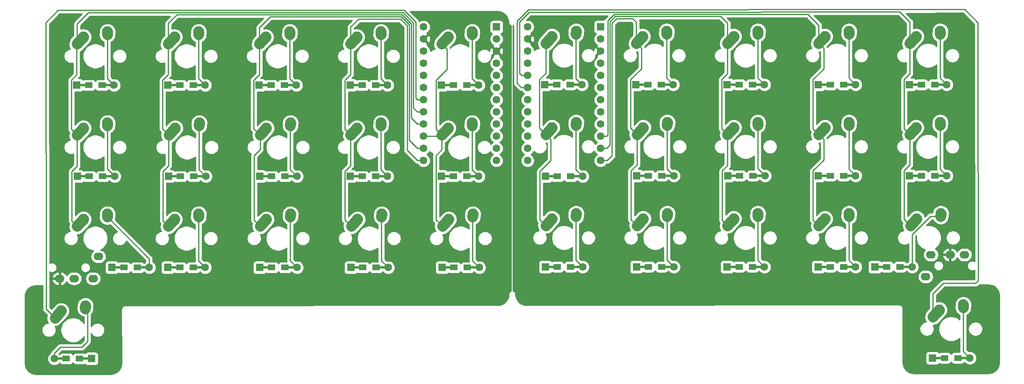
<source format=gbr>
G04 #@! TF.GenerationSoftware,KiCad,Pcbnew,(5.1.4)-1*
G04 #@! TF.CreationDate,2020-11-18T14:17:53-05:00*
G04 #@! TF.ProjectId,splitty,73706c69-7474-4792-9e6b-696361645f70,rev?*
G04 #@! TF.SameCoordinates,Original*
G04 #@! TF.FileFunction,Copper,L1,Top*
G04 #@! TF.FilePolarity,Positive*
%FSLAX46Y46*%
G04 Gerber Fmt 4.6, Leading zero omitted, Abs format (unit mm)*
G04 Created by KiCad (PCBNEW (5.1.4)-1) date 2020-11-18 14:17:53*
%MOMM*%
%LPD*%
G04 APERTURE LIST*
%ADD10C,2.250000*%
%ADD11C,2.250000*%
%ADD12R,1.600000X1.600000*%
%ADD13C,1.600000*%
%ADD14R,2.900000X0.500000*%
%ADD15R,1.600000X1.200000*%
%ADD16O,2.000000X1.600000*%
%ADD17C,0.250000*%
%ADD18C,0.254000*%
G04 APERTURE END LIST*
D10*
X56936000Y-62040000D03*
X56281001Y-62770000D03*
D11*
X55626000Y-63500000D02*
X56936002Y-62040000D01*
D10*
X61976000Y-60960000D03*
X61956000Y-61250000D03*
D11*
X61936000Y-61540000D02*
X61976000Y-60960000D01*
D10*
X61956000Y-99350000D03*
D11*
X61936000Y-99640000D02*
X61976000Y-99060000D01*
D10*
X61976000Y-99060000D03*
X56281001Y-100870000D03*
D11*
X55626000Y-101600000D02*
X56936002Y-100140000D01*
D10*
X56936000Y-100140000D03*
D12*
X58637000Y-129286000D03*
D13*
X50837000Y-129286000D03*
D14*
X57237000Y-129286000D03*
D15*
X56137000Y-129286000D03*
X53337000Y-129286000D03*
D14*
X52237000Y-129286000D03*
D10*
X235946000Y-61123000D03*
D11*
X235926000Y-61413000D02*
X235966000Y-60833000D01*
D10*
X235966000Y-60833000D03*
X230271001Y-62643000D03*
D11*
X229616000Y-63373000D02*
X230926002Y-61913000D01*
D10*
X230926000Y-61913000D03*
X138156000Y-61250000D03*
D11*
X138136000Y-61540000D02*
X138176000Y-60960000D01*
D10*
X138176000Y-60960000D03*
X132481001Y-62770000D03*
D11*
X131826000Y-63500000D02*
X133136002Y-62040000D01*
D10*
X133136000Y-62040000D03*
D13*
X128016000Y-59944000D03*
X128016000Y-62484000D03*
X128016000Y-65024000D03*
X128016000Y-67564000D03*
X128016000Y-70104000D03*
X128016000Y-72644000D03*
X128016000Y-75184000D03*
X128016000Y-77724000D03*
X128016000Y-80264000D03*
X128016000Y-82804000D03*
X128016000Y-85344000D03*
X128016000Y-87884000D03*
X143256000Y-87884000D03*
X143256000Y-85344000D03*
X143256000Y-82804000D03*
X143256000Y-80264000D03*
X143256000Y-77724000D03*
X143256000Y-75184000D03*
X143256000Y-72644000D03*
X143256000Y-70104000D03*
X143256000Y-67564000D03*
X143256000Y-65024000D03*
X143256000Y-62484000D03*
D12*
X143256000Y-59944000D03*
D10*
X236073000Y-99223000D03*
D11*
X236053000Y-99513000D02*
X236093000Y-98933000D01*
D10*
X236093000Y-98933000D03*
X230398001Y-100743000D03*
D11*
X229743000Y-101473000D02*
X231053002Y-100013000D01*
D10*
X231053000Y-100013000D03*
D13*
X149733000Y-59944000D03*
X149733000Y-62484000D03*
X149733000Y-65024000D03*
X149733000Y-67564000D03*
X149733000Y-70104000D03*
X149733000Y-72644000D03*
X149733000Y-75184000D03*
X149733000Y-77724000D03*
X149733000Y-80264000D03*
X149733000Y-82804000D03*
X149733000Y-85344000D03*
X149733000Y-87884000D03*
X164973000Y-87884000D03*
X164973000Y-85344000D03*
X164973000Y-82804000D03*
X164973000Y-80264000D03*
X164973000Y-77724000D03*
X164973000Y-75184000D03*
X164973000Y-72644000D03*
X164973000Y-70104000D03*
X164973000Y-67564000D03*
X164973000Y-65024000D03*
X164973000Y-62484000D03*
D12*
X164973000Y-59944000D03*
D16*
X60068000Y-107936000D03*
X58968000Y-112536000D03*
X51968000Y-112536000D03*
X54968000Y-112536000D03*
X232921000Y-112155000D03*
X234021000Y-107555000D03*
X241021000Y-107555000D03*
X238021000Y-107555000D03*
D10*
X178923000Y-99223000D03*
D11*
X178903000Y-99513000D02*
X178943000Y-98933000D01*
D10*
X178943000Y-98933000D03*
X173248001Y-100743000D03*
D11*
X172593000Y-101473000D02*
X173903002Y-100013000D01*
D10*
X173903000Y-100013000D03*
D12*
X153326000Y-72009000D03*
D13*
X161126000Y-72009000D03*
D14*
X154726000Y-72009000D03*
D15*
X155826000Y-72009000D03*
X158626000Y-72009000D03*
D14*
X159726000Y-72009000D03*
D12*
X172503000Y-110109000D03*
D13*
X180303000Y-110109000D03*
D14*
X173903000Y-110109000D03*
D15*
X175003000Y-110109000D03*
X177803000Y-110109000D03*
D14*
X178903000Y-110109000D03*
D10*
X159873000Y-61123000D03*
D11*
X159853000Y-61413000D02*
X159893000Y-60833000D01*
D10*
X159893000Y-60833000D03*
X154198001Y-62643000D03*
D11*
X153543000Y-63373000D02*
X154853002Y-61913000D01*
D10*
X154853000Y-61913000D03*
X173776000Y-61913000D03*
X173121001Y-62643000D03*
D11*
X172466000Y-63373000D02*
X173776002Y-61913000D01*
D10*
X178816000Y-60833000D03*
X178796000Y-61123000D03*
D11*
X178776000Y-61413000D02*
X178816000Y-60833000D01*
D10*
X240772000Y-118273000D03*
D11*
X240752000Y-118563000D02*
X240792000Y-117983000D01*
D10*
X240792000Y-117983000D03*
X235097001Y-119793000D03*
D11*
X234442000Y-120523000D02*
X235752002Y-119063000D01*
D10*
X235752000Y-119063000D03*
X235946000Y-80173000D03*
D11*
X235926000Y-80463000D02*
X235966000Y-79883000D01*
D10*
X235966000Y-79883000D03*
X230271001Y-81693000D03*
D11*
X229616000Y-82423000D02*
X230926002Y-80963000D01*
D10*
X230926000Y-80963000D03*
X216896000Y-99223000D03*
D11*
X216876000Y-99513000D02*
X216916000Y-98933000D01*
D10*
X216916000Y-98933000D03*
X211221001Y-100743000D03*
D11*
X210566000Y-101473000D02*
X211876002Y-100013000D01*
D10*
X211876000Y-100013000D03*
X216896000Y-80173000D03*
D11*
X216876000Y-80463000D02*
X216916000Y-79883000D01*
D10*
X216916000Y-79883000D03*
X211221001Y-81693000D03*
D11*
X210566000Y-82423000D02*
X211876002Y-80963000D01*
D10*
X211876000Y-80963000D03*
X216896000Y-61123000D03*
D11*
X216876000Y-61413000D02*
X216916000Y-60833000D01*
D10*
X216916000Y-60833000D03*
X211221001Y-62643000D03*
D11*
X210566000Y-63373000D02*
X211876002Y-61913000D01*
D10*
X211876000Y-61913000D03*
X197846000Y-99223000D03*
D11*
X197826000Y-99513000D02*
X197866000Y-98933000D01*
D10*
X197866000Y-98933000D03*
X192171001Y-100743000D03*
D11*
X191516000Y-101473000D02*
X192826002Y-100013000D01*
D10*
X192826000Y-100013000D03*
X197846000Y-80173000D03*
D11*
X197826000Y-80463000D02*
X197866000Y-79883000D01*
D10*
X197866000Y-79883000D03*
X192171001Y-81693000D03*
D11*
X191516000Y-82423000D02*
X192826002Y-80963000D01*
D10*
X192826000Y-80963000D03*
X197846000Y-61123000D03*
D11*
X197826000Y-61413000D02*
X197866000Y-60833000D01*
D10*
X197866000Y-60833000D03*
X192171001Y-62643000D03*
D11*
X191516000Y-63373000D02*
X192826002Y-61913000D01*
D10*
X192826000Y-61913000D03*
X178923000Y-80173000D03*
D11*
X178903000Y-80463000D02*
X178943000Y-79883000D01*
D10*
X178943000Y-79883000D03*
X173248001Y-81693000D03*
D11*
X172593000Y-82423000D02*
X173903002Y-80963000D01*
D10*
X173903000Y-80963000D03*
X159873000Y-99223000D03*
D11*
X159853000Y-99513000D02*
X159893000Y-98933000D01*
D10*
X159893000Y-98933000D03*
X154198001Y-100743000D03*
D11*
X153543000Y-101473000D02*
X154853002Y-100013000D01*
D10*
X154853000Y-100013000D03*
X159873000Y-80173000D03*
D11*
X159853000Y-80463000D02*
X159893000Y-79883000D01*
D10*
X159893000Y-79883000D03*
X154198001Y-81693000D03*
D11*
X153543000Y-82423000D02*
X154853002Y-80963000D01*
D10*
X154853000Y-80963000D03*
X138283000Y-99350000D03*
D11*
X138263000Y-99640000D02*
X138303000Y-99060000D01*
D10*
X138303000Y-99060000D03*
X132608001Y-100870000D03*
D11*
X131953000Y-101600000D02*
X133263002Y-100140000D01*
D10*
X133263000Y-100140000D03*
X138156000Y-80300000D03*
D11*
X138136000Y-80590000D02*
X138176000Y-80010000D01*
D10*
X138176000Y-80010000D03*
X132481001Y-81820000D03*
D11*
X131826000Y-82550000D02*
X133136002Y-81090000D01*
D10*
X133136000Y-81090000D03*
X119233000Y-99350000D03*
D11*
X119213000Y-99640000D02*
X119253000Y-99060000D01*
D10*
X119253000Y-99060000D03*
X113558001Y-100870000D03*
D11*
X112903000Y-101600000D02*
X114213002Y-100140000D01*
D10*
X114213000Y-100140000D03*
X114086000Y-81090000D03*
X113431001Y-81820000D03*
D11*
X112776000Y-82550000D02*
X114086002Y-81090000D01*
D10*
X119126000Y-80010000D03*
X119106000Y-80300000D03*
D11*
X119086000Y-80590000D02*
X119126000Y-80010000D01*
D10*
X119106000Y-61250000D03*
D11*
X119086000Y-61540000D02*
X119126000Y-60960000D01*
D10*
X119126000Y-60960000D03*
X113431001Y-62770000D03*
D11*
X112776000Y-63500000D02*
X114086002Y-62040000D01*
D10*
X114086000Y-62040000D03*
X100183000Y-99350000D03*
D11*
X100163000Y-99640000D02*
X100203000Y-99060000D01*
D10*
X100203000Y-99060000D03*
X94508001Y-100870000D03*
D11*
X93853000Y-101600000D02*
X95163002Y-100140000D01*
D10*
X95163000Y-100140000D03*
X100183000Y-80300000D03*
D11*
X100163000Y-80590000D02*
X100203000Y-80010000D01*
D10*
X100203000Y-80010000D03*
X94508001Y-81820000D03*
D11*
X93853000Y-82550000D02*
X95163002Y-81090000D01*
D10*
X95163000Y-81090000D03*
X100056000Y-61250000D03*
D11*
X100036000Y-61540000D02*
X100076000Y-60960000D01*
D10*
X100076000Y-60960000D03*
X94381001Y-62770000D03*
D11*
X93726000Y-63500000D02*
X95036002Y-62040000D01*
D10*
X95036000Y-62040000D03*
X81006000Y-99350000D03*
D11*
X80986000Y-99640000D02*
X81026000Y-99060000D01*
D10*
X81026000Y-99060000D03*
X75331001Y-100870000D03*
D11*
X74676000Y-101600000D02*
X75986002Y-100140000D01*
D10*
X75986000Y-100140000D03*
X81133000Y-80300000D03*
D11*
X81113000Y-80590000D02*
X81153000Y-80010000D01*
D10*
X81153000Y-80010000D03*
X75458001Y-81820000D03*
D11*
X74803000Y-82550000D02*
X76113002Y-81090000D01*
D10*
X76113000Y-81090000D03*
X81006000Y-61250000D03*
D11*
X80986000Y-61540000D02*
X81026000Y-60960000D01*
D10*
X81026000Y-60960000D03*
X75331001Y-62770000D03*
D11*
X74676000Y-63500000D02*
X75986002Y-62040000D01*
D10*
X75986000Y-62040000D03*
X61956000Y-80300000D03*
D11*
X61936000Y-80590000D02*
X61976000Y-80010000D01*
D10*
X61976000Y-80010000D03*
X56281001Y-81820000D03*
D11*
X55626000Y-82550000D02*
X56936002Y-81090000D01*
D10*
X56936000Y-81090000D03*
X57320000Y-118500000D03*
D11*
X57300000Y-118790000D02*
X57340000Y-118210000D01*
D10*
X57340000Y-118210000D03*
X51645001Y-120020000D03*
D11*
X50990000Y-120750000D02*
X52300002Y-119290000D01*
D10*
X52300000Y-119290000D03*
D12*
X234352000Y-129159000D03*
D13*
X242152000Y-129159000D03*
D14*
X235752000Y-129159000D03*
D15*
X236852000Y-129159000D03*
X239652000Y-129159000D03*
D14*
X240752000Y-129159000D03*
D12*
X222287000Y-110109000D03*
D13*
X230087000Y-110109000D03*
D14*
X223687000Y-110109000D03*
D15*
X224787000Y-110109000D03*
X227587000Y-110109000D03*
D14*
X228687000Y-110109000D03*
D12*
X229526000Y-91059000D03*
D13*
X237326000Y-91059000D03*
D14*
X230926000Y-91059000D03*
D15*
X232026000Y-91059000D03*
X234826000Y-91059000D03*
D14*
X235926000Y-91059000D03*
D12*
X229526000Y-72009000D03*
D13*
X237326000Y-72009000D03*
D14*
X230926000Y-72009000D03*
D15*
X232026000Y-72009000D03*
X234826000Y-72009000D03*
D14*
X235926000Y-72009000D03*
D12*
X210476000Y-110109000D03*
D13*
X218276000Y-110109000D03*
D14*
X211876000Y-110109000D03*
D15*
X212976000Y-110109000D03*
X215776000Y-110109000D03*
D14*
X216876000Y-110109000D03*
D12*
X210476000Y-91059000D03*
D13*
X218276000Y-91059000D03*
D14*
X211876000Y-91059000D03*
D15*
X212976000Y-91059000D03*
X215776000Y-91059000D03*
D14*
X216876000Y-91059000D03*
D12*
X210476000Y-72009000D03*
D13*
X218276000Y-72009000D03*
D14*
X211876000Y-72009000D03*
D15*
X212976000Y-72009000D03*
X215776000Y-72009000D03*
D14*
X216876000Y-72009000D03*
D12*
X191426000Y-110109000D03*
D13*
X199226000Y-110109000D03*
D14*
X192826000Y-110109000D03*
D15*
X193926000Y-110109000D03*
X196726000Y-110109000D03*
D14*
X197826000Y-110109000D03*
D12*
X191553000Y-91059000D03*
D13*
X199353000Y-91059000D03*
D14*
X192953000Y-91059000D03*
D15*
X194053000Y-91059000D03*
X196853000Y-91059000D03*
D14*
X197953000Y-91059000D03*
D12*
X191426000Y-72009000D03*
D13*
X199226000Y-72009000D03*
D14*
X192826000Y-72009000D03*
D15*
X193926000Y-72009000D03*
X196726000Y-72009000D03*
D14*
X197826000Y-72009000D03*
D12*
X172503000Y-91059000D03*
D13*
X180303000Y-91059000D03*
D14*
X173903000Y-91059000D03*
D15*
X175003000Y-91059000D03*
X177803000Y-91059000D03*
D14*
X178903000Y-91059000D03*
D12*
X172376000Y-72009000D03*
D13*
X180176000Y-72009000D03*
D14*
X173776000Y-72009000D03*
D15*
X174876000Y-72009000D03*
X177676000Y-72009000D03*
D14*
X178776000Y-72009000D03*
D12*
X153453000Y-110109000D03*
D13*
X161253000Y-110109000D03*
D14*
X154853000Y-110109000D03*
D15*
X155953000Y-110109000D03*
X158753000Y-110109000D03*
D14*
X159853000Y-110109000D03*
D12*
X153453000Y-91186000D03*
D13*
X161253000Y-91186000D03*
D14*
X154853000Y-91186000D03*
D15*
X155953000Y-91186000D03*
X158753000Y-91186000D03*
D14*
X159853000Y-91186000D03*
D12*
X131863000Y-110236000D03*
D13*
X139663000Y-110236000D03*
D14*
X133263000Y-110236000D03*
D15*
X134363000Y-110236000D03*
X137163000Y-110236000D03*
D14*
X138263000Y-110236000D03*
D12*
X131736000Y-91186000D03*
D13*
X139536000Y-91186000D03*
D14*
X133136000Y-91186000D03*
D15*
X134236000Y-91186000D03*
X137036000Y-91186000D03*
D14*
X138136000Y-91186000D03*
D12*
X131736000Y-72136000D03*
D13*
X139536000Y-72136000D03*
D14*
X133136000Y-72136000D03*
D15*
X134236000Y-72136000D03*
X137036000Y-72136000D03*
D14*
X138136000Y-72136000D03*
D12*
X112813000Y-110236000D03*
D13*
X120613000Y-110236000D03*
D14*
X114213000Y-110236000D03*
D15*
X115313000Y-110236000D03*
X118113000Y-110236000D03*
D14*
X119213000Y-110236000D03*
D12*
X112686000Y-91186000D03*
D13*
X120486000Y-91186000D03*
D14*
X114086000Y-91186000D03*
D15*
X115186000Y-91186000D03*
X117986000Y-91186000D03*
D14*
X119086000Y-91186000D03*
D12*
X112686000Y-72136000D03*
D13*
X120486000Y-72136000D03*
D14*
X114086000Y-72136000D03*
D15*
X115186000Y-72136000D03*
X117986000Y-72136000D03*
D14*
X119086000Y-72136000D03*
D12*
X93763000Y-110236000D03*
D13*
X101563000Y-110236000D03*
D14*
X95163000Y-110236000D03*
D15*
X96263000Y-110236000D03*
X99063000Y-110236000D03*
D14*
X100163000Y-110236000D03*
D12*
X93763000Y-91186000D03*
D13*
X101563000Y-91186000D03*
D14*
X95163000Y-91186000D03*
D15*
X96263000Y-91186000D03*
X99063000Y-91186000D03*
D14*
X100163000Y-91186000D03*
D12*
X93636000Y-72136000D03*
D13*
X101436000Y-72136000D03*
D14*
X95036000Y-72136000D03*
D15*
X96136000Y-72136000D03*
X98936000Y-72136000D03*
D14*
X100036000Y-72136000D03*
D12*
X74586000Y-110236000D03*
D13*
X82386000Y-110236000D03*
D14*
X75986000Y-110236000D03*
D15*
X77086000Y-110236000D03*
X79886000Y-110236000D03*
D14*
X80986000Y-110236000D03*
D12*
X74713000Y-91186000D03*
D13*
X82513000Y-91186000D03*
D14*
X76113000Y-91186000D03*
D15*
X77213000Y-91186000D03*
X80013000Y-91186000D03*
D14*
X81113000Y-91186000D03*
D12*
X74586000Y-72136000D03*
D13*
X82386000Y-72136000D03*
D14*
X75986000Y-72136000D03*
D15*
X77086000Y-72136000D03*
X79886000Y-72136000D03*
D14*
X80986000Y-72136000D03*
D12*
X62902000Y-110236000D03*
D13*
X70702000Y-110236000D03*
D14*
X64302000Y-110236000D03*
D15*
X65402000Y-110236000D03*
X68202000Y-110236000D03*
D14*
X69302000Y-110236000D03*
D12*
X55663000Y-91186000D03*
D13*
X63463000Y-91186000D03*
D14*
X57063000Y-91186000D03*
D15*
X58163000Y-91186000D03*
X60963000Y-91186000D03*
D14*
X62063000Y-91186000D03*
D12*
X55536000Y-72136000D03*
D13*
X63336000Y-72136000D03*
D14*
X56936000Y-72136000D03*
D15*
X58036000Y-72136000D03*
X60836000Y-72136000D03*
D14*
X61936000Y-72136000D03*
D17*
X64302000Y-110236000D02*
X62902000Y-110236000D01*
X57785000Y-119275000D02*
X57300000Y-118790000D01*
X57785000Y-125730000D02*
X57785000Y-119275000D01*
X56642000Y-126873000D02*
X57785000Y-125730000D01*
X52118630Y-126873000D02*
X56642000Y-126873000D01*
X50837000Y-128154630D02*
X52118630Y-126873000D01*
X50837000Y-129286000D02*
X50837000Y-128154630D01*
X61936000Y-70736000D02*
X63336000Y-72136000D01*
X61936000Y-61540000D02*
X61936000Y-70736000D01*
X61936000Y-89659000D02*
X63463000Y-91186000D01*
X61936000Y-80590000D02*
X61936000Y-89659000D01*
X70702000Y-108406000D02*
X70702000Y-110236000D01*
X61936000Y-99640000D02*
X70702000Y-108406000D01*
X80986000Y-70736000D02*
X82386000Y-72136000D01*
X80986000Y-61540000D02*
X80986000Y-70736000D01*
X81113000Y-89786000D02*
X82513000Y-91186000D01*
X81113000Y-80590000D02*
X81113000Y-89786000D01*
X80986000Y-108836000D02*
X82386000Y-110236000D01*
X80986000Y-99640000D02*
X80986000Y-108836000D01*
X100036000Y-70736000D02*
X101436000Y-72136000D01*
X100036000Y-61540000D02*
X100036000Y-70736000D01*
X100163000Y-89786000D02*
X101563000Y-91186000D01*
X100163000Y-80590000D02*
X100163000Y-89786000D01*
X100163000Y-108836000D02*
X101563000Y-110236000D01*
X100163000Y-99640000D02*
X100163000Y-108836000D01*
X119086000Y-70736000D02*
X120486000Y-72136000D01*
X119086000Y-61540000D02*
X119086000Y-70736000D01*
X119086000Y-89786000D02*
X120486000Y-91186000D01*
X119086000Y-80590000D02*
X119086000Y-89786000D01*
X119213000Y-108836000D02*
X120613000Y-110236000D01*
X119213000Y-99640000D02*
X119213000Y-108836000D01*
X138136000Y-70736000D02*
X139536000Y-72136000D01*
X138136000Y-61540000D02*
X138136000Y-70736000D01*
X138136000Y-89786000D02*
X139536000Y-91186000D01*
X138136000Y-80590000D02*
X138136000Y-89786000D01*
X138263000Y-108836000D02*
X139663000Y-110236000D01*
X138263000Y-99640000D02*
X138263000Y-108836000D01*
X159853000Y-70736000D02*
X161126000Y-72009000D01*
X159853000Y-61413000D02*
X159853000Y-70736000D01*
X159853000Y-89786000D02*
X161253000Y-91186000D01*
X159853000Y-80463000D02*
X159853000Y-89786000D01*
X159853000Y-108709000D02*
X161253000Y-110109000D01*
X159853000Y-99513000D02*
X159853000Y-108709000D01*
X178776000Y-70609000D02*
X180176000Y-72009000D01*
X178776000Y-61413000D02*
X178776000Y-70609000D01*
X178903000Y-89659000D02*
X180303000Y-91059000D01*
X178903000Y-80463000D02*
X178903000Y-89659000D01*
X178903000Y-108709000D02*
X180303000Y-110109000D01*
X178903000Y-99513000D02*
X178903000Y-108709000D01*
X197826000Y-70609000D02*
X199226000Y-72009000D01*
X197826000Y-61413000D02*
X197826000Y-70609000D01*
X197826000Y-89532000D02*
X199353000Y-91059000D01*
X197826000Y-80463000D02*
X197826000Y-89532000D01*
X197826000Y-108709000D02*
X199226000Y-110109000D01*
X197826000Y-99513000D02*
X197826000Y-108709000D01*
X216876000Y-70609000D02*
X218276000Y-72009000D01*
X216876000Y-61413000D02*
X216876000Y-70609000D01*
X216876000Y-89659000D02*
X218276000Y-91059000D01*
X216876000Y-80463000D02*
X216876000Y-89659000D01*
X216876000Y-108709000D02*
X218276000Y-110109000D01*
X216876000Y-99513000D02*
X216876000Y-108709000D01*
X235926000Y-70609000D02*
X237326000Y-72009000D01*
X235926000Y-61413000D02*
X235926000Y-70609000D01*
X235926000Y-89659000D02*
X237326000Y-91059000D01*
X235926000Y-80463000D02*
X235926000Y-89659000D01*
X230087000Y-103348010D02*
X230087000Y-110109000D01*
X236053000Y-99513000D02*
X233922010Y-99513000D01*
X233922010Y-99513000D02*
X230087000Y-103348010D01*
X240752000Y-127759000D02*
X242152000Y-129159000D01*
X240752000Y-118563000D02*
X240752000Y-127759000D01*
X49134705Y-118894705D02*
X50990000Y-120750000D01*
X49134705Y-113271014D02*
X49134705Y-118894705D01*
X49086321Y-59181942D02*
X49134705Y-113271014D01*
X49086321Y-59048220D02*
X49086321Y-59181942D01*
X51660920Y-56473621D02*
X49086321Y-59048220D01*
X128016000Y-75184000D02*
X126746000Y-75184000D01*
X126746000Y-75184000D02*
X126365000Y-74803000D01*
X126365000Y-74803000D02*
X126365000Y-58928000D01*
X126365000Y-58928000D02*
X123910584Y-56473584D01*
X123910584Y-56473584D02*
X51662850Y-56473584D01*
X51662850Y-56473584D02*
X51660920Y-56473621D01*
X54537999Y-100511999D02*
X55626000Y-101600000D01*
X54537999Y-90125999D02*
X54537999Y-100511999D01*
X55626000Y-89037998D02*
X54537999Y-90125999D01*
X55626000Y-82550000D02*
X55626000Y-89037998D01*
X54410999Y-81334999D02*
X55626000Y-82550000D01*
X54410999Y-71075999D02*
X54410999Y-81334999D01*
X55556001Y-69930997D02*
X54410999Y-71075999D01*
X55556001Y-63569999D02*
X55556001Y-69930997D01*
X55626000Y-63500000D02*
X55556001Y-63569999D01*
X55626000Y-59309000D02*
X58011406Y-56923594D01*
X126746000Y-77724000D02*
X128016000Y-77724000D01*
X55626000Y-63500000D02*
X55626000Y-59309000D01*
X58011406Y-56923594D02*
X123724184Y-56923594D01*
X123724184Y-56923594D02*
X125914990Y-59114400D01*
X125914990Y-59114400D02*
X125914990Y-76892990D01*
X125914990Y-76892990D02*
X126746000Y-77724000D01*
X92510999Y-81207999D02*
X93853000Y-82550000D01*
X92510999Y-71075999D02*
X92510999Y-81207999D01*
X93726000Y-69860998D02*
X92510999Y-71075999D01*
X93726000Y-63500000D02*
X93726000Y-69860998D01*
X92637999Y-100384999D02*
X93853000Y-101600000D01*
X92637999Y-86811003D02*
X92637999Y-100384999D01*
X93853000Y-85596002D02*
X92637999Y-86811003D01*
X93853000Y-82550000D02*
X93853000Y-85596002D01*
X126746000Y-85344000D02*
X128016000Y-85344000D01*
X93726000Y-60071000D02*
X95973386Y-57823614D01*
X93726000Y-63500000D02*
X93726000Y-60071000D01*
X123351384Y-57823614D02*
X125014970Y-59487200D01*
X125014970Y-59487200D02*
X125014970Y-83612970D01*
X95973386Y-57823614D02*
X123351384Y-57823614D01*
X125014970Y-83612970D02*
X126746000Y-85344000D01*
X111560999Y-81334999D02*
X112776000Y-82550000D01*
X111560999Y-71075999D02*
X111560999Y-81334999D01*
X112776000Y-69860998D02*
X111560999Y-71075999D01*
X112776000Y-63500000D02*
X112776000Y-69860998D01*
X111560999Y-100257999D02*
X112903000Y-101600000D01*
X111560999Y-90125999D02*
X111560999Y-100257999D01*
X112776000Y-88910998D02*
X111560999Y-90125999D01*
X112776000Y-82550000D02*
X112776000Y-88910998D01*
X126746000Y-87884000D02*
X128016000Y-87884000D01*
X112776000Y-59944000D02*
X114446376Y-58273624D01*
X112776000Y-63500000D02*
X112776000Y-59944000D01*
X114446376Y-58273624D02*
X123164984Y-58273624D01*
X123164984Y-58273624D02*
X124564960Y-59673600D01*
X124564960Y-59673600D02*
X124564960Y-85702960D01*
X124564960Y-85702960D02*
X126746000Y-87884000D01*
X130610999Y-81334999D02*
X131826000Y-82550000D01*
X130610999Y-71075999D02*
X130610999Y-81334999D01*
X132861001Y-68825997D02*
X130610999Y-71075999D01*
X132861001Y-64535001D02*
X132861001Y-68825997D01*
X131826000Y-63500000D02*
X132861001Y-64535001D01*
X130610999Y-100257999D02*
X131953000Y-101600000D01*
X130610999Y-86811003D02*
X130610999Y-100257999D01*
X131826000Y-85596002D02*
X130610999Y-86811003D01*
X131826000Y-82550000D02*
X131826000Y-85596002D01*
X131572000Y-82804000D02*
X128016000Y-82804000D01*
X131826000Y-82550000D02*
X131572000Y-82804000D01*
X152200999Y-81080999D02*
X153543000Y-82423000D01*
X152200999Y-70948999D02*
X152200999Y-81080999D01*
X153543000Y-69606998D02*
X152200999Y-70948999D01*
X153543000Y-63373000D02*
X153543000Y-69606998D01*
X152327999Y-100257999D02*
X153543000Y-101473000D01*
X152327999Y-90125999D02*
X152327999Y-100257999D01*
X154578001Y-87875997D02*
X152327999Y-90125999D01*
X154578001Y-83458001D02*
X154578001Y-87875997D01*
X153543000Y-82423000D02*
X154578001Y-83458001D01*
X171377999Y-100257999D02*
X172593000Y-101473000D01*
X171377999Y-89998999D02*
X171377999Y-100257999D01*
X172593000Y-88783998D02*
X171377999Y-89998999D01*
X172593000Y-82423000D02*
X172593000Y-88783998D01*
X171250999Y-81080999D02*
X172593000Y-82423000D01*
X171250999Y-70948999D02*
X171250999Y-81080999D01*
X173501001Y-68698997D02*
X171250999Y-70948999D01*
X173501001Y-64408001D02*
X173501001Y-68698997D01*
X172466000Y-63373000D02*
X173501001Y-64408001D01*
X166370000Y-87884000D02*
X164973000Y-87884000D01*
X172466000Y-58928000D02*
X171715020Y-58177020D01*
X172466000Y-63373000D02*
X172466000Y-58928000D01*
X171715020Y-58177020D02*
X168390980Y-58177020D01*
X167397020Y-59170980D02*
X167397020Y-86856980D01*
X168390980Y-58177020D02*
X167397020Y-59170980D01*
X167397020Y-86856980D02*
X166370000Y-87884000D01*
X190300999Y-81207999D02*
X191516000Y-82423000D01*
X190300999Y-70948999D02*
X190300999Y-81207999D01*
X191516000Y-69733998D02*
X190300999Y-70948999D01*
X191516000Y-63373000D02*
X191516000Y-69733998D01*
X190427999Y-100384999D02*
X191516000Y-101473000D01*
X190427999Y-89998999D02*
X190427999Y-100384999D01*
X191516000Y-88910998D02*
X190427999Y-89998999D01*
X191516000Y-82423000D02*
X191516000Y-88910998D01*
X166243000Y-85344000D02*
X164973000Y-85344000D01*
X191516000Y-59182000D02*
X190061010Y-57727010D01*
X190061010Y-57727010D02*
X168080400Y-57727010D01*
X168080400Y-57727010D02*
X166947010Y-58860400D01*
X191516000Y-63373000D02*
X191516000Y-59182000D01*
X166947010Y-58860400D02*
X166947010Y-84639990D01*
X166947010Y-84639990D02*
X166243000Y-85344000D01*
X209350999Y-100257999D02*
X210566000Y-101473000D01*
X209350999Y-89998999D02*
X209350999Y-100257999D01*
X211601001Y-87748997D02*
X209350999Y-89998999D01*
X211601001Y-83458001D02*
X211601001Y-87748997D01*
X210566000Y-82423000D02*
X211601001Y-83458001D01*
X209350999Y-81207999D02*
X210566000Y-82423000D01*
X209350999Y-70948999D02*
X209350999Y-81207999D01*
X211601001Y-68698997D02*
X209350999Y-70948999D01*
X211601001Y-64408001D02*
X211601001Y-68698997D01*
X210566000Y-63373000D02*
X211601001Y-64408001D01*
X210566000Y-63373000D02*
X210566000Y-59563000D01*
X166243000Y-82804000D02*
X164973000Y-82804000D01*
X208280000Y-57277000D02*
X167894000Y-57277000D01*
X210566000Y-59563000D02*
X208280000Y-57277000D01*
X167894000Y-57277000D02*
X166497000Y-58674000D01*
X166497000Y-58674000D02*
X166497000Y-82550000D01*
X166497000Y-82550000D02*
X166243000Y-82804000D01*
X228400999Y-81207999D02*
X229616000Y-82423000D01*
X228400999Y-70948999D02*
X228400999Y-81207999D01*
X229616000Y-69733998D02*
X228400999Y-70948999D01*
X229616000Y-63373000D02*
X229616000Y-69733998D01*
X228400999Y-100130999D02*
X229743000Y-101473000D01*
X228400999Y-89998999D02*
X228400999Y-100130999D01*
X229616000Y-88783998D02*
X228400999Y-89998999D01*
X229616000Y-82423000D02*
X229616000Y-88783998D01*
X148024010Y-69665010D02*
X148463000Y-70104000D01*
X148463000Y-70104000D02*
X149733000Y-70104000D01*
X148024010Y-58925867D02*
X148024010Y-69665010D01*
X150113825Y-56836052D02*
X148024010Y-58925867D01*
X229616000Y-58928000D02*
X227454422Y-56766421D01*
X229616000Y-63373000D02*
X229616000Y-58928000D01*
X227454422Y-56766421D02*
X169242581Y-56818829D01*
X169242581Y-56818829D02*
X164011552Y-56823551D01*
X164011552Y-56823551D02*
X164011541Y-56823541D01*
X164011541Y-56823541D02*
X150113825Y-56836052D01*
X149927257Y-56386210D02*
X147574000Y-58739467D01*
X241089137Y-56304136D02*
X149927257Y-56386210D01*
X147574000Y-71755000D02*
X148463000Y-72644000D01*
X148463000Y-72644000D02*
X149733000Y-72644000D01*
X147574000Y-58739467D02*
X147574000Y-71755000D01*
X243838855Y-59053855D02*
X241089137Y-56304136D01*
X234442000Y-120373000D02*
X235752000Y-119063000D01*
X234442000Y-120523000D02*
X234442000Y-120373000D01*
X234442000Y-120523000D02*
X234442000Y-115697000D01*
X234442000Y-115697000D02*
X236601000Y-113538000D01*
X243332000Y-113538000D02*
X243887096Y-112982905D01*
X236601000Y-113538000D02*
X243332000Y-113538000D01*
X243887096Y-112982905D02*
X243846474Y-67570474D01*
X243838855Y-67562855D02*
X243838855Y-59053855D01*
X243846474Y-67570474D02*
X243838855Y-67562855D01*
X73460999Y-81207999D02*
X74803000Y-82550000D01*
X73460999Y-71075999D02*
X73460999Y-81207999D01*
X74676000Y-69860998D02*
X73460999Y-71075999D01*
X74676000Y-63500000D02*
X74676000Y-69860998D01*
X73587999Y-100511999D02*
X74676000Y-101600000D01*
X73587999Y-90125999D02*
X73587999Y-100511999D01*
X74733001Y-88980997D02*
X73587999Y-90125999D01*
X74733001Y-82619999D02*
X74733001Y-88980997D01*
X74803000Y-82550000D02*
X74733001Y-82619999D01*
X126746000Y-80264000D02*
X128016000Y-80264000D01*
X74676000Y-59182000D02*
X76484396Y-57373604D01*
X74676000Y-63500000D02*
X74676000Y-59182000D01*
X76484396Y-57373604D02*
X123537784Y-57373604D01*
X123537784Y-57373604D02*
X125464980Y-59300800D01*
X125464980Y-59300800D02*
X125464980Y-78982980D01*
X125464980Y-78982980D02*
X126746000Y-80264000D01*
D18*
G36*
X143899740Y-56748197D02*
G01*
X144322372Y-56875387D01*
X144712259Y-57082249D01*
X145054537Y-57360898D01*
X145336174Y-57700723D01*
X145546442Y-58088781D01*
X145677332Y-58510290D01*
X145731004Y-59016622D01*
X145731022Y-59036685D01*
X145738287Y-59073206D01*
X145742083Y-59110237D01*
X145752247Y-59143374D01*
X145759011Y-59177375D01*
X145773230Y-59211786D01*
X145784147Y-59247378D01*
X145800554Y-59277910D01*
X145813793Y-59309950D01*
X145834425Y-59340944D01*
X145852047Y-59373737D01*
X145874073Y-59400502D01*
X145893282Y-59429358D01*
X145919543Y-59455756D01*
X145943198Y-59484501D01*
X145969998Y-59506474D01*
X145994450Y-59531054D01*
X146025338Y-59551848D01*
X146054126Y-59575451D01*
X146084691Y-59591804D01*
X146113445Y-59611161D01*
X146147782Y-59625559D01*
X146180607Y-59643121D01*
X146213760Y-59653224D01*
X146245733Y-59666631D01*
X146282212Y-59674085D01*
X146304000Y-59680725D01*
X146304000Y-115121149D01*
X146270663Y-115134653D01*
X146234988Y-115145323D01*
X146204332Y-115161521D01*
X146172210Y-115174533D01*
X146141083Y-115194942D01*
X146108158Y-115212339D01*
X146081233Y-115234183D01*
X146052248Y-115253187D01*
X146025675Y-115279256D01*
X145996760Y-115302714D01*
X145974594Y-115329367D01*
X145949850Y-115353642D01*
X145928844Y-115384380D01*
X145905039Y-115413004D01*
X145888474Y-115443452D01*
X145868913Y-115472075D01*
X145854277Y-115506310D01*
X145836486Y-115539010D01*
X145826149Y-115572099D01*
X145812522Y-115603973D01*
X145804814Y-115640394D01*
X145793713Y-115675931D01*
X145790000Y-115710398D01*
X145782823Y-115744312D01*
X145781759Y-115754519D01*
X145732115Y-116265540D01*
X145604924Y-116688182D01*
X145398066Y-117078066D01*
X145119419Y-117420346D01*
X144779594Y-117701986D01*
X144391538Y-117912256D01*
X143970032Y-118043148D01*
X143497066Y-118093287D01*
X65641994Y-118162931D01*
X65605559Y-118159408D01*
X65533727Y-118166612D01*
X65462148Y-118173727D01*
X65461834Y-118173822D01*
X65461500Y-118173856D01*
X65391836Y-118195125D01*
X65323637Y-118215879D01*
X65323347Y-118216034D01*
X65323027Y-118216132D01*
X65259549Y-118250208D01*
X65196011Y-118284243D01*
X65195752Y-118284456D01*
X65195463Y-118284611D01*
X65140083Y-118330226D01*
X65084176Y-118376192D01*
X65083966Y-118376448D01*
X65083709Y-118376660D01*
X65037866Y-118432724D01*
X64992427Y-118488192D01*
X64992272Y-118488483D01*
X64992060Y-118488742D01*
X64958103Y-118552545D01*
X64924291Y-118615940D01*
X64924195Y-118616258D01*
X64924039Y-118616551D01*
X64903429Y-118684934D01*
X64882387Y-118754526D01*
X64882355Y-118754856D01*
X64882259Y-118755174D01*
X64875376Y-118826368D01*
X64868325Y-118898622D01*
X64871946Y-118935048D01*
X64892112Y-130207096D01*
X64846367Y-130682392D01*
X64719555Y-131105145D01*
X64513045Y-131495217D01*
X64234704Y-131837746D01*
X63895132Y-132119690D01*
X63507266Y-132330306D01*
X63085874Y-132461574D01*
X62612953Y-132512136D01*
X47067703Y-132539948D01*
X46592418Y-132494204D01*
X46169665Y-132367392D01*
X45779596Y-132160884D01*
X45437063Y-131882538D01*
X45155122Y-131542969D01*
X44944504Y-131155099D01*
X44813236Y-130733713D01*
X44762675Y-130260790D01*
X44760679Y-129144665D01*
X49402000Y-129144665D01*
X49402000Y-129427335D01*
X49457147Y-129704574D01*
X49565320Y-129965727D01*
X49722363Y-130200759D01*
X49922241Y-130400637D01*
X50157273Y-130557680D01*
X50418426Y-130665853D01*
X50695665Y-130721000D01*
X50978335Y-130721000D01*
X51255574Y-130665853D01*
X51516727Y-130557680D01*
X51751759Y-130400637D01*
X51951637Y-130200759D01*
X51969469Y-130174072D01*
X51970959Y-130174072D01*
X52006463Y-130240494D01*
X52085815Y-130337185D01*
X52182506Y-130416537D01*
X52292820Y-130475502D01*
X52412518Y-130511812D01*
X52537000Y-130524072D01*
X54137000Y-130524072D01*
X54261482Y-130511812D01*
X54381180Y-130475502D01*
X54491494Y-130416537D01*
X54588185Y-130337185D01*
X54667537Y-130240494D01*
X54726502Y-130130180D01*
X54737000Y-130095573D01*
X54747498Y-130130180D01*
X54806463Y-130240494D01*
X54885815Y-130337185D01*
X54982506Y-130416537D01*
X55092820Y-130475502D01*
X55212518Y-130511812D01*
X55337000Y-130524072D01*
X56937000Y-130524072D01*
X57061482Y-130511812D01*
X57181180Y-130475502D01*
X57291494Y-130416537D01*
X57292998Y-130415303D01*
X57306463Y-130440494D01*
X57385815Y-130537185D01*
X57482506Y-130616537D01*
X57592820Y-130675502D01*
X57712518Y-130711812D01*
X57837000Y-130724072D01*
X59437000Y-130724072D01*
X59561482Y-130711812D01*
X59681180Y-130675502D01*
X59791494Y-130616537D01*
X59888185Y-130537185D01*
X59967537Y-130440494D01*
X60026502Y-130330180D01*
X60062812Y-130210482D01*
X60075072Y-130086000D01*
X60075072Y-128486000D01*
X60062812Y-128361518D01*
X60026502Y-128241820D01*
X59967537Y-128131506D01*
X59888185Y-128034815D01*
X59791494Y-127955463D01*
X59681180Y-127896498D01*
X59561482Y-127860188D01*
X59437000Y-127847928D01*
X57837000Y-127847928D01*
X57712518Y-127860188D01*
X57592820Y-127896498D01*
X57482506Y-127955463D01*
X57385815Y-128034815D01*
X57306463Y-128131506D01*
X57292998Y-128156697D01*
X57291494Y-128155463D01*
X57181180Y-128096498D01*
X57061482Y-128060188D01*
X56937000Y-128047928D01*
X55337000Y-128047928D01*
X55212518Y-128060188D01*
X55092820Y-128096498D01*
X54982506Y-128155463D01*
X54885815Y-128234815D01*
X54806463Y-128331506D01*
X54747498Y-128441820D01*
X54737000Y-128476427D01*
X54726502Y-128441820D01*
X54667537Y-128331506D01*
X54588185Y-128234815D01*
X54491494Y-128155463D01*
X54381180Y-128096498D01*
X54261482Y-128060188D01*
X54137000Y-128047928D01*
X52537000Y-128047928D01*
X52412518Y-128060188D01*
X52292820Y-128096498D01*
X52182506Y-128155463D01*
X52085815Y-128234815D01*
X52006463Y-128331506D01*
X51970959Y-128397928D01*
X51969469Y-128397928D01*
X51951637Y-128371241D01*
X51823414Y-128243018D01*
X52433432Y-127633000D01*
X56604678Y-127633000D01*
X56642000Y-127636676D01*
X56679322Y-127633000D01*
X56679333Y-127633000D01*
X56790986Y-127622003D01*
X56934247Y-127578546D01*
X57066276Y-127507974D01*
X57182001Y-127413001D01*
X57205804Y-127383998D01*
X58296004Y-126293798D01*
X58325001Y-126270001D01*
X58351332Y-126237917D01*
X58419974Y-126154277D01*
X58490546Y-126022247D01*
X58521895Y-125918900D01*
X58534003Y-125878986D01*
X58545000Y-125767333D01*
X58545000Y-125767324D01*
X58548676Y-125730001D01*
X58545000Y-125692678D01*
X58545000Y-124009958D01*
X58707107Y-124252569D01*
X58917431Y-124462893D01*
X59164747Y-124628144D01*
X59439549Y-124741971D01*
X59731278Y-124800000D01*
X60028722Y-124800000D01*
X60320451Y-124741971D01*
X60595253Y-124628144D01*
X60842569Y-124462893D01*
X61052893Y-124252569D01*
X61218144Y-124005253D01*
X61331971Y-123730451D01*
X61390000Y-123438722D01*
X61390000Y-123141278D01*
X61331971Y-122849549D01*
X61218144Y-122574747D01*
X61052893Y-122327431D01*
X60842569Y-122117107D01*
X60595253Y-121951856D01*
X60320451Y-121838029D01*
X60028722Y-121780000D01*
X59731278Y-121780000D01*
X59439549Y-121838029D01*
X59164747Y-121951856D01*
X58917431Y-122117107D01*
X58707107Y-122327431D01*
X58545000Y-122570042D01*
X58545000Y-120035086D01*
X58699381Y-119871376D01*
X58883459Y-119577592D01*
X59006684Y-119253541D01*
X59049881Y-118997339D01*
X59088099Y-118443175D01*
X59100000Y-118383345D01*
X59100000Y-118270611D01*
X59101777Y-118244844D01*
X59100000Y-118184256D01*
X59100000Y-118036655D01*
X59094922Y-118011128D01*
X59094160Y-117985137D01*
X59061159Y-117841387D01*
X59032364Y-117696627D01*
X59022407Y-117672588D01*
X59016587Y-117647238D01*
X58956177Y-117512694D01*
X58899692Y-117376327D01*
X58885230Y-117354683D01*
X58874581Y-117330966D01*
X58789096Y-117210809D01*
X58707081Y-117088065D01*
X58688678Y-117069662D01*
X58673604Y-117048474D01*
X58566311Y-116947295D01*
X58461935Y-116842919D01*
X58440294Y-116828459D01*
X58421376Y-116810619D01*
X58296407Y-116732316D01*
X58173673Y-116650308D01*
X58149628Y-116640348D01*
X58127592Y-116626541D01*
X57989740Y-116574121D01*
X57853373Y-116517636D01*
X57827846Y-116512558D01*
X57803541Y-116503316D01*
X57658108Y-116478795D01*
X57513345Y-116450000D01*
X57487323Y-116450000D01*
X57461677Y-116445676D01*
X57314237Y-116450000D01*
X57166655Y-116450000D01*
X57141133Y-116455077D01*
X57115138Y-116455839D01*
X56971375Y-116488844D01*
X56826627Y-116517636D01*
X56802587Y-116527594D01*
X56777239Y-116533413D01*
X56642689Y-116593825D01*
X56506327Y-116650308D01*
X56484687Y-116664767D01*
X56460966Y-116675418D01*
X56340796Y-116760913D01*
X56218065Y-116842919D01*
X56199662Y-116861322D01*
X56178474Y-116876396D01*
X56077288Y-116983696D01*
X55972919Y-117088065D01*
X55958461Y-117109703D01*
X55940619Y-117128623D01*
X55862310Y-117253602D01*
X55780308Y-117376327D01*
X55770348Y-117400372D01*
X55756541Y-117422408D01*
X55704119Y-117560264D01*
X55647636Y-117696627D01*
X55642559Y-117722152D01*
X55633316Y-117746458D01*
X55608794Y-117891898D01*
X55580000Y-118036655D01*
X55580000Y-118149386D01*
X55538223Y-118755157D01*
X55545840Y-119014862D01*
X55623413Y-119352761D01*
X55765419Y-119669034D01*
X55966396Y-119951526D01*
X56218624Y-120189381D01*
X56512408Y-120373459D01*
X56836459Y-120496684D01*
X57025001Y-120528473D01*
X57025001Y-121888054D01*
X56842000Y-121614174D01*
X56475826Y-121248000D01*
X56045251Y-120960299D01*
X55566822Y-120762127D01*
X55058924Y-120661100D01*
X54541076Y-120661100D01*
X54033178Y-120762127D01*
X53554749Y-120960299D01*
X53124174Y-121248000D01*
X52758000Y-121614174D01*
X52470299Y-122044749D01*
X52272127Y-122523178D01*
X52171100Y-123031076D01*
X52171100Y-123548924D01*
X52272127Y-124056822D01*
X52470299Y-124535251D01*
X52758000Y-124965826D01*
X53124174Y-125332000D01*
X53554749Y-125619701D01*
X54033178Y-125817873D01*
X54541076Y-125918900D01*
X55058924Y-125918900D01*
X55566822Y-125817873D01*
X56045251Y-125619701D01*
X56475826Y-125332000D01*
X56842000Y-124965826D01*
X57025000Y-124691947D01*
X57025000Y-125415198D01*
X56327199Y-126113000D01*
X52155963Y-126113000D01*
X52118630Y-126109323D01*
X52081297Y-126113000D01*
X51969644Y-126123997D01*
X51826383Y-126167454D01*
X51694354Y-126238026D01*
X51578629Y-126332999D01*
X51554831Y-126361997D01*
X50325998Y-127590831D01*
X50297000Y-127614629D01*
X50273202Y-127643627D01*
X50273201Y-127643628D01*
X50202026Y-127730354D01*
X50131454Y-127862384D01*
X50103220Y-127955463D01*
X50087998Y-128005644D01*
X50085125Y-128034815D01*
X50082203Y-128064480D01*
X49922241Y-128171363D01*
X49722363Y-128371241D01*
X49565320Y-128606273D01*
X49457147Y-128867426D01*
X49402000Y-129144665D01*
X44760679Y-129144665D01*
X44737726Y-116315577D01*
X44783470Y-115840293D01*
X44910282Y-115417539D01*
X45116791Y-115027470D01*
X45395133Y-114684939D01*
X45734705Y-114402996D01*
X46122576Y-114192377D01*
X46543966Y-114061109D01*
X47016884Y-114010549D01*
X48374705Y-114008119D01*
X48374706Y-118857373D01*
X48371029Y-118894705D01*
X48374706Y-118932038D01*
X48385703Y-119043691D01*
X48397398Y-119082246D01*
X48429159Y-119186951D01*
X48499731Y-119318981D01*
X48570906Y-119405707D01*
X48594705Y-119434706D01*
X48623703Y-119458504D01*
X49323764Y-120158565D01*
X49321901Y-120162556D01*
X49239349Y-120499274D01*
X49224073Y-120845626D01*
X49276661Y-121188304D01*
X49395091Y-121514139D01*
X49557875Y-121782666D01*
X49279549Y-121838029D01*
X49004747Y-121951856D01*
X48757431Y-122117107D01*
X48547107Y-122327431D01*
X48381856Y-122574747D01*
X48268029Y-122849549D01*
X48210000Y-123141278D01*
X48210000Y-123438722D01*
X48268029Y-123730451D01*
X48381856Y-124005253D01*
X48547107Y-124252569D01*
X48757431Y-124462893D01*
X49004747Y-124628144D01*
X49279549Y-124741971D01*
X49571278Y-124800000D01*
X49868722Y-124800000D01*
X50160451Y-124741971D01*
X50435253Y-124628144D01*
X50682569Y-124462893D01*
X50892893Y-124252569D01*
X51058144Y-124005253D01*
X51171971Y-123730451D01*
X51230000Y-123438722D01*
X51230000Y-123141278D01*
X51171971Y-122849549D01*
X51058144Y-122574747D01*
X51016814Y-122512892D01*
X51085626Y-122515927D01*
X51428304Y-122463339D01*
X51754139Y-122344909D01*
X52050607Y-122165187D01*
X52242243Y-121989742D01*
X53578200Y-120500816D01*
X53667081Y-120411935D01*
X53741827Y-120300070D01*
X53821444Y-120191587D01*
X53837979Y-120156169D01*
X53859692Y-120123673D01*
X53911175Y-119999382D01*
X53968101Y-119877445D01*
X53977410Y-119839476D01*
X53992364Y-119803373D01*
X54018610Y-119671426D01*
X54050653Y-119540727D01*
X54052375Y-119501677D01*
X54060000Y-119463345D01*
X54060000Y-119328802D01*
X54065929Y-119194374D01*
X54060000Y-119155739D01*
X54060000Y-119116655D01*
X54033751Y-118984691D01*
X54013341Y-118851696D01*
X53999989Y-118814961D01*
X53992364Y-118776627D01*
X53940874Y-118652320D01*
X53894911Y-118525861D01*
X53874650Y-118492438D01*
X53859692Y-118456327D01*
X53784935Y-118344446D01*
X53715189Y-118229393D01*
X53688798Y-118200566D01*
X53667081Y-118168065D01*
X53571934Y-118072918D01*
X53481083Y-117973683D01*
X53449575Y-117950559D01*
X53421935Y-117922919D01*
X53310050Y-117848159D01*
X53201588Y-117768558D01*
X53166176Y-117752026D01*
X53133673Y-117730308D01*
X53009353Y-117678813D01*
X52887446Y-117621901D01*
X52849486Y-117612595D01*
X52813373Y-117597636D01*
X52681388Y-117571382D01*
X52550728Y-117539349D01*
X52511689Y-117537627D01*
X52473345Y-117530000D01*
X52338758Y-117530000D01*
X52204375Y-117524073D01*
X52165753Y-117530000D01*
X52126655Y-117530000D01*
X51994644Y-117556259D01*
X51861697Y-117576661D01*
X51824976Y-117590008D01*
X51786627Y-117597636D01*
X51662269Y-117649147D01*
X51535863Y-117695091D01*
X51502454Y-117715344D01*
X51466327Y-117730308D01*
X51354400Y-117805095D01*
X51239394Y-117874813D01*
X51210578Y-117901195D01*
X51178065Y-117922919D01*
X51082887Y-118018097D01*
X51047758Y-118050258D01*
X51021837Y-118079147D01*
X50932919Y-118168065D01*
X50906273Y-118207943D01*
X50251969Y-118937167D01*
X49894705Y-118579904D01*
X49894705Y-113308005D01*
X49894738Y-113307667D01*
X49894705Y-113270776D01*
X49894705Y-113233681D01*
X49894672Y-113233341D01*
X49894361Y-112885039D01*
X50376096Y-112885039D01*
X50386556Y-112942730D01*
X50492449Y-113204421D01*
X50647361Y-113440425D01*
X50845338Y-113641673D01*
X51078773Y-113800430D01*
X51338694Y-113910596D01*
X51615113Y-113967937D01*
X51841000Y-113815474D01*
X51841000Y-112663000D01*
X50498085Y-112663000D01*
X50376096Y-112885039D01*
X49894361Y-112885039D01*
X49893736Y-112186961D01*
X50376096Y-112186961D01*
X50498085Y-112409000D01*
X51841000Y-112409000D01*
X51841000Y-111256526D01*
X52095000Y-111256526D01*
X52095000Y-112409000D01*
X52115000Y-112409000D01*
X52115000Y-112663000D01*
X52095000Y-112663000D01*
X52095000Y-113815474D01*
X52320887Y-113967937D01*
X52597306Y-113910596D01*
X52857227Y-113800430D01*
X53090662Y-113641673D01*
X53288639Y-113440425D01*
X53443551Y-113204421D01*
X53467075Y-113146286D01*
X53569068Y-113337101D01*
X53748392Y-113555608D01*
X53966899Y-113734932D01*
X54216192Y-113868182D01*
X54486691Y-113950236D01*
X54697508Y-113971000D01*
X55238492Y-113971000D01*
X55449309Y-113950236D01*
X55719808Y-113868182D01*
X55969101Y-113734932D01*
X56187608Y-113555608D01*
X56366932Y-113337101D01*
X56500182Y-113087808D01*
X56582236Y-112817309D01*
X56609943Y-112536000D01*
X57326057Y-112536000D01*
X57353764Y-112817309D01*
X57435818Y-113087808D01*
X57569068Y-113337101D01*
X57748392Y-113555608D01*
X57966899Y-113734932D01*
X58216192Y-113868182D01*
X58486691Y-113950236D01*
X58697508Y-113971000D01*
X59238492Y-113971000D01*
X59449309Y-113950236D01*
X59719808Y-113868182D01*
X59969101Y-113734932D01*
X60187608Y-113555608D01*
X60366932Y-113337101D01*
X60500182Y-113087808D01*
X60582236Y-112817309D01*
X60609943Y-112536000D01*
X60582236Y-112254691D01*
X60500182Y-111984192D01*
X60366932Y-111734899D01*
X60187608Y-111516392D01*
X59969101Y-111337068D01*
X59719808Y-111203818D01*
X59449309Y-111121764D01*
X59238492Y-111101000D01*
X58697508Y-111101000D01*
X58486691Y-111121764D01*
X58216192Y-111203818D01*
X57966899Y-111337068D01*
X57748392Y-111516392D01*
X57569068Y-111734899D01*
X57435818Y-111984192D01*
X57353764Y-112254691D01*
X57326057Y-112536000D01*
X56609943Y-112536000D01*
X56582236Y-112254691D01*
X56500182Y-111984192D01*
X56366932Y-111734899D01*
X56187608Y-111516392D01*
X55969101Y-111337068D01*
X55719808Y-111203818D01*
X55449309Y-111121764D01*
X55238492Y-111101000D01*
X54697508Y-111101000D01*
X54486691Y-111121764D01*
X54216192Y-111203818D01*
X53966899Y-111337068D01*
X53748392Y-111516392D01*
X53569068Y-111734899D01*
X53467075Y-111925714D01*
X53443551Y-111867579D01*
X53288639Y-111631575D01*
X53090662Y-111430327D01*
X52857227Y-111271570D01*
X52597306Y-111161404D01*
X52320887Y-111104063D01*
X52095000Y-111256526D01*
X51841000Y-111256526D01*
X51615113Y-111104063D01*
X51338694Y-111161404D01*
X51078773Y-111271570D01*
X50845338Y-111430327D01*
X50647361Y-111631575D01*
X50492449Y-111867579D01*
X50386556Y-112129270D01*
X50376096Y-112186961D01*
X49893736Y-112186961D01*
X49892816Y-111159448D01*
X50066102Y-111231226D01*
X50266061Y-111271000D01*
X50469939Y-111271000D01*
X50669898Y-111231226D01*
X50858256Y-111153205D01*
X51027774Y-111039937D01*
X51171937Y-110895774D01*
X51285205Y-110726256D01*
X51363226Y-110537898D01*
X51403000Y-110337939D01*
X51403000Y-110134061D01*
X56333000Y-110134061D01*
X56333000Y-110337939D01*
X56372774Y-110537898D01*
X56450795Y-110726256D01*
X56564063Y-110895774D01*
X56708226Y-111039937D01*
X56877744Y-111153205D01*
X57066102Y-111231226D01*
X57266061Y-111271000D01*
X57469939Y-111271000D01*
X57669898Y-111231226D01*
X57858256Y-111153205D01*
X58027774Y-111039937D01*
X58171937Y-110895774D01*
X58285205Y-110726256D01*
X58363226Y-110537898D01*
X58403000Y-110337939D01*
X58403000Y-110134061D01*
X58363226Y-109934102D01*
X58285205Y-109745744D01*
X58171937Y-109576226D01*
X58027774Y-109432063D01*
X57858256Y-109318795D01*
X57669898Y-109240774D01*
X57469939Y-109201000D01*
X57266061Y-109201000D01*
X57066102Y-109240774D01*
X56877744Y-109318795D01*
X56708226Y-109432063D01*
X56564063Y-109576226D01*
X56450795Y-109745744D01*
X56372774Y-109934102D01*
X56333000Y-110134061D01*
X51403000Y-110134061D01*
X51363226Y-109934102D01*
X51285205Y-109745744D01*
X51171937Y-109576226D01*
X51027774Y-109432063D01*
X50858256Y-109318795D01*
X50669898Y-109240774D01*
X50469939Y-109201000D01*
X50266061Y-109201000D01*
X50066102Y-109240774D01*
X49891165Y-109313236D01*
X49846483Y-59362859D01*
X51975759Y-57233584D01*
X56626614Y-57233584D01*
X55114998Y-58745201D01*
X55086000Y-58768999D01*
X55062202Y-58797997D01*
X55062201Y-58797998D01*
X54991026Y-58884724D01*
X54920454Y-59016754D01*
X54897417Y-59092701D01*
X54876998Y-59160014D01*
X54873486Y-59195676D01*
X54862324Y-59309000D01*
X54866001Y-59346332D01*
X54866000Y-61711651D01*
X54258284Y-62388953D01*
X54104558Y-62598414D01*
X53957901Y-62912556D01*
X53875349Y-63249274D01*
X53860073Y-63595626D01*
X53912661Y-63938304D01*
X54031091Y-64264139D01*
X54193875Y-64532666D01*
X53915549Y-64588029D01*
X53640747Y-64701856D01*
X53393431Y-64867107D01*
X53183107Y-65077431D01*
X53017856Y-65324747D01*
X52904029Y-65599549D01*
X52846000Y-65891278D01*
X52846000Y-66188722D01*
X52904029Y-66480451D01*
X53017856Y-66755253D01*
X53183107Y-67002569D01*
X53393431Y-67212893D01*
X53640747Y-67378144D01*
X53915549Y-67491971D01*
X54207278Y-67550000D01*
X54504722Y-67550000D01*
X54796002Y-67492060D01*
X54796002Y-69616194D01*
X53900001Y-70512195D01*
X53870998Y-70535998D01*
X53845930Y-70566544D01*
X53776025Y-70651723D01*
X53720209Y-70756147D01*
X53705453Y-70783753D01*
X53661996Y-70927014D01*
X53650999Y-71038667D01*
X53650999Y-71038677D01*
X53647323Y-71075999D01*
X53650999Y-71113321D01*
X53651000Y-81297667D01*
X53647323Y-81334999D01*
X53651000Y-81372332D01*
X53661997Y-81483985D01*
X53666930Y-81500246D01*
X53705453Y-81627245D01*
X53776025Y-81759275D01*
X53847200Y-81846001D01*
X53870999Y-81875000D01*
X53899997Y-81898798D01*
X53959764Y-81958565D01*
X53957901Y-81962556D01*
X53875349Y-82299274D01*
X53860073Y-82645626D01*
X53912661Y-82988304D01*
X54031091Y-83314139D01*
X54193875Y-83582666D01*
X53915549Y-83638029D01*
X53640747Y-83751856D01*
X53393431Y-83917107D01*
X53183107Y-84127431D01*
X53017856Y-84374747D01*
X52904029Y-84649549D01*
X52846000Y-84941278D01*
X52846000Y-85238722D01*
X52904029Y-85530451D01*
X53017856Y-85805253D01*
X53183107Y-86052569D01*
X53393431Y-86262893D01*
X53640747Y-86428144D01*
X53915549Y-86541971D01*
X54207278Y-86600000D01*
X54504722Y-86600000D01*
X54796451Y-86541971D01*
X54866001Y-86513163D01*
X54866001Y-88723195D01*
X54027001Y-89562195D01*
X53997998Y-89585998D01*
X53972930Y-89616544D01*
X53903025Y-89701723D01*
X53849599Y-89801675D01*
X53832453Y-89833753D01*
X53788996Y-89977014D01*
X53777999Y-90088667D01*
X53777999Y-90088677D01*
X53774323Y-90125999D01*
X53777999Y-90163321D01*
X53778000Y-100474667D01*
X53774323Y-100511999D01*
X53778000Y-100549332D01*
X53788997Y-100660985D01*
X53793930Y-100677246D01*
X53832453Y-100804245D01*
X53903025Y-100936275D01*
X53960703Y-101006555D01*
X53957901Y-101012556D01*
X53875349Y-101349274D01*
X53860073Y-101695626D01*
X53912661Y-102038304D01*
X54031091Y-102364139D01*
X54193875Y-102632666D01*
X53915549Y-102688029D01*
X53640747Y-102801856D01*
X53393431Y-102967107D01*
X53183107Y-103177431D01*
X53017856Y-103424747D01*
X52904029Y-103699549D01*
X52846000Y-103991278D01*
X52846000Y-104288722D01*
X52904029Y-104580451D01*
X53017856Y-104855253D01*
X53183107Y-105102569D01*
X53393431Y-105312893D01*
X53640747Y-105478144D01*
X53915549Y-105591971D01*
X54207278Y-105650000D01*
X54504722Y-105650000D01*
X54796451Y-105591971D01*
X55071253Y-105478144D01*
X55318569Y-105312893D01*
X55528893Y-105102569D01*
X55694144Y-104855253D01*
X55807971Y-104580451D01*
X55866000Y-104288722D01*
X55866000Y-103991278D01*
X55844080Y-103881076D01*
X56807100Y-103881076D01*
X56807100Y-104398924D01*
X56908127Y-104906822D01*
X57106299Y-105385251D01*
X57394000Y-105815826D01*
X57760174Y-106182000D01*
X58190749Y-106469701D01*
X58669178Y-106667873D01*
X59057173Y-106745050D01*
X58848392Y-106916392D01*
X58669068Y-107134899D01*
X58535818Y-107384192D01*
X58453764Y-107654691D01*
X58426057Y-107936000D01*
X58453764Y-108217309D01*
X58535818Y-108487808D01*
X58669068Y-108737101D01*
X58848392Y-108955608D01*
X59066899Y-109134932D01*
X59316192Y-109268182D01*
X59586691Y-109350236D01*
X59797508Y-109371000D01*
X60338492Y-109371000D01*
X60549309Y-109350236D01*
X60819808Y-109268182D01*
X61069101Y-109134932D01*
X61287608Y-108955608D01*
X61466932Y-108737101D01*
X61600182Y-108487808D01*
X61682236Y-108217309D01*
X61709943Y-107936000D01*
X61682236Y-107654691D01*
X61600182Y-107384192D01*
X61466932Y-107134899D01*
X61287608Y-106916392D01*
X61069101Y-106737068D01*
X60819808Y-106603818D01*
X60552917Y-106522859D01*
X60681251Y-106469701D01*
X61111826Y-106182000D01*
X61478000Y-105815826D01*
X61765701Y-105385251D01*
X61963873Y-104906822D01*
X62064900Y-104398924D01*
X62064900Y-103881076D01*
X61963873Y-103373178D01*
X61765701Y-102894749D01*
X61478000Y-102464174D01*
X61111826Y-102098000D01*
X60681251Y-101810299D01*
X60202822Y-101612127D01*
X59694924Y-101511100D01*
X59177076Y-101511100D01*
X58669178Y-101612127D01*
X58190749Y-101810299D01*
X57760174Y-102098000D01*
X57394000Y-102464174D01*
X57106299Y-102894749D01*
X56908127Y-103373178D01*
X56807100Y-103881076D01*
X55844080Y-103881076D01*
X55807971Y-103699549D01*
X55694144Y-103424747D01*
X55652814Y-103362892D01*
X55721626Y-103365927D01*
X56064304Y-103313339D01*
X56390139Y-103194909D01*
X56686607Y-103015187D01*
X56878243Y-102839742D01*
X58214200Y-101350816D01*
X58303081Y-101261935D01*
X58377827Y-101150070D01*
X58457444Y-101041587D01*
X58473979Y-101006169D01*
X58495692Y-100973673D01*
X58547175Y-100849382D01*
X58604101Y-100727445D01*
X58613410Y-100689476D01*
X58628364Y-100653373D01*
X58654610Y-100521426D01*
X58686653Y-100390727D01*
X58688375Y-100351677D01*
X58696000Y-100313345D01*
X58696000Y-100178802D01*
X58701929Y-100044374D01*
X58696000Y-100005739D01*
X58696000Y-99966655D01*
X58669751Y-99834691D01*
X58649341Y-99701696D01*
X58635989Y-99664961D01*
X58628364Y-99626627D01*
X58619471Y-99605157D01*
X60174223Y-99605157D01*
X60181840Y-99864862D01*
X60259413Y-100202761D01*
X60401419Y-100519034D01*
X60602396Y-100801526D01*
X60854624Y-101039381D01*
X61148408Y-101223459D01*
X61472459Y-101346684D01*
X61814323Y-101404324D01*
X62160862Y-101394160D01*
X62498761Y-101316587D01*
X62525693Y-101304494D01*
X63957942Y-102736743D01*
X63800747Y-102801856D01*
X63553431Y-102967107D01*
X63343107Y-103177431D01*
X63177856Y-103424747D01*
X63064029Y-103699549D01*
X63006000Y-103991278D01*
X63006000Y-104288722D01*
X63064029Y-104580451D01*
X63177856Y-104855253D01*
X63343107Y-105102569D01*
X63553431Y-105312893D01*
X63800747Y-105478144D01*
X64075549Y-105591971D01*
X64367278Y-105650000D01*
X64664722Y-105650000D01*
X64956451Y-105591971D01*
X65231253Y-105478144D01*
X65478569Y-105312893D01*
X65688893Y-105102569D01*
X65854144Y-104855253D01*
X65919256Y-104698058D01*
X69942000Y-108720802D01*
X69942000Y-109017956D01*
X69787241Y-109121363D01*
X69587363Y-109321241D01*
X69569531Y-109347928D01*
X69568041Y-109347928D01*
X69532537Y-109281506D01*
X69453185Y-109184815D01*
X69356494Y-109105463D01*
X69246180Y-109046498D01*
X69126482Y-109010188D01*
X69002000Y-108997928D01*
X67402000Y-108997928D01*
X67277518Y-109010188D01*
X67157820Y-109046498D01*
X67047506Y-109105463D01*
X66950815Y-109184815D01*
X66871463Y-109281506D01*
X66812498Y-109391820D01*
X66802000Y-109426427D01*
X66791502Y-109391820D01*
X66732537Y-109281506D01*
X66653185Y-109184815D01*
X66556494Y-109105463D01*
X66446180Y-109046498D01*
X66326482Y-109010188D01*
X66202000Y-108997928D01*
X64602000Y-108997928D01*
X64477518Y-109010188D01*
X64357820Y-109046498D01*
X64247506Y-109105463D01*
X64246002Y-109106697D01*
X64232537Y-109081506D01*
X64153185Y-108984815D01*
X64056494Y-108905463D01*
X63946180Y-108846498D01*
X63826482Y-108810188D01*
X63702000Y-108797928D01*
X62102000Y-108797928D01*
X61977518Y-108810188D01*
X61857820Y-108846498D01*
X61747506Y-108905463D01*
X61650815Y-108984815D01*
X61571463Y-109081506D01*
X61512498Y-109191820D01*
X61476188Y-109311518D01*
X61463928Y-109436000D01*
X61463928Y-111036000D01*
X61476188Y-111160482D01*
X61512498Y-111280180D01*
X61571463Y-111390494D01*
X61650815Y-111487185D01*
X61747506Y-111566537D01*
X61857820Y-111625502D01*
X61977518Y-111661812D01*
X62102000Y-111674072D01*
X63702000Y-111674072D01*
X63826482Y-111661812D01*
X63946180Y-111625502D01*
X64056494Y-111566537D01*
X64153185Y-111487185D01*
X64232537Y-111390494D01*
X64246002Y-111365303D01*
X64247506Y-111366537D01*
X64357820Y-111425502D01*
X64477518Y-111461812D01*
X64602000Y-111474072D01*
X66202000Y-111474072D01*
X66326482Y-111461812D01*
X66446180Y-111425502D01*
X66556494Y-111366537D01*
X66653185Y-111287185D01*
X66732537Y-111190494D01*
X66791502Y-111080180D01*
X66802000Y-111045573D01*
X66812498Y-111080180D01*
X66871463Y-111190494D01*
X66950815Y-111287185D01*
X67047506Y-111366537D01*
X67157820Y-111425502D01*
X67277518Y-111461812D01*
X67402000Y-111474072D01*
X69002000Y-111474072D01*
X69126482Y-111461812D01*
X69246180Y-111425502D01*
X69356494Y-111366537D01*
X69453185Y-111287185D01*
X69532537Y-111190494D01*
X69568041Y-111124072D01*
X69569531Y-111124072D01*
X69587363Y-111150759D01*
X69787241Y-111350637D01*
X70022273Y-111507680D01*
X70283426Y-111615853D01*
X70560665Y-111671000D01*
X70843335Y-111671000D01*
X71120574Y-111615853D01*
X71381727Y-111507680D01*
X71616759Y-111350637D01*
X71816637Y-111150759D01*
X71973680Y-110915727D01*
X72081853Y-110654574D01*
X72137000Y-110377335D01*
X72137000Y-110094665D01*
X72081853Y-109817426D01*
X71973680Y-109556273D01*
X71893317Y-109436000D01*
X73147928Y-109436000D01*
X73147928Y-111036000D01*
X73160188Y-111160482D01*
X73196498Y-111280180D01*
X73255463Y-111390494D01*
X73334815Y-111487185D01*
X73431506Y-111566537D01*
X73541820Y-111625502D01*
X73661518Y-111661812D01*
X73786000Y-111674072D01*
X75386000Y-111674072D01*
X75510482Y-111661812D01*
X75630180Y-111625502D01*
X75740494Y-111566537D01*
X75837185Y-111487185D01*
X75916537Y-111390494D01*
X75930002Y-111365303D01*
X75931506Y-111366537D01*
X76041820Y-111425502D01*
X76161518Y-111461812D01*
X76286000Y-111474072D01*
X77886000Y-111474072D01*
X78010482Y-111461812D01*
X78130180Y-111425502D01*
X78240494Y-111366537D01*
X78337185Y-111287185D01*
X78416537Y-111190494D01*
X78475502Y-111080180D01*
X78486000Y-111045573D01*
X78496498Y-111080180D01*
X78555463Y-111190494D01*
X78634815Y-111287185D01*
X78731506Y-111366537D01*
X78841820Y-111425502D01*
X78961518Y-111461812D01*
X79086000Y-111474072D01*
X80686000Y-111474072D01*
X80810482Y-111461812D01*
X80930180Y-111425502D01*
X81040494Y-111366537D01*
X81137185Y-111287185D01*
X81216537Y-111190494D01*
X81252041Y-111124072D01*
X81253531Y-111124072D01*
X81271363Y-111150759D01*
X81471241Y-111350637D01*
X81706273Y-111507680D01*
X81967426Y-111615853D01*
X82244665Y-111671000D01*
X82527335Y-111671000D01*
X82804574Y-111615853D01*
X83065727Y-111507680D01*
X83300759Y-111350637D01*
X83500637Y-111150759D01*
X83657680Y-110915727D01*
X83765853Y-110654574D01*
X83821000Y-110377335D01*
X83821000Y-110094665D01*
X83765853Y-109817426D01*
X83657680Y-109556273D01*
X83577317Y-109436000D01*
X92324928Y-109436000D01*
X92324928Y-111036000D01*
X92337188Y-111160482D01*
X92373498Y-111280180D01*
X92432463Y-111390494D01*
X92511815Y-111487185D01*
X92608506Y-111566537D01*
X92718820Y-111625502D01*
X92838518Y-111661812D01*
X92963000Y-111674072D01*
X94563000Y-111674072D01*
X94687482Y-111661812D01*
X94807180Y-111625502D01*
X94917494Y-111566537D01*
X95014185Y-111487185D01*
X95093537Y-111390494D01*
X95107002Y-111365303D01*
X95108506Y-111366537D01*
X95218820Y-111425502D01*
X95338518Y-111461812D01*
X95463000Y-111474072D01*
X97063000Y-111474072D01*
X97187482Y-111461812D01*
X97307180Y-111425502D01*
X97417494Y-111366537D01*
X97514185Y-111287185D01*
X97593537Y-111190494D01*
X97652502Y-111080180D01*
X97663000Y-111045573D01*
X97673498Y-111080180D01*
X97732463Y-111190494D01*
X97811815Y-111287185D01*
X97908506Y-111366537D01*
X98018820Y-111425502D01*
X98138518Y-111461812D01*
X98263000Y-111474072D01*
X99863000Y-111474072D01*
X99987482Y-111461812D01*
X100107180Y-111425502D01*
X100217494Y-111366537D01*
X100314185Y-111287185D01*
X100393537Y-111190494D01*
X100429041Y-111124072D01*
X100430531Y-111124072D01*
X100448363Y-111150759D01*
X100648241Y-111350637D01*
X100883273Y-111507680D01*
X101144426Y-111615853D01*
X101421665Y-111671000D01*
X101704335Y-111671000D01*
X101981574Y-111615853D01*
X102242727Y-111507680D01*
X102477759Y-111350637D01*
X102677637Y-111150759D01*
X102834680Y-110915727D01*
X102942853Y-110654574D01*
X102998000Y-110377335D01*
X102998000Y-110094665D01*
X102942853Y-109817426D01*
X102834680Y-109556273D01*
X102754317Y-109436000D01*
X111374928Y-109436000D01*
X111374928Y-111036000D01*
X111387188Y-111160482D01*
X111423498Y-111280180D01*
X111482463Y-111390494D01*
X111561815Y-111487185D01*
X111658506Y-111566537D01*
X111768820Y-111625502D01*
X111888518Y-111661812D01*
X112013000Y-111674072D01*
X113613000Y-111674072D01*
X113737482Y-111661812D01*
X113857180Y-111625502D01*
X113967494Y-111566537D01*
X114064185Y-111487185D01*
X114143537Y-111390494D01*
X114157002Y-111365303D01*
X114158506Y-111366537D01*
X114268820Y-111425502D01*
X114388518Y-111461812D01*
X114513000Y-111474072D01*
X116113000Y-111474072D01*
X116237482Y-111461812D01*
X116357180Y-111425502D01*
X116467494Y-111366537D01*
X116564185Y-111287185D01*
X116643537Y-111190494D01*
X116702502Y-111080180D01*
X116713000Y-111045573D01*
X116723498Y-111080180D01*
X116782463Y-111190494D01*
X116861815Y-111287185D01*
X116958506Y-111366537D01*
X117068820Y-111425502D01*
X117188518Y-111461812D01*
X117313000Y-111474072D01*
X118913000Y-111474072D01*
X119037482Y-111461812D01*
X119157180Y-111425502D01*
X119267494Y-111366537D01*
X119364185Y-111287185D01*
X119443537Y-111190494D01*
X119479041Y-111124072D01*
X119480531Y-111124072D01*
X119498363Y-111150759D01*
X119698241Y-111350637D01*
X119933273Y-111507680D01*
X120194426Y-111615853D01*
X120471665Y-111671000D01*
X120754335Y-111671000D01*
X121031574Y-111615853D01*
X121292727Y-111507680D01*
X121527759Y-111350637D01*
X121727637Y-111150759D01*
X121884680Y-110915727D01*
X121992853Y-110654574D01*
X122048000Y-110377335D01*
X122048000Y-110094665D01*
X121992853Y-109817426D01*
X121884680Y-109556273D01*
X121804317Y-109436000D01*
X130424928Y-109436000D01*
X130424928Y-111036000D01*
X130437188Y-111160482D01*
X130473498Y-111280180D01*
X130532463Y-111390494D01*
X130611815Y-111487185D01*
X130708506Y-111566537D01*
X130818820Y-111625502D01*
X130938518Y-111661812D01*
X131063000Y-111674072D01*
X132663000Y-111674072D01*
X132787482Y-111661812D01*
X132907180Y-111625502D01*
X133017494Y-111566537D01*
X133114185Y-111487185D01*
X133193537Y-111390494D01*
X133207002Y-111365303D01*
X133208506Y-111366537D01*
X133318820Y-111425502D01*
X133438518Y-111461812D01*
X133563000Y-111474072D01*
X135163000Y-111474072D01*
X135287482Y-111461812D01*
X135407180Y-111425502D01*
X135517494Y-111366537D01*
X135614185Y-111287185D01*
X135693537Y-111190494D01*
X135752502Y-111080180D01*
X135763000Y-111045573D01*
X135773498Y-111080180D01*
X135832463Y-111190494D01*
X135911815Y-111287185D01*
X136008506Y-111366537D01*
X136118820Y-111425502D01*
X136238518Y-111461812D01*
X136363000Y-111474072D01*
X137963000Y-111474072D01*
X138087482Y-111461812D01*
X138207180Y-111425502D01*
X138317494Y-111366537D01*
X138414185Y-111287185D01*
X138493537Y-111190494D01*
X138529041Y-111124072D01*
X138530531Y-111124072D01*
X138548363Y-111150759D01*
X138748241Y-111350637D01*
X138983273Y-111507680D01*
X139244426Y-111615853D01*
X139521665Y-111671000D01*
X139804335Y-111671000D01*
X140081574Y-111615853D01*
X140342727Y-111507680D01*
X140577759Y-111350637D01*
X140777637Y-111150759D01*
X140934680Y-110915727D01*
X141042853Y-110654574D01*
X141098000Y-110377335D01*
X141098000Y-110094665D01*
X141042853Y-109817426D01*
X140934680Y-109556273D01*
X140777637Y-109321241D01*
X140577759Y-109121363D01*
X140342727Y-108964320D01*
X140081574Y-108856147D01*
X139804335Y-108801000D01*
X139521665Y-108801000D01*
X139339114Y-108837312D01*
X139023000Y-108521199D01*
X139023000Y-103991278D01*
X139333000Y-103991278D01*
X139333000Y-104288722D01*
X139391029Y-104580451D01*
X139504856Y-104855253D01*
X139670107Y-105102569D01*
X139880431Y-105312893D01*
X140127747Y-105478144D01*
X140402549Y-105591971D01*
X140694278Y-105650000D01*
X140991722Y-105650000D01*
X141283451Y-105591971D01*
X141558253Y-105478144D01*
X141805569Y-105312893D01*
X142015893Y-105102569D01*
X142181144Y-104855253D01*
X142294971Y-104580451D01*
X142353000Y-104288722D01*
X142353000Y-103991278D01*
X142294971Y-103699549D01*
X142181144Y-103424747D01*
X142015893Y-103177431D01*
X141805569Y-102967107D01*
X141558253Y-102801856D01*
X141283451Y-102688029D01*
X140991722Y-102630000D01*
X140694278Y-102630000D01*
X140402549Y-102688029D01*
X140127747Y-102801856D01*
X139880431Y-102967107D01*
X139670107Y-103177431D01*
X139504856Y-103424747D01*
X139391029Y-103699549D01*
X139333000Y-103991278D01*
X139023000Y-103991278D01*
X139023000Y-101228027D01*
X139142034Y-101174581D01*
X139424526Y-100973604D01*
X139662381Y-100721376D01*
X139846459Y-100427592D01*
X139969684Y-100103541D01*
X140012881Y-99847339D01*
X140051099Y-99293175D01*
X140063000Y-99233345D01*
X140063000Y-99120611D01*
X140064777Y-99094844D01*
X140063000Y-99034256D01*
X140063000Y-98886655D01*
X140057922Y-98861128D01*
X140057160Y-98835137D01*
X140024159Y-98691387D01*
X139995364Y-98546627D01*
X139985407Y-98522588D01*
X139979587Y-98497238D01*
X139919177Y-98362694D01*
X139862692Y-98226327D01*
X139848230Y-98204683D01*
X139837581Y-98180966D01*
X139752096Y-98060809D01*
X139670081Y-97938065D01*
X139651678Y-97919662D01*
X139636604Y-97898474D01*
X139529311Y-97797295D01*
X139424935Y-97692919D01*
X139403294Y-97678459D01*
X139384376Y-97660619D01*
X139259407Y-97582316D01*
X139136673Y-97500308D01*
X139112628Y-97490348D01*
X139090592Y-97476541D01*
X138952740Y-97424121D01*
X138816373Y-97367636D01*
X138790846Y-97362558D01*
X138766541Y-97353316D01*
X138621108Y-97328795D01*
X138476345Y-97300000D01*
X138450323Y-97300000D01*
X138424677Y-97295676D01*
X138277237Y-97300000D01*
X138129655Y-97300000D01*
X138104133Y-97305077D01*
X138078138Y-97305839D01*
X137934375Y-97338844D01*
X137789627Y-97367636D01*
X137765587Y-97377594D01*
X137740239Y-97383413D01*
X137605689Y-97443825D01*
X137469327Y-97500308D01*
X137447687Y-97514767D01*
X137423966Y-97525418D01*
X137303796Y-97610913D01*
X137181065Y-97692919D01*
X137162662Y-97711322D01*
X137141474Y-97726396D01*
X137040288Y-97833696D01*
X136935919Y-97938065D01*
X136921461Y-97959703D01*
X136903619Y-97978623D01*
X136825310Y-98103602D01*
X136743308Y-98226327D01*
X136733348Y-98250372D01*
X136719541Y-98272408D01*
X136667119Y-98410264D01*
X136610636Y-98546627D01*
X136605559Y-98572152D01*
X136596316Y-98596458D01*
X136571794Y-98741898D01*
X136543000Y-98886655D01*
X136543000Y-98999386D01*
X136501223Y-99605157D01*
X136508840Y-99864862D01*
X136586413Y-100202761D01*
X136728419Y-100519034D01*
X136929396Y-100801526D01*
X137181624Y-101039381D01*
X137475408Y-101223459D01*
X137503000Y-101233951D01*
X137503000Y-102162174D01*
X137438826Y-102098000D01*
X137008251Y-101810299D01*
X136529822Y-101612127D01*
X136021924Y-101511100D01*
X135504076Y-101511100D01*
X134996178Y-101612127D01*
X134517749Y-101810299D01*
X134087174Y-102098000D01*
X133721000Y-102464174D01*
X133433299Y-102894749D01*
X133235127Y-103373178D01*
X133134100Y-103881076D01*
X133134100Y-104398924D01*
X133235127Y-104906822D01*
X133433299Y-105385251D01*
X133721000Y-105815826D01*
X134087174Y-106182000D01*
X134517749Y-106469701D01*
X134996178Y-106667873D01*
X135504076Y-106768900D01*
X136021924Y-106768900D01*
X136529822Y-106667873D01*
X137008251Y-106469701D01*
X137438826Y-106182000D01*
X137503001Y-106117825D01*
X137503001Y-108798668D01*
X137499324Y-108836000D01*
X137503001Y-108873333D01*
X137511105Y-108955608D01*
X137513998Y-108984985D01*
X137517924Y-108997928D01*
X136363000Y-108997928D01*
X136238518Y-109010188D01*
X136118820Y-109046498D01*
X136008506Y-109105463D01*
X135911815Y-109184815D01*
X135832463Y-109281506D01*
X135773498Y-109391820D01*
X135763000Y-109426427D01*
X135752502Y-109391820D01*
X135693537Y-109281506D01*
X135614185Y-109184815D01*
X135517494Y-109105463D01*
X135407180Y-109046498D01*
X135287482Y-109010188D01*
X135163000Y-108997928D01*
X133563000Y-108997928D01*
X133438518Y-109010188D01*
X133318820Y-109046498D01*
X133208506Y-109105463D01*
X133207002Y-109106697D01*
X133193537Y-109081506D01*
X133114185Y-108984815D01*
X133017494Y-108905463D01*
X132907180Y-108846498D01*
X132787482Y-108810188D01*
X132663000Y-108797928D01*
X131063000Y-108797928D01*
X130938518Y-108810188D01*
X130818820Y-108846498D01*
X130708506Y-108905463D01*
X130611815Y-108984815D01*
X130532463Y-109081506D01*
X130473498Y-109191820D01*
X130437188Y-109311518D01*
X130424928Y-109436000D01*
X121804317Y-109436000D01*
X121727637Y-109321241D01*
X121527759Y-109121363D01*
X121292727Y-108964320D01*
X121031574Y-108856147D01*
X120754335Y-108801000D01*
X120471665Y-108801000D01*
X120289114Y-108837312D01*
X119973000Y-108521199D01*
X119973000Y-103991278D01*
X120283000Y-103991278D01*
X120283000Y-104288722D01*
X120341029Y-104580451D01*
X120454856Y-104855253D01*
X120620107Y-105102569D01*
X120830431Y-105312893D01*
X121077747Y-105478144D01*
X121352549Y-105591971D01*
X121644278Y-105650000D01*
X121941722Y-105650000D01*
X122233451Y-105591971D01*
X122508253Y-105478144D01*
X122755569Y-105312893D01*
X122965893Y-105102569D01*
X123131144Y-104855253D01*
X123244971Y-104580451D01*
X123303000Y-104288722D01*
X123303000Y-103991278D01*
X123244971Y-103699549D01*
X123131144Y-103424747D01*
X122965893Y-103177431D01*
X122755569Y-102967107D01*
X122508253Y-102801856D01*
X122233451Y-102688029D01*
X121941722Y-102630000D01*
X121644278Y-102630000D01*
X121352549Y-102688029D01*
X121077747Y-102801856D01*
X120830431Y-102967107D01*
X120620107Y-103177431D01*
X120454856Y-103424747D01*
X120341029Y-103699549D01*
X120283000Y-103991278D01*
X119973000Y-103991278D01*
X119973000Y-101228027D01*
X120092034Y-101174581D01*
X120374526Y-100973604D01*
X120612381Y-100721376D01*
X120796459Y-100427592D01*
X120919684Y-100103541D01*
X120962881Y-99847339D01*
X121001099Y-99293175D01*
X121013000Y-99233345D01*
X121013000Y-99120611D01*
X121014777Y-99094844D01*
X121013000Y-99034256D01*
X121013000Y-98886655D01*
X121007922Y-98861128D01*
X121007160Y-98835137D01*
X120974159Y-98691387D01*
X120945364Y-98546627D01*
X120935407Y-98522588D01*
X120929587Y-98497238D01*
X120869177Y-98362694D01*
X120812692Y-98226327D01*
X120798230Y-98204683D01*
X120787581Y-98180966D01*
X120702096Y-98060809D01*
X120620081Y-97938065D01*
X120601678Y-97919662D01*
X120586604Y-97898474D01*
X120479311Y-97797295D01*
X120374935Y-97692919D01*
X120353294Y-97678459D01*
X120334376Y-97660619D01*
X120209407Y-97582316D01*
X120086673Y-97500308D01*
X120062628Y-97490348D01*
X120040592Y-97476541D01*
X119902740Y-97424121D01*
X119766373Y-97367636D01*
X119740846Y-97362558D01*
X119716541Y-97353316D01*
X119571108Y-97328795D01*
X119426345Y-97300000D01*
X119400323Y-97300000D01*
X119374677Y-97295676D01*
X119227237Y-97300000D01*
X119079655Y-97300000D01*
X119054133Y-97305077D01*
X119028138Y-97305839D01*
X118884375Y-97338844D01*
X118739627Y-97367636D01*
X118715587Y-97377594D01*
X118690239Y-97383413D01*
X118555689Y-97443825D01*
X118419327Y-97500308D01*
X118397687Y-97514767D01*
X118373966Y-97525418D01*
X118253796Y-97610913D01*
X118131065Y-97692919D01*
X118112662Y-97711322D01*
X118091474Y-97726396D01*
X117990288Y-97833696D01*
X117885919Y-97938065D01*
X117871461Y-97959703D01*
X117853619Y-97978623D01*
X117775310Y-98103602D01*
X117693308Y-98226327D01*
X117683348Y-98250372D01*
X117669541Y-98272408D01*
X117617119Y-98410264D01*
X117560636Y-98546627D01*
X117555559Y-98572152D01*
X117546316Y-98596458D01*
X117521794Y-98741898D01*
X117493000Y-98886655D01*
X117493000Y-98999386D01*
X117451223Y-99605157D01*
X117458840Y-99864862D01*
X117536413Y-100202761D01*
X117678419Y-100519034D01*
X117879396Y-100801526D01*
X118131624Y-101039381D01*
X118425408Y-101223459D01*
X118453000Y-101233951D01*
X118453000Y-102162174D01*
X118388826Y-102098000D01*
X117958251Y-101810299D01*
X117479822Y-101612127D01*
X116971924Y-101511100D01*
X116454076Y-101511100D01*
X115946178Y-101612127D01*
X115467749Y-101810299D01*
X115037174Y-102098000D01*
X114671000Y-102464174D01*
X114383299Y-102894749D01*
X114185127Y-103373178D01*
X114084100Y-103881076D01*
X114084100Y-104398924D01*
X114185127Y-104906822D01*
X114383299Y-105385251D01*
X114671000Y-105815826D01*
X115037174Y-106182000D01*
X115467749Y-106469701D01*
X115946178Y-106667873D01*
X116454076Y-106768900D01*
X116971924Y-106768900D01*
X117479822Y-106667873D01*
X117958251Y-106469701D01*
X118388826Y-106182000D01*
X118453001Y-106117825D01*
X118453001Y-108798668D01*
X118449324Y-108836000D01*
X118453001Y-108873333D01*
X118461105Y-108955608D01*
X118463998Y-108984985D01*
X118467924Y-108997928D01*
X117313000Y-108997928D01*
X117188518Y-109010188D01*
X117068820Y-109046498D01*
X116958506Y-109105463D01*
X116861815Y-109184815D01*
X116782463Y-109281506D01*
X116723498Y-109391820D01*
X116713000Y-109426427D01*
X116702502Y-109391820D01*
X116643537Y-109281506D01*
X116564185Y-109184815D01*
X116467494Y-109105463D01*
X116357180Y-109046498D01*
X116237482Y-109010188D01*
X116113000Y-108997928D01*
X114513000Y-108997928D01*
X114388518Y-109010188D01*
X114268820Y-109046498D01*
X114158506Y-109105463D01*
X114157002Y-109106697D01*
X114143537Y-109081506D01*
X114064185Y-108984815D01*
X113967494Y-108905463D01*
X113857180Y-108846498D01*
X113737482Y-108810188D01*
X113613000Y-108797928D01*
X112013000Y-108797928D01*
X111888518Y-108810188D01*
X111768820Y-108846498D01*
X111658506Y-108905463D01*
X111561815Y-108984815D01*
X111482463Y-109081506D01*
X111423498Y-109191820D01*
X111387188Y-109311518D01*
X111374928Y-109436000D01*
X102754317Y-109436000D01*
X102677637Y-109321241D01*
X102477759Y-109121363D01*
X102242727Y-108964320D01*
X101981574Y-108856147D01*
X101704335Y-108801000D01*
X101421665Y-108801000D01*
X101239114Y-108837312D01*
X100923000Y-108521199D01*
X100923000Y-103991278D01*
X101233000Y-103991278D01*
X101233000Y-104288722D01*
X101291029Y-104580451D01*
X101404856Y-104855253D01*
X101570107Y-105102569D01*
X101780431Y-105312893D01*
X102027747Y-105478144D01*
X102302549Y-105591971D01*
X102594278Y-105650000D01*
X102891722Y-105650000D01*
X103183451Y-105591971D01*
X103458253Y-105478144D01*
X103705569Y-105312893D01*
X103915893Y-105102569D01*
X104081144Y-104855253D01*
X104194971Y-104580451D01*
X104253000Y-104288722D01*
X104253000Y-103991278D01*
X104194971Y-103699549D01*
X104081144Y-103424747D01*
X103915893Y-103177431D01*
X103705569Y-102967107D01*
X103458253Y-102801856D01*
X103183451Y-102688029D01*
X102891722Y-102630000D01*
X102594278Y-102630000D01*
X102302549Y-102688029D01*
X102027747Y-102801856D01*
X101780431Y-102967107D01*
X101570107Y-103177431D01*
X101404856Y-103424747D01*
X101291029Y-103699549D01*
X101233000Y-103991278D01*
X100923000Y-103991278D01*
X100923000Y-101228027D01*
X101042034Y-101174581D01*
X101324526Y-100973604D01*
X101562381Y-100721376D01*
X101746459Y-100427592D01*
X101869684Y-100103541D01*
X101912881Y-99847339D01*
X101951099Y-99293175D01*
X101963000Y-99233345D01*
X101963000Y-99120611D01*
X101964777Y-99094844D01*
X101963000Y-99034256D01*
X101963000Y-98886655D01*
X101957922Y-98861128D01*
X101957160Y-98835137D01*
X101924159Y-98691387D01*
X101895364Y-98546627D01*
X101885407Y-98522588D01*
X101879587Y-98497238D01*
X101819177Y-98362694D01*
X101762692Y-98226327D01*
X101748230Y-98204683D01*
X101737581Y-98180966D01*
X101652096Y-98060809D01*
X101570081Y-97938065D01*
X101551678Y-97919662D01*
X101536604Y-97898474D01*
X101429311Y-97797295D01*
X101324935Y-97692919D01*
X101303294Y-97678459D01*
X101284376Y-97660619D01*
X101159407Y-97582316D01*
X101036673Y-97500308D01*
X101012628Y-97490348D01*
X100990592Y-97476541D01*
X100852740Y-97424121D01*
X100716373Y-97367636D01*
X100690846Y-97362558D01*
X100666541Y-97353316D01*
X100521108Y-97328795D01*
X100376345Y-97300000D01*
X100350323Y-97300000D01*
X100324677Y-97295676D01*
X100177237Y-97300000D01*
X100029655Y-97300000D01*
X100004133Y-97305077D01*
X99978138Y-97305839D01*
X99834375Y-97338844D01*
X99689627Y-97367636D01*
X99665587Y-97377594D01*
X99640239Y-97383413D01*
X99505689Y-97443825D01*
X99369327Y-97500308D01*
X99347687Y-97514767D01*
X99323966Y-97525418D01*
X99203796Y-97610913D01*
X99081065Y-97692919D01*
X99062662Y-97711322D01*
X99041474Y-97726396D01*
X98940288Y-97833696D01*
X98835919Y-97938065D01*
X98821461Y-97959703D01*
X98803619Y-97978623D01*
X98725310Y-98103602D01*
X98643308Y-98226327D01*
X98633348Y-98250372D01*
X98619541Y-98272408D01*
X98567119Y-98410264D01*
X98510636Y-98546627D01*
X98505559Y-98572152D01*
X98496316Y-98596458D01*
X98471794Y-98741898D01*
X98443000Y-98886655D01*
X98443000Y-98999386D01*
X98401223Y-99605157D01*
X98408840Y-99864862D01*
X98486413Y-100202761D01*
X98628419Y-100519034D01*
X98829396Y-100801526D01*
X99081624Y-101039381D01*
X99375408Y-101223459D01*
X99403000Y-101233951D01*
X99403000Y-102162174D01*
X99338826Y-102098000D01*
X98908251Y-101810299D01*
X98429822Y-101612127D01*
X97921924Y-101511100D01*
X97404076Y-101511100D01*
X96896178Y-101612127D01*
X96417749Y-101810299D01*
X95987174Y-102098000D01*
X95621000Y-102464174D01*
X95333299Y-102894749D01*
X95135127Y-103373178D01*
X95034100Y-103881076D01*
X95034100Y-104398924D01*
X95135127Y-104906822D01*
X95333299Y-105385251D01*
X95621000Y-105815826D01*
X95987174Y-106182000D01*
X96417749Y-106469701D01*
X96896178Y-106667873D01*
X97404076Y-106768900D01*
X97921924Y-106768900D01*
X98429822Y-106667873D01*
X98908251Y-106469701D01*
X99338826Y-106182000D01*
X99403001Y-106117825D01*
X99403001Y-108798668D01*
X99399324Y-108836000D01*
X99403001Y-108873333D01*
X99411105Y-108955608D01*
X99413998Y-108984985D01*
X99417924Y-108997928D01*
X98263000Y-108997928D01*
X98138518Y-109010188D01*
X98018820Y-109046498D01*
X97908506Y-109105463D01*
X97811815Y-109184815D01*
X97732463Y-109281506D01*
X97673498Y-109391820D01*
X97663000Y-109426427D01*
X97652502Y-109391820D01*
X97593537Y-109281506D01*
X97514185Y-109184815D01*
X97417494Y-109105463D01*
X97307180Y-109046498D01*
X97187482Y-109010188D01*
X97063000Y-108997928D01*
X95463000Y-108997928D01*
X95338518Y-109010188D01*
X95218820Y-109046498D01*
X95108506Y-109105463D01*
X95107002Y-109106697D01*
X95093537Y-109081506D01*
X95014185Y-108984815D01*
X94917494Y-108905463D01*
X94807180Y-108846498D01*
X94687482Y-108810188D01*
X94563000Y-108797928D01*
X92963000Y-108797928D01*
X92838518Y-108810188D01*
X92718820Y-108846498D01*
X92608506Y-108905463D01*
X92511815Y-108984815D01*
X92432463Y-109081506D01*
X92373498Y-109191820D01*
X92337188Y-109311518D01*
X92324928Y-109436000D01*
X83577317Y-109436000D01*
X83500637Y-109321241D01*
X83300759Y-109121363D01*
X83065727Y-108964320D01*
X82804574Y-108856147D01*
X82527335Y-108801000D01*
X82244665Y-108801000D01*
X82062114Y-108837312D01*
X81746000Y-108521199D01*
X81746000Y-103991278D01*
X82056000Y-103991278D01*
X82056000Y-104288722D01*
X82114029Y-104580451D01*
X82227856Y-104855253D01*
X82393107Y-105102569D01*
X82603431Y-105312893D01*
X82850747Y-105478144D01*
X83125549Y-105591971D01*
X83417278Y-105650000D01*
X83714722Y-105650000D01*
X84006451Y-105591971D01*
X84281253Y-105478144D01*
X84528569Y-105312893D01*
X84738893Y-105102569D01*
X84904144Y-104855253D01*
X85017971Y-104580451D01*
X85076000Y-104288722D01*
X85076000Y-103991278D01*
X85017971Y-103699549D01*
X84904144Y-103424747D01*
X84738893Y-103177431D01*
X84528569Y-102967107D01*
X84281253Y-102801856D01*
X84006451Y-102688029D01*
X83714722Y-102630000D01*
X83417278Y-102630000D01*
X83125549Y-102688029D01*
X82850747Y-102801856D01*
X82603431Y-102967107D01*
X82393107Y-103177431D01*
X82227856Y-103424747D01*
X82114029Y-103699549D01*
X82056000Y-103991278D01*
X81746000Y-103991278D01*
X81746000Y-101228027D01*
X81865034Y-101174581D01*
X82147526Y-100973604D01*
X82385381Y-100721376D01*
X82569459Y-100427592D01*
X82692684Y-100103541D01*
X82735881Y-99847339D01*
X82774099Y-99293175D01*
X82786000Y-99233345D01*
X82786000Y-99120611D01*
X82787777Y-99094844D01*
X82786000Y-99034256D01*
X82786000Y-98886655D01*
X82780922Y-98861128D01*
X82780160Y-98835137D01*
X82747159Y-98691387D01*
X82718364Y-98546627D01*
X82708407Y-98522588D01*
X82702587Y-98497238D01*
X82642177Y-98362694D01*
X82585692Y-98226327D01*
X82571230Y-98204683D01*
X82560581Y-98180966D01*
X82475096Y-98060809D01*
X82393081Y-97938065D01*
X82374678Y-97919662D01*
X82359604Y-97898474D01*
X82252311Y-97797295D01*
X82147935Y-97692919D01*
X82126294Y-97678459D01*
X82107376Y-97660619D01*
X81982407Y-97582316D01*
X81859673Y-97500308D01*
X81835628Y-97490348D01*
X81813592Y-97476541D01*
X81675740Y-97424121D01*
X81539373Y-97367636D01*
X81513846Y-97362558D01*
X81489541Y-97353316D01*
X81344108Y-97328795D01*
X81199345Y-97300000D01*
X81173323Y-97300000D01*
X81147677Y-97295676D01*
X81000237Y-97300000D01*
X80852655Y-97300000D01*
X80827133Y-97305077D01*
X80801138Y-97305839D01*
X80657375Y-97338844D01*
X80512627Y-97367636D01*
X80488587Y-97377594D01*
X80463239Y-97383413D01*
X80328689Y-97443825D01*
X80192327Y-97500308D01*
X80170687Y-97514767D01*
X80146966Y-97525418D01*
X80026796Y-97610913D01*
X79904065Y-97692919D01*
X79885662Y-97711322D01*
X79864474Y-97726396D01*
X79763288Y-97833696D01*
X79658919Y-97938065D01*
X79644461Y-97959703D01*
X79626619Y-97978623D01*
X79548310Y-98103602D01*
X79466308Y-98226327D01*
X79456348Y-98250372D01*
X79442541Y-98272408D01*
X79390119Y-98410264D01*
X79333636Y-98546627D01*
X79328559Y-98572152D01*
X79319316Y-98596458D01*
X79294794Y-98741898D01*
X79266000Y-98886655D01*
X79266000Y-98999386D01*
X79224223Y-99605157D01*
X79231840Y-99864862D01*
X79309413Y-100202761D01*
X79451419Y-100519034D01*
X79652396Y-100801526D01*
X79904624Y-101039381D01*
X80198408Y-101223459D01*
X80226000Y-101233951D01*
X80226000Y-102162174D01*
X80161826Y-102098000D01*
X79731251Y-101810299D01*
X79252822Y-101612127D01*
X78744924Y-101511100D01*
X78227076Y-101511100D01*
X77719178Y-101612127D01*
X77240749Y-101810299D01*
X76810174Y-102098000D01*
X76444000Y-102464174D01*
X76156299Y-102894749D01*
X75958127Y-103373178D01*
X75857100Y-103881076D01*
X75857100Y-104398924D01*
X75958127Y-104906822D01*
X76156299Y-105385251D01*
X76444000Y-105815826D01*
X76810174Y-106182000D01*
X77240749Y-106469701D01*
X77719178Y-106667873D01*
X78227076Y-106768900D01*
X78744924Y-106768900D01*
X79252822Y-106667873D01*
X79731251Y-106469701D01*
X80161826Y-106182000D01*
X80226001Y-106117825D01*
X80226001Y-108798668D01*
X80222324Y-108836000D01*
X80226001Y-108873333D01*
X80234105Y-108955608D01*
X80236998Y-108984985D01*
X80240924Y-108997928D01*
X79086000Y-108997928D01*
X78961518Y-109010188D01*
X78841820Y-109046498D01*
X78731506Y-109105463D01*
X78634815Y-109184815D01*
X78555463Y-109281506D01*
X78496498Y-109391820D01*
X78486000Y-109426427D01*
X78475502Y-109391820D01*
X78416537Y-109281506D01*
X78337185Y-109184815D01*
X78240494Y-109105463D01*
X78130180Y-109046498D01*
X78010482Y-109010188D01*
X77886000Y-108997928D01*
X76286000Y-108997928D01*
X76161518Y-109010188D01*
X76041820Y-109046498D01*
X75931506Y-109105463D01*
X75930002Y-109106697D01*
X75916537Y-109081506D01*
X75837185Y-108984815D01*
X75740494Y-108905463D01*
X75630180Y-108846498D01*
X75510482Y-108810188D01*
X75386000Y-108797928D01*
X73786000Y-108797928D01*
X73661518Y-108810188D01*
X73541820Y-108846498D01*
X73431506Y-108905463D01*
X73334815Y-108984815D01*
X73255463Y-109081506D01*
X73196498Y-109191820D01*
X73160188Y-109311518D01*
X73147928Y-109436000D01*
X71893317Y-109436000D01*
X71816637Y-109321241D01*
X71616759Y-109121363D01*
X71462000Y-109017957D01*
X71462000Y-108443322D01*
X71465676Y-108405999D01*
X71462000Y-108368676D01*
X71462000Y-108368667D01*
X71451003Y-108257014D01*
X71407546Y-108113753D01*
X71393245Y-108086998D01*
X71336974Y-107981723D01*
X71265799Y-107894997D01*
X71242001Y-107865999D01*
X71213004Y-107842202D01*
X63596306Y-100225505D01*
X63642684Y-100103541D01*
X63685881Y-99847339D01*
X63724099Y-99293175D01*
X63736000Y-99233345D01*
X63736000Y-99120611D01*
X63737777Y-99094844D01*
X63736000Y-99034256D01*
X63736000Y-98886655D01*
X63730922Y-98861128D01*
X63730160Y-98835137D01*
X63697159Y-98691387D01*
X63668364Y-98546627D01*
X63658407Y-98522588D01*
X63652587Y-98497238D01*
X63592177Y-98362694D01*
X63535692Y-98226327D01*
X63521230Y-98204683D01*
X63510581Y-98180966D01*
X63425096Y-98060809D01*
X63343081Y-97938065D01*
X63324678Y-97919662D01*
X63309604Y-97898474D01*
X63202311Y-97797295D01*
X63097935Y-97692919D01*
X63076294Y-97678459D01*
X63057376Y-97660619D01*
X62932407Y-97582316D01*
X62809673Y-97500308D01*
X62785628Y-97490348D01*
X62763592Y-97476541D01*
X62625740Y-97424121D01*
X62489373Y-97367636D01*
X62463846Y-97362558D01*
X62439541Y-97353316D01*
X62294108Y-97328795D01*
X62149345Y-97300000D01*
X62123323Y-97300000D01*
X62097677Y-97295676D01*
X61950237Y-97300000D01*
X61802655Y-97300000D01*
X61777133Y-97305077D01*
X61751138Y-97305839D01*
X61607375Y-97338844D01*
X61462627Y-97367636D01*
X61438587Y-97377594D01*
X61413239Y-97383413D01*
X61278689Y-97443825D01*
X61142327Y-97500308D01*
X61120687Y-97514767D01*
X61096966Y-97525418D01*
X60976796Y-97610913D01*
X60854065Y-97692919D01*
X60835662Y-97711322D01*
X60814474Y-97726396D01*
X60713288Y-97833696D01*
X60608919Y-97938065D01*
X60594461Y-97959703D01*
X60576619Y-97978623D01*
X60498310Y-98103602D01*
X60416308Y-98226327D01*
X60406348Y-98250372D01*
X60392541Y-98272408D01*
X60340119Y-98410264D01*
X60283636Y-98546627D01*
X60278559Y-98572152D01*
X60269316Y-98596458D01*
X60244794Y-98741898D01*
X60216000Y-98886655D01*
X60216000Y-98999386D01*
X60174223Y-99605157D01*
X58619471Y-99605157D01*
X58576874Y-99502320D01*
X58530911Y-99375861D01*
X58510650Y-99342438D01*
X58495692Y-99306327D01*
X58420935Y-99194446D01*
X58351189Y-99079393D01*
X58324798Y-99050566D01*
X58303081Y-99018065D01*
X58207934Y-98922918D01*
X58117083Y-98823683D01*
X58085575Y-98800559D01*
X58057935Y-98772919D01*
X57946050Y-98698159D01*
X57837588Y-98618558D01*
X57802176Y-98602026D01*
X57769673Y-98580308D01*
X57645353Y-98528813D01*
X57523446Y-98471901D01*
X57485486Y-98462595D01*
X57449373Y-98447636D01*
X57317388Y-98421382D01*
X57186728Y-98389349D01*
X57147689Y-98387627D01*
X57109345Y-98380000D01*
X56974758Y-98380000D01*
X56840375Y-98374073D01*
X56801753Y-98380000D01*
X56762655Y-98380000D01*
X56630644Y-98406259D01*
X56497697Y-98426661D01*
X56460976Y-98440008D01*
X56422627Y-98447636D01*
X56298269Y-98499147D01*
X56171863Y-98545091D01*
X56138454Y-98565344D01*
X56102327Y-98580308D01*
X55990400Y-98655095D01*
X55875394Y-98724813D01*
X55846578Y-98751195D01*
X55814065Y-98772919D01*
X55718887Y-98868097D01*
X55683758Y-98900258D01*
X55657837Y-98929147D01*
X55568919Y-99018065D01*
X55542273Y-99057943D01*
X55297999Y-99330188D01*
X55297999Y-92624072D01*
X56463000Y-92624072D01*
X56587482Y-92611812D01*
X56707180Y-92575502D01*
X56817494Y-92516537D01*
X56914185Y-92437185D01*
X56993537Y-92340494D01*
X57007002Y-92315303D01*
X57008506Y-92316537D01*
X57118820Y-92375502D01*
X57238518Y-92411812D01*
X57363000Y-92424072D01*
X58963000Y-92424072D01*
X59087482Y-92411812D01*
X59207180Y-92375502D01*
X59317494Y-92316537D01*
X59414185Y-92237185D01*
X59493537Y-92140494D01*
X59552502Y-92030180D01*
X59563000Y-91995573D01*
X59573498Y-92030180D01*
X59632463Y-92140494D01*
X59711815Y-92237185D01*
X59808506Y-92316537D01*
X59918820Y-92375502D01*
X60038518Y-92411812D01*
X60163000Y-92424072D01*
X61763000Y-92424072D01*
X61887482Y-92411812D01*
X62007180Y-92375502D01*
X62117494Y-92316537D01*
X62214185Y-92237185D01*
X62293537Y-92140494D01*
X62329041Y-92074072D01*
X62330531Y-92074072D01*
X62348363Y-92100759D01*
X62548241Y-92300637D01*
X62783273Y-92457680D01*
X63044426Y-92565853D01*
X63321665Y-92621000D01*
X63604335Y-92621000D01*
X63881574Y-92565853D01*
X64142727Y-92457680D01*
X64377759Y-92300637D01*
X64577637Y-92100759D01*
X64734680Y-91865727D01*
X64842853Y-91604574D01*
X64898000Y-91327335D01*
X64898000Y-91044665D01*
X64842853Y-90767426D01*
X64734680Y-90506273D01*
X64577637Y-90271241D01*
X64377759Y-90071363D01*
X64142727Y-89914320D01*
X63881574Y-89806147D01*
X63604335Y-89751000D01*
X63321665Y-89751000D01*
X63139114Y-89787312D01*
X62696000Y-89344199D01*
X62696000Y-84941278D01*
X63006000Y-84941278D01*
X63006000Y-85238722D01*
X63064029Y-85530451D01*
X63177856Y-85805253D01*
X63343107Y-86052569D01*
X63553431Y-86262893D01*
X63800747Y-86428144D01*
X64075549Y-86541971D01*
X64367278Y-86600000D01*
X64664722Y-86600000D01*
X64956451Y-86541971D01*
X65231253Y-86428144D01*
X65478569Y-86262893D01*
X65688893Y-86052569D01*
X65854144Y-85805253D01*
X65967971Y-85530451D01*
X66026000Y-85238722D01*
X66026000Y-84941278D01*
X65967971Y-84649549D01*
X65854144Y-84374747D01*
X65688893Y-84127431D01*
X65478569Y-83917107D01*
X65231253Y-83751856D01*
X64956451Y-83638029D01*
X64664722Y-83580000D01*
X64367278Y-83580000D01*
X64075549Y-83638029D01*
X63800747Y-83751856D01*
X63553431Y-83917107D01*
X63343107Y-84127431D01*
X63177856Y-84374747D01*
X63064029Y-84649549D01*
X63006000Y-84941278D01*
X62696000Y-84941278D01*
X62696000Y-82178027D01*
X62815034Y-82124581D01*
X63097526Y-81923604D01*
X63335381Y-81671376D01*
X63519459Y-81377592D01*
X63642684Y-81053541D01*
X63685881Y-80797339D01*
X63724099Y-80243175D01*
X63736000Y-80183345D01*
X63736000Y-80070611D01*
X63737777Y-80044844D01*
X63736000Y-79984256D01*
X63736000Y-79836655D01*
X63730922Y-79811128D01*
X63730160Y-79785137D01*
X63697159Y-79641387D01*
X63668364Y-79496627D01*
X63658407Y-79472588D01*
X63652587Y-79447238D01*
X63592177Y-79312694D01*
X63535692Y-79176327D01*
X63521230Y-79154683D01*
X63510581Y-79130966D01*
X63425096Y-79010809D01*
X63343081Y-78888065D01*
X63324678Y-78869662D01*
X63309604Y-78848474D01*
X63202311Y-78747295D01*
X63097935Y-78642919D01*
X63076294Y-78628459D01*
X63057376Y-78610619D01*
X62932407Y-78532316D01*
X62809673Y-78450308D01*
X62785628Y-78440348D01*
X62763592Y-78426541D01*
X62625740Y-78374121D01*
X62489373Y-78317636D01*
X62463846Y-78312558D01*
X62439541Y-78303316D01*
X62294108Y-78278795D01*
X62149345Y-78250000D01*
X62123323Y-78250000D01*
X62097677Y-78245676D01*
X61950237Y-78250000D01*
X61802655Y-78250000D01*
X61777133Y-78255077D01*
X61751138Y-78255839D01*
X61607375Y-78288844D01*
X61462627Y-78317636D01*
X61438587Y-78327594D01*
X61413239Y-78333413D01*
X61278689Y-78393825D01*
X61142327Y-78450308D01*
X61120687Y-78464767D01*
X61096966Y-78475418D01*
X60976796Y-78560913D01*
X60854065Y-78642919D01*
X60835662Y-78661322D01*
X60814474Y-78676396D01*
X60713288Y-78783696D01*
X60608919Y-78888065D01*
X60594461Y-78909703D01*
X60576619Y-78928623D01*
X60498310Y-79053602D01*
X60416308Y-79176327D01*
X60406348Y-79200372D01*
X60392541Y-79222408D01*
X60340119Y-79360264D01*
X60283636Y-79496627D01*
X60278559Y-79522152D01*
X60269316Y-79546458D01*
X60244794Y-79691898D01*
X60216000Y-79836655D01*
X60216000Y-79949386D01*
X60174223Y-80555157D01*
X60181840Y-80814862D01*
X60259413Y-81152761D01*
X60401419Y-81469034D01*
X60602396Y-81751526D01*
X60854624Y-81989381D01*
X61148408Y-82173459D01*
X61176000Y-82183951D01*
X61176000Y-83112174D01*
X61111826Y-83048000D01*
X60681251Y-82760299D01*
X60202822Y-82562127D01*
X59694924Y-82461100D01*
X59177076Y-82461100D01*
X58669178Y-82562127D01*
X58190749Y-82760299D01*
X57760174Y-83048000D01*
X57394000Y-83414174D01*
X57106299Y-83844749D01*
X56908127Y-84323178D01*
X56807100Y-84831076D01*
X56807100Y-85348924D01*
X56908127Y-85856822D01*
X57106299Y-86335251D01*
X57394000Y-86765826D01*
X57760174Y-87132000D01*
X58190749Y-87419701D01*
X58669178Y-87617873D01*
X59177076Y-87718900D01*
X59694924Y-87718900D01*
X60202822Y-87617873D01*
X60681251Y-87419701D01*
X61111826Y-87132000D01*
X61176001Y-87067825D01*
X61176001Y-89621668D01*
X61172324Y-89659000D01*
X61176001Y-89696333D01*
X61186998Y-89807986D01*
X61194814Y-89833752D01*
X61229448Y-89947928D01*
X60163000Y-89947928D01*
X60038518Y-89960188D01*
X59918820Y-89996498D01*
X59808506Y-90055463D01*
X59711815Y-90134815D01*
X59632463Y-90231506D01*
X59573498Y-90341820D01*
X59563000Y-90376427D01*
X59552502Y-90341820D01*
X59493537Y-90231506D01*
X59414185Y-90134815D01*
X59317494Y-90055463D01*
X59207180Y-89996498D01*
X59087482Y-89960188D01*
X58963000Y-89947928D01*
X57363000Y-89947928D01*
X57238518Y-89960188D01*
X57118820Y-89996498D01*
X57008506Y-90055463D01*
X57007002Y-90056697D01*
X56993537Y-90031506D01*
X56914185Y-89934815D01*
X56817494Y-89855463D01*
X56707180Y-89796498D01*
X56587482Y-89760188D01*
X56463000Y-89747928D01*
X55990872Y-89747928D01*
X56137003Y-89601797D01*
X56166001Y-89577999D01*
X56260974Y-89462274D01*
X56331546Y-89330245D01*
X56375003Y-89186984D01*
X56386000Y-89075331D01*
X56386000Y-89075323D01*
X56389676Y-89037998D01*
X56386000Y-89000673D01*
X56386000Y-84146413D01*
X56390139Y-84144909D01*
X56686607Y-83965187D01*
X56878243Y-83789742D01*
X58214200Y-82300816D01*
X58303081Y-82211935D01*
X58377827Y-82100070D01*
X58457444Y-81991587D01*
X58473979Y-81956169D01*
X58495692Y-81923673D01*
X58547175Y-81799382D01*
X58604101Y-81677445D01*
X58613410Y-81639476D01*
X58628364Y-81603373D01*
X58654610Y-81471426D01*
X58686653Y-81340727D01*
X58688375Y-81301677D01*
X58696000Y-81263345D01*
X58696000Y-81128802D01*
X58701929Y-80994374D01*
X58696000Y-80955739D01*
X58696000Y-80916655D01*
X58669751Y-80784691D01*
X58649341Y-80651696D01*
X58635989Y-80614961D01*
X58628364Y-80576627D01*
X58576874Y-80452320D01*
X58530911Y-80325861D01*
X58510650Y-80292438D01*
X58495692Y-80256327D01*
X58420935Y-80144446D01*
X58351189Y-80029393D01*
X58324798Y-80000566D01*
X58303081Y-79968065D01*
X58207934Y-79872918D01*
X58117083Y-79773683D01*
X58085575Y-79750559D01*
X58057935Y-79722919D01*
X57946050Y-79648159D01*
X57837588Y-79568558D01*
X57802176Y-79552026D01*
X57769673Y-79530308D01*
X57645353Y-79478813D01*
X57523446Y-79421901D01*
X57485486Y-79412595D01*
X57449373Y-79397636D01*
X57317388Y-79371382D01*
X57186728Y-79339349D01*
X57147689Y-79337627D01*
X57109345Y-79330000D01*
X56974758Y-79330000D01*
X56840375Y-79324073D01*
X56801753Y-79330000D01*
X56762655Y-79330000D01*
X56630644Y-79356259D01*
X56497697Y-79376661D01*
X56460976Y-79390008D01*
X56422627Y-79397636D01*
X56298269Y-79449147D01*
X56171863Y-79495091D01*
X56138454Y-79515344D01*
X56102327Y-79530308D01*
X55990400Y-79605095D01*
X55875394Y-79674813D01*
X55846578Y-79701195D01*
X55814065Y-79722919D01*
X55718887Y-79818097D01*
X55683758Y-79850258D01*
X55657837Y-79879147D01*
X55568919Y-79968065D01*
X55542273Y-80007943D01*
X55170999Y-80421729D01*
X55170999Y-73574072D01*
X56336000Y-73574072D01*
X56460482Y-73561812D01*
X56580180Y-73525502D01*
X56690494Y-73466537D01*
X56787185Y-73387185D01*
X56866537Y-73290494D01*
X56880002Y-73265303D01*
X56881506Y-73266537D01*
X56991820Y-73325502D01*
X57111518Y-73361812D01*
X57236000Y-73374072D01*
X58836000Y-73374072D01*
X58960482Y-73361812D01*
X59080180Y-73325502D01*
X59190494Y-73266537D01*
X59287185Y-73187185D01*
X59366537Y-73090494D01*
X59425502Y-72980180D01*
X59436000Y-72945573D01*
X59446498Y-72980180D01*
X59505463Y-73090494D01*
X59584815Y-73187185D01*
X59681506Y-73266537D01*
X59791820Y-73325502D01*
X59911518Y-73361812D01*
X60036000Y-73374072D01*
X61636000Y-73374072D01*
X61760482Y-73361812D01*
X61880180Y-73325502D01*
X61990494Y-73266537D01*
X62087185Y-73187185D01*
X62166537Y-73090494D01*
X62202041Y-73024072D01*
X62203531Y-73024072D01*
X62221363Y-73050759D01*
X62421241Y-73250637D01*
X62656273Y-73407680D01*
X62917426Y-73515853D01*
X63194665Y-73571000D01*
X63477335Y-73571000D01*
X63754574Y-73515853D01*
X64015727Y-73407680D01*
X64250759Y-73250637D01*
X64450637Y-73050759D01*
X64607680Y-72815727D01*
X64715853Y-72554574D01*
X64771000Y-72277335D01*
X64771000Y-71994665D01*
X64715853Y-71717426D01*
X64607680Y-71456273D01*
X64450637Y-71221241D01*
X64250759Y-71021363D01*
X64015727Y-70864320D01*
X63754574Y-70756147D01*
X63477335Y-70701000D01*
X63194665Y-70701000D01*
X63012114Y-70737312D01*
X62696000Y-70421199D01*
X62696000Y-65891278D01*
X63006000Y-65891278D01*
X63006000Y-66188722D01*
X63064029Y-66480451D01*
X63177856Y-66755253D01*
X63343107Y-67002569D01*
X63553431Y-67212893D01*
X63800747Y-67378144D01*
X64075549Y-67491971D01*
X64367278Y-67550000D01*
X64664722Y-67550000D01*
X64956451Y-67491971D01*
X65231253Y-67378144D01*
X65478569Y-67212893D01*
X65688893Y-67002569D01*
X65854144Y-66755253D01*
X65967971Y-66480451D01*
X66026000Y-66188722D01*
X66026000Y-65891278D01*
X65967971Y-65599549D01*
X65854144Y-65324747D01*
X65688893Y-65077431D01*
X65478569Y-64867107D01*
X65231253Y-64701856D01*
X64956451Y-64588029D01*
X64664722Y-64530000D01*
X64367278Y-64530000D01*
X64075549Y-64588029D01*
X63800747Y-64701856D01*
X63553431Y-64867107D01*
X63343107Y-65077431D01*
X63177856Y-65324747D01*
X63064029Y-65599549D01*
X63006000Y-65891278D01*
X62696000Y-65891278D01*
X62696000Y-63128027D01*
X62815034Y-63074581D01*
X63097526Y-62873604D01*
X63335381Y-62621376D01*
X63519459Y-62327592D01*
X63642684Y-62003541D01*
X63685881Y-61747339D01*
X63724099Y-61193175D01*
X63736000Y-61133345D01*
X63736000Y-61020611D01*
X63737777Y-60994844D01*
X63736000Y-60934256D01*
X63736000Y-60786655D01*
X63730922Y-60761128D01*
X63730160Y-60735137D01*
X63697159Y-60591387D01*
X63668364Y-60446627D01*
X63658407Y-60422588D01*
X63652587Y-60397238D01*
X63592177Y-60262694D01*
X63535692Y-60126327D01*
X63521230Y-60104683D01*
X63510581Y-60080966D01*
X63425096Y-59960809D01*
X63343081Y-59838065D01*
X63324678Y-59819662D01*
X63309604Y-59798474D01*
X63202311Y-59697295D01*
X63097935Y-59592919D01*
X63076294Y-59578459D01*
X63057376Y-59560619D01*
X62932407Y-59482316D01*
X62809673Y-59400308D01*
X62785628Y-59390348D01*
X62763592Y-59376541D01*
X62625740Y-59324121D01*
X62489373Y-59267636D01*
X62463846Y-59262558D01*
X62439541Y-59253316D01*
X62294108Y-59228795D01*
X62149345Y-59200000D01*
X62123323Y-59200000D01*
X62097677Y-59195676D01*
X61950237Y-59200000D01*
X61802655Y-59200000D01*
X61777133Y-59205077D01*
X61751138Y-59205839D01*
X61607375Y-59238844D01*
X61462627Y-59267636D01*
X61438587Y-59277594D01*
X61413239Y-59283413D01*
X61278689Y-59343825D01*
X61142327Y-59400308D01*
X61120687Y-59414767D01*
X61096966Y-59425418D01*
X60976796Y-59510913D01*
X60854065Y-59592919D01*
X60835662Y-59611322D01*
X60814474Y-59626396D01*
X60713288Y-59733696D01*
X60608919Y-59838065D01*
X60594461Y-59859703D01*
X60576619Y-59878623D01*
X60498310Y-60003602D01*
X60416308Y-60126327D01*
X60406348Y-60150372D01*
X60392541Y-60172408D01*
X60340119Y-60310264D01*
X60283636Y-60446627D01*
X60278559Y-60472152D01*
X60269316Y-60496458D01*
X60244794Y-60641898D01*
X60216000Y-60786655D01*
X60216000Y-60899386D01*
X60174223Y-61505157D01*
X60181840Y-61764862D01*
X60259413Y-62102761D01*
X60401419Y-62419034D01*
X60602396Y-62701526D01*
X60854624Y-62939381D01*
X61148408Y-63123459D01*
X61176000Y-63133951D01*
X61176000Y-64062174D01*
X61111826Y-63998000D01*
X60681251Y-63710299D01*
X60202822Y-63512127D01*
X59694924Y-63411100D01*
X59177076Y-63411100D01*
X58669178Y-63512127D01*
X58190749Y-63710299D01*
X57760174Y-63998000D01*
X57394000Y-64364174D01*
X57106299Y-64794749D01*
X56908127Y-65273178D01*
X56807100Y-65781076D01*
X56807100Y-66298924D01*
X56908127Y-66806822D01*
X57106299Y-67285251D01*
X57394000Y-67715826D01*
X57760174Y-68082000D01*
X58190749Y-68369701D01*
X58669178Y-68567873D01*
X59177076Y-68668900D01*
X59694924Y-68668900D01*
X60202822Y-68567873D01*
X60681251Y-68369701D01*
X61111826Y-68082000D01*
X61176001Y-68017825D01*
X61176001Y-70698668D01*
X61172324Y-70736000D01*
X61186998Y-70884985D01*
X61190924Y-70897928D01*
X60036000Y-70897928D01*
X59911518Y-70910188D01*
X59791820Y-70946498D01*
X59681506Y-71005463D01*
X59584815Y-71084815D01*
X59505463Y-71181506D01*
X59446498Y-71291820D01*
X59436000Y-71326427D01*
X59425502Y-71291820D01*
X59366537Y-71181506D01*
X59287185Y-71084815D01*
X59190494Y-71005463D01*
X59080180Y-70946498D01*
X58960482Y-70910188D01*
X58836000Y-70897928D01*
X57236000Y-70897928D01*
X57111518Y-70910188D01*
X56991820Y-70946498D01*
X56881506Y-71005463D01*
X56880002Y-71006697D01*
X56866537Y-70981506D01*
X56787185Y-70884815D01*
X56690494Y-70805463D01*
X56580180Y-70746498D01*
X56460482Y-70710188D01*
X56336000Y-70697928D01*
X55863872Y-70697928D01*
X56067004Y-70494796D01*
X56096002Y-70470998D01*
X56190975Y-70355273D01*
X56261547Y-70223244D01*
X56305004Y-70079983D01*
X56316001Y-69968330D01*
X56316001Y-69968321D01*
X56319677Y-69930998D01*
X56316001Y-69893675D01*
X56316001Y-65121856D01*
X56390139Y-65094909D01*
X56686607Y-64915187D01*
X56878243Y-64739742D01*
X58214200Y-63250816D01*
X58303081Y-63161935D01*
X58377827Y-63050070D01*
X58457444Y-62941587D01*
X58473979Y-62906169D01*
X58495692Y-62873673D01*
X58547175Y-62749382D01*
X58604101Y-62627445D01*
X58613410Y-62589476D01*
X58628364Y-62553373D01*
X58654610Y-62421426D01*
X58686653Y-62290727D01*
X58688375Y-62251677D01*
X58696000Y-62213345D01*
X58696000Y-62078802D01*
X58701929Y-61944374D01*
X58696000Y-61905739D01*
X58696000Y-61866655D01*
X58669751Y-61734691D01*
X58649341Y-61601696D01*
X58635989Y-61564961D01*
X58628364Y-61526627D01*
X58576874Y-61402320D01*
X58530911Y-61275861D01*
X58510650Y-61242438D01*
X58495692Y-61206327D01*
X58420935Y-61094446D01*
X58351189Y-60979393D01*
X58324798Y-60950566D01*
X58303081Y-60918065D01*
X58207934Y-60822918D01*
X58117083Y-60723683D01*
X58085575Y-60700559D01*
X58057935Y-60672919D01*
X57946050Y-60598159D01*
X57837588Y-60518558D01*
X57802176Y-60502026D01*
X57769673Y-60480308D01*
X57645353Y-60428813D01*
X57523446Y-60371901D01*
X57485486Y-60362595D01*
X57449373Y-60347636D01*
X57317388Y-60321382D01*
X57186728Y-60289349D01*
X57147689Y-60287627D01*
X57109345Y-60280000D01*
X56974758Y-60280000D01*
X56840375Y-60274073D01*
X56801753Y-60280000D01*
X56762655Y-60280000D01*
X56630644Y-60306259D01*
X56497697Y-60326661D01*
X56460976Y-60340008D01*
X56422627Y-60347636D01*
X56386000Y-60362807D01*
X56386000Y-59623801D01*
X58326208Y-57683594D01*
X75099604Y-57683594D01*
X74164998Y-58618201D01*
X74136000Y-58641999D01*
X74112202Y-58670997D01*
X74112201Y-58670998D01*
X74041026Y-58757724D01*
X73970454Y-58889754D01*
X73946703Y-58968054D01*
X73926998Y-59033014D01*
X73925760Y-59045583D01*
X73912324Y-59182000D01*
X73916001Y-59219332D01*
X73916000Y-61711651D01*
X73308284Y-62388953D01*
X73154558Y-62598414D01*
X73007901Y-62912556D01*
X72925349Y-63249274D01*
X72910073Y-63595626D01*
X72962661Y-63938304D01*
X73081091Y-64264139D01*
X73243875Y-64532666D01*
X72965549Y-64588029D01*
X72690747Y-64701856D01*
X72443431Y-64867107D01*
X72233107Y-65077431D01*
X72067856Y-65324747D01*
X71954029Y-65599549D01*
X71896000Y-65891278D01*
X71896000Y-66188722D01*
X71954029Y-66480451D01*
X72067856Y-66755253D01*
X72233107Y-67002569D01*
X72443431Y-67212893D01*
X72690747Y-67378144D01*
X72965549Y-67491971D01*
X73257278Y-67550000D01*
X73554722Y-67550000D01*
X73846451Y-67491971D01*
X73916001Y-67463163D01*
X73916001Y-69546195D01*
X72950002Y-70512195D01*
X72920998Y-70535998D01*
X72895930Y-70566544D01*
X72826025Y-70651723D01*
X72770209Y-70756147D01*
X72755453Y-70783753D01*
X72711996Y-70927014D01*
X72700999Y-71038667D01*
X72700999Y-71038677D01*
X72697323Y-71075999D01*
X72700999Y-71113321D01*
X72701000Y-81170667D01*
X72697323Y-81207999D01*
X72701000Y-81245332D01*
X72711997Y-81356985D01*
X72718093Y-81377081D01*
X72755453Y-81500245D01*
X72826025Y-81632275D01*
X72897200Y-81719001D01*
X72920999Y-81748000D01*
X72949997Y-81771798D01*
X73136764Y-81958565D01*
X73134901Y-81962556D01*
X73052349Y-82299274D01*
X73037073Y-82645626D01*
X73089661Y-82988304D01*
X73208091Y-83314139D01*
X73370875Y-83582666D01*
X73092549Y-83638029D01*
X72817747Y-83751856D01*
X72570431Y-83917107D01*
X72360107Y-84127431D01*
X72194856Y-84374747D01*
X72081029Y-84649549D01*
X72023000Y-84941278D01*
X72023000Y-85238722D01*
X72081029Y-85530451D01*
X72194856Y-85805253D01*
X72360107Y-86052569D01*
X72570431Y-86262893D01*
X72817747Y-86428144D01*
X73092549Y-86541971D01*
X73384278Y-86600000D01*
X73681722Y-86600000D01*
X73973002Y-86542060D01*
X73973002Y-88666194D01*
X73077001Y-89562195D01*
X73047998Y-89585998D01*
X73022930Y-89616544D01*
X72953025Y-89701723D01*
X72899599Y-89801675D01*
X72882453Y-89833753D01*
X72838996Y-89977014D01*
X72827999Y-90088667D01*
X72827999Y-90088677D01*
X72824323Y-90125999D01*
X72827999Y-90163321D01*
X72828000Y-100474667D01*
X72824323Y-100511999D01*
X72828000Y-100549332D01*
X72838997Y-100660985D01*
X72843930Y-100677246D01*
X72882453Y-100804245D01*
X72953025Y-100936275D01*
X73010703Y-101006555D01*
X73007901Y-101012556D01*
X72925349Y-101349274D01*
X72910073Y-101695626D01*
X72962661Y-102038304D01*
X73081091Y-102364139D01*
X73243875Y-102632666D01*
X72965549Y-102688029D01*
X72690747Y-102801856D01*
X72443431Y-102967107D01*
X72233107Y-103177431D01*
X72067856Y-103424747D01*
X71954029Y-103699549D01*
X71896000Y-103991278D01*
X71896000Y-104288722D01*
X71954029Y-104580451D01*
X72067856Y-104855253D01*
X72233107Y-105102569D01*
X72443431Y-105312893D01*
X72690747Y-105478144D01*
X72965549Y-105591971D01*
X73257278Y-105650000D01*
X73554722Y-105650000D01*
X73846451Y-105591971D01*
X74121253Y-105478144D01*
X74368569Y-105312893D01*
X74578893Y-105102569D01*
X74744144Y-104855253D01*
X74857971Y-104580451D01*
X74916000Y-104288722D01*
X74916000Y-103991278D01*
X74857971Y-103699549D01*
X74744144Y-103424747D01*
X74702814Y-103362892D01*
X74771626Y-103365927D01*
X75114304Y-103313339D01*
X75440139Y-103194909D01*
X75736607Y-103015187D01*
X75928243Y-102839742D01*
X77264200Y-101350816D01*
X77353081Y-101261935D01*
X77427827Y-101150070D01*
X77507444Y-101041587D01*
X77523979Y-101006169D01*
X77545692Y-100973673D01*
X77597175Y-100849382D01*
X77654101Y-100727445D01*
X77663410Y-100689476D01*
X77678364Y-100653373D01*
X77704610Y-100521426D01*
X77736653Y-100390727D01*
X77738375Y-100351677D01*
X77746000Y-100313345D01*
X77746000Y-100178802D01*
X77751929Y-100044374D01*
X77746000Y-100005739D01*
X77746000Y-99966655D01*
X77719751Y-99834691D01*
X77699341Y-99701696D01*
X77685989Y-99664961D01*
X77678364Y-99626627D01*
X77626874Y-99502320D01*
X77580911Y-99375861D01*
X77560650Y-99342438D01*
X77545692Y-99306327D01*
X77470935Y-99194446D01*
X77401189Y-99079393D01*
X77374798Y-99050566D01*
X77353081Y-99018065D01*
X77257934Y-98922918D01*
X77167083Y-98823683D01*
X77135575Y-98800559D01*
X77107935Y-98772919D01*
X76996050Y-98698159D01*
X76887588Y-98618558D01*
X76852176Y-98602026D01*
X76819673Y-98580308D01*
X76695353Y-98528813D01*
X76573446Y-98471901D01*
X76535486Y-98462595D01*
X76499373Y-98447636D01*
X76367388Y-98421382D01*
X76236728Y-98389349D01*
X76197689Y-98387627D01*
X76159345Y-98380000D01*
X76024758Y-98380000D01*
X75890375Y-98374073D01*
X75851753Y-98380000D01*
X75812655Y-98380000D01*
X75680644Y-98406259D01*
X75547697Y-98426661D01*
X75510976Y-98440008D01*
X75472627Y-98447636D01*
X75348269Y-98499147D01*
X75221863Y-98545091D01*
X75188454Y-98565344D01*
X75152327Y-98580308D01*
X75040400Y-98655095D01*
X74925394Y-98724813D01*
X74896578Y-98751195D01*
X74864065Y-98772919D01*
X74768887Y-98868097D01*
X74733758Y-98900258D01*
X74707837Y-98929147D01*
X74618919Y-99018065D01*
X74592273Y-99057943D01*
X74347999Y-99330188D01*
X74347999Y-92624072D01*
X75513000Y-92624072D01*
X75637482Y-92611812D01*
X75757180Y-92575502D01*
X75867494Y-92516537D01*
X75964185Y-92437185D01*
X76043537Y-92340494D01*
X76057002Y-92315303D01*
X76058506Y-92316537D01*
X76168820Y-92375502D01*
X76288518Y-92411812D01*
X76413000Y-92424072D01*
X78013000Y-92424072D01*
X78137482Y-92411812D01*
X78257180Y-92375502D01*
X78367494Y-92316537D01*
X78464185Y-92237185D01*
X78543537Y-92140494D01*
X78602502Y-92030180D01*
X78613000Y-91995573D01*
X78623498Y-92030180D01*
X78682463Y-92140494D01*
X78761815Y-92237185D01*
X78858506Y-92316537D01*
X78968820Y-92375502D01*
X79088518Y-92411812D01*
X79213000Y-92424072D01*
X80813000Y-92424072D01*
X80937482Y-92411812D01*
X81057180Y-92375502D01*
X81167494Y-92316537D01*
X81264185Y-92237185D01*
X81343537Y-92140494D01*
X81379041Y-92074072D01*
X81380531Y-92074072D01*
X81398363Y-92100759D01*
X81598241Y-92300637D01*
X81833273Y-92457680D01*
X82094426Y-92565853D01*
X82371665Y-92621000D01*
X82654335Y-92621000D01*
X82931574Y-92565853D01*
X83192727Y-92457680D01*
X83427759Y-92300637D01*
X83627637Y-92100759D01*
X83784680Y-91865727D01*
X83892853Y-91604574D01*
X83948000Y-91327335D01*
X83948000Y-91044665D01*
X83892853Y-90767426D01*
X83784680Y-90506273D01*
X83627637Y-90271241D01*
X83427759Y-90071363D01*
X83192727Y-89914320D01*
X82931574Y-89806147D01*
X82654335Y-89751000D01*
X82371665Y-89751000D01*
X82189114Y-89787312D01*
X81873000Y-89471199D01*
X81873000Y-84941278D01*
X82183000Y-84941278D01*
X82183000Y-85238722D01*
X82241029Y-85530451D01*
X82354856Y-85805253D01*
X82520107Y-86052569D01*
X82730431Y-86262893D01*
X82977747Y-86428144D01*
X83252549Y-86541971D01*
X83544278Y-86600000D01*
X83841722Y-86600000D01*
X84133451Y-86541971D01*
X84408253Y-86428144D01*
X84655569Y-86262893D01*
X84865893Y-86052569D01*
X85031144Y-85805253D01*
X85144971Y-85530451D01*
X85203000Y-85238722D01*
X85203000Y-84941278D01*
X85144971Y-84649549D01*
X85031144Y-84374747D01*
X84865893Y-84127431D01*
X84655569Y-83917107D01*
X84408253Y-83751856D01*
X84133451Y-83638029D01*
X83841722Y-83580000D01*
X83544278Y-83580000D01*
X83252549Y-83638029D01*
X82977747Y-83751856D01*
X82730431Y-83917107D01*
X82520107Y-84127431D01*
X82354856Y-84374747D01*
X82241029Y-84649549D01*
X82183000Y-84941278D01*
X81873000Y-84941278D01*
X81873000Y-82178027D01*
X81992034Y-82124581D01*
X82274526Y-81923604D01*
X82512381Y-81671376D01*
X82696459Y-81377592D01*
X82819684Y-81053541D01*
X82862881Y-80797339D01*
X82901099Y-80243175D01*
X82913000Y-80183345D01*
X82913000Y-80070611D01*
X82914777Y-80044844D01*
X82913000Y-79984256D01*
X82913000Y-79836655D01*
X82907922Y-79811128D01*
X82907160Y-79785137D01*
X82874159Y-79641387D01*
X82845364Y-79496627D01*
X82835407Y-79472588D01*
X82829587Y-79447238D01*
X82769177Y-79312694D01*
X82712692Y-79176327D01*
X82698230Y-79154683D01*
X82687581Y-79130966D01*
X82602096Y-79010809D01*
X82520081Y-78888065D01*
X82501678Y-78869662D01*
X82486604Y-78848474D01*
X82379311Y-78747295D01*
X82274935Y-78642919D01*
X82253294Y-78628459D01*
X82234376Y-78610619D01*
X82109407Y-78532316D01*
X81986673Y-78450308D01*
X81962628Y-78440348D01*
X81940592Y-78426541D01*
X81802740Y-78374121D01*
X81666373Y-78317636D01*
X81640846Y-78312558D01*
X81616541Y-78303316D01*
X81471108Y-78278795D01*
X81326345Y-78250000D01*
X81300323Y-78250000D01*
X81274677Y-78245676D01*
X81127237Y-78250000D01*
X80979655Y-78250000D01*
X80954133Y-78255077D01*
X80928138Y-78255839D01*
X80784375Y-78288844D01*
X80639627Y-78317636D01*
X80615587Y-78327594D01*
X80590239Y-78333413D01*
X80455689Y-78393825D01*
X80319327Y-78450308D01*
X80297687Y-78464767D01*
X80273966Y-78475418D01*
X80153796Y-78560913D01*
X80031065Y-78642919D01*
X80012662Y-78661322D01*
X79991474Y-78676396D01*
X79890288Y-78783696D01*
X79785919Y-78888065D01*
X79771461Y-78909703D01*
X79753619Y-78928623D01*
X79675310Y-79053602D01*
X79593308Y-79176327D01*
X79583348Y-79200372D01*
X79569541Y-79222408D01*
X79517119Y-79360264D01*
X79460636Y-79496627D01*
X79455559Y-79522152D01*
X79446316Y-79546458D01*
X79421794Y-79691898D01*
X79393000Y-79836655D01*
X79393000Y-79949386D01*
X79351223Y-80555157D01*
X79358840Y-80814862D01*
X79436413Y-81152761D01*
X79578419Y-81469034D01*
X79779396Y-81751526D01*
X80031624Y-81989381D01*
X80325408Y-82173459D01*
X80353000Y-82183951D01*
X80353000Y-83112174D01*
X80288826Y-83048000D01*
X79858251Y-82760299D01*
X79379822Y-82562127D01*
X78871924Y-82461100D01*
X78354076Y-82461100D01*
X77846178Y-82562127D01*
X77367749Y-82760299D01*
X76937174Y-83048000D01*
X76571000Y-83414174D01*
X76283299Y-83844749D01*
X76085127Y-84323178D01*
X75984100Y-84831076D01*
X75984100Y-85348924D01*
X76085127Y-85856822D01*
X76283299Y-86335251D01*
X76571000Y-86765826D01*
X76937174Y-87132000D01*
X77367749Y-87419701D01*
X77846178Y-87617873D01*
X78354076Y-87718900D01*
X78871924Y-87718900D01*
X79379822Y-87617873D01*
X79858251Y-87419701D01*
X80288826Y-87132000D01*
X80353001Y-87067825D01*
X80353001Y-89748668D01*
X80349324Y-89786000D01*
X80353001Y-89823333D01*
X80363998Y-89934986D01*
X80367924Y-89947928D01*
X79213000Y-89947928D01*
X79088518Y-89960188D01*
X78968820Y-89996498D01*
X78858506Y-90055463D01*
X78761815Y-90134815D01*
X78682463Y-90231506D01*
X78623498Y-90341820D01*
X78613000Y-90376427D01*
X78602502Y-90341820D01*
X78543537Y-90231506D01*
X78464185Y-90134815D01*
X78367494Y-90055463D01*
X78257180Y-89996498D01*
X78137482Y-89960188D01*
X78013000Y-89947928D01*
X76413000Y-89947928D01*
X76288518Y-89960188D01*
X76168820Y-89996498D01*
X76058506Y-90055463D01*
X76057002Y-90056697D01*
X76043537Y-90031506D01*
X75964185Y-89934815D01*
X75867494Y-89855463D01*
X75757180Y-89796498D01*
X75637482Y-89760188D01*
X75513000Y-89747928D01*
X75040872Y-89747928D01*
X75244004Y-89544796D01*
X75273002Y-89520998D01*
X75367975Y-89405273D01*
X75438547Y-89273244D01*
X75482004Y-89129983D01*
X75493001Y-89018330D01*
X75493001Y-89018321D01*
X75496677Y-88980998D01*
X75493001Y-88943675D01*
X75493001Y-84171856D01*
X75567139Y-84144909D01*
X75863607Y-83965187D01*
X76055243Y-83789742D01*
X77391200Y-82300816D01*
X77480081Y-82211935D01*
X77554827Y-82100070D01*
X77634444Y-81991587D01*
X77650979Y-81956169D01*
X77672692Y-81923673D01*
X77724175Y-81799382D01*
X77781101Y-81677445D01*
X77790410Y-81639476D01*
X77805364Y-81603373D01*
X77831610Y-81471426D01*
X77863653Y-81340727D01*
X77865375Y-81301677D01*
X77873000Y-81263345D01*
X77873000Y-81128802D01*
X77878929Y-80994374D01*
X77873000Y-80955739D01*
X77873000Y-80916655D01*
X77846751Y-80784691D01*
X77826341Y-80651696D01*
X77812989Y-80614961D01*
X77805364Y-80576627D01*
X77753874Y-80452320D01*
X77707911Y-80325861D01*
X77687650Y-80292438D01*
X77672692Y-80256327D01*
X77597935Y-80144446D01*
X77528189Y-80029393D01*
X77501798Y-80000566D01*
X77480081Y-79968065D01*
X77384934Y-79872918D01*
X77294083Y-79773683D01*
X77262575Y-79750559D01*
X77234935Y-79722919D01*
X77123050Y-79648159D01*
X77014588Y-79568558D01*
X76979176Y-79552026D01*
X76946673Y-79530308D01*
X76822353Y-79478813D01*
X76700446Y-79421901D01*
X76662486Y-79412595D01*
X76626373Y-79397636D01*
X76494388Y-79371382D01*
X76363728Y-79339349D01*
X76324689Y-79337627D01*
X76286345Y-79330000D01*
X76151758Y-79330000D01*
X76017375Y-79324073D01*
X75978753Y-79330000D01*
X75939655Y-79330000D01*
X75807644Y-79356259D01*
X75674697Y-79376661D01*
X75637976Y-79390008D01*
X75599627Y-79397636D01*
X75475269Y-79449147D01*
X75348863Y-79495091D01*
X75315454Y-79515344D01*
X75279327Y-79530308D01*
X75167400Y-79605095D01*
X75052394Y-79674813D01*
X75023578Y-79701195D01*
X74991065Y-79722919D01*
X74895887Y-79818097D01*
X74860758Y-79850258D01*
X74834837Y-79879147D01*
X74745919Y-79968065D01*
X74719273Y-80007943D01*
X74220999Y-80563271D01*
X74220999Y-73574072D01*
X75386000Y-73574072D01*
X75510482Y-73561812D01*
X75630180Y-73525502D01*
X75740494Y-73466537D01*
X75837185Y-73387185D01*
X75916537Y-73290494D01*
X75930002Y-73265303D01*
X75931506Y-73266537D01*
X76041820Y-73325502D01*
X76161518Y-73361812D01*
X76286000Y-73374072D01*
X77886000Y-73374072D01*
X78010482Y-73361812D01*
X78130180Y-73325502D01*
X78240494Y-73266537D01*
X78337185Y-73187185D01*
X78416537Y-73090494D01*
X78475502Y-72980180D01*
X78486000Y-72945573D01*
X78496498Y-72980180D01*
X78555463Y-73090494D01*
X78634815Y-73187185D01*
X78731506Y-73266537D01*
X78841820Y-73325502D01*
X78961518Y-73361812D01*
X79086000Y-73374072D01*
X80686000Y-73374072D01*
X80810482Y-73361812D01*
X80930180Y-73325502D01*
X81040494Y-73266537D01*
X81137185Y-73187185D01*
X81216537Y-73090494D01*
X81252041Y-73024072D01*
X81253531Y-73024072D01*
X81271363Y-73050759D01*
X81471241Y-73250637D01*
X81706273Y-73407680D01*
X81967426Y-73515853D01*
X82244665Y-73571000D01*
X82527335Y-73571000D01*
X82804574Y-73515853D01*
X83065727Y-73407680D01*
X83300759Y-73250637D01*
X83500637Y-73050759D01*
X83657680Y-72815727D01*
X83765853Y-72554574D01*
X83821000Y-72277335D01*
X83821000Y-71994665D01*
X83765853Y-71717426D01*
X83657680Y-71456273D01*
X83500637Y-71221241D01*
X83300759Y-71021363D01*
X83065727Y-70864320D01*
X82804574Y-70756147D01*
X82527335Y-70701000D01*
X82244665Y-70701000D01*
X82062114Y-70737312D01*
X81746000Y-70421199D01*
X81746000Y-65891278D01*
X82056000Y-65891278D01*
X82056000Y-66188722D01*
X82114029Y-66480451D01*
X82227856Y-66755253D01*
X82393107Y-67002569D01*
X82603431Y-67212893D01*
X82850747Y-67378144D01*
X83125549Y-67491971D01*
X83417278Y-67550000D01*
X83714722Y-67550000D01*
X84006451Y-67491971D01*
X84281253Y-67378144D01*
X84528569Y-67212893D01*
X84738893Y-67002569D01*
X84904144Y-66755253D01*
X85017971Y-66480451D01*
X85076000Y-66188722D01*
X85076000Y-65891278D01*
X85017971Y-65599549D01*
X84904144Y-65324747D01*
X84738893Y-65077431D01*
X84528569Y-64867107D01*
X84281253Y-64701856D01*
X84006451Y-64588029D01*
X83714722Y-64530000D01*
X83417278Y-64530000D01*
X83125549Y-64588029D01*
X82850747Y-64701856D01*
X82603431Y-64867107D01*
X82393107Y-65077431D01*
X82227856Y-65324747D01*
X82114029Y-65599549D01*
X82056000Y-65891278D01*
X81746000Y-65891278D01*
X81746000Y-63128027D01*
X81865034Y-63074581D01*
X82147526Y-62873604D01*
X82385381Y-62621376D01*
X82569459Y-62327592D01*
X82692684Y-62003541D01*
X82735881Y-61747339D01*
X82774099Y-61193175D01*
X82786000Y-61133345D01*
X82786000Y-61020611D01*
X82787777Y-60994844D01*
X82786000Y-60934256D01*
X82786000Y-60786655D01*
X82780922Y-60761128D01*
X82780160Y-60735137D01*
X82747159Y-60591387D01*
X82718364Y-60446627D01*
X82708407Y-60422588D01*
X82702587Y-60397238D01*
X82642177Y-60262694D01*
X82585692Y-60126327D01*
X82571230Y-60104683D01*
X82560581Y-60080966D01*
X82475096Y-59960809D01*
X82393081Y-59838065D01*
X82374678Y-59819662D01*
X82359604Y-59798474D01*
X82252311Y-59697295D01*
X82147935Y-59592919D01*
X82126294Y-59578459D01*
X82107376Y-59560619D01*
X81982407Y-59482316D01*
X81859673Y-59400308D01*
X81835628Y-59390348D01*
X81813592Y-59376541D01*
X81675740Y-59324121D01*
X81539373Y-59267636D01*
X81513846Y-59262558D01*
X81489541Y-59253316D01*
X81344108Y-59228795D01*
X81199345Y-59200000D01*
X81173323Y-59200000D01*
X81147677Y-59195676D01*
X81000237Y-59200000D01*
X80852655Y-59200000D01*
X80827133Y-59205077D01*
X80801138Y-59205839D01*
X80657375Y-59238844D01*
X80512627Y-59267636D01*
X80488587Y-59277594D01*
X80463239Y-59283413D01*
X80328689Y-59343825D01*
X80192327Y-59400308D01*
X80170687Y-59414767D01*
X80146966Y-59425418D01*
X80026796Y-59510913D01*
X79904065Y-59592919D01*
X79885662Y-59611322D01*
X79864474Y-59626396D01*
X79763288Y-59733696D01*
X79658919Y-59838065D01*
X79644461Y-59859703D01*
X79626619Y-59878623D01*
X79548310Y-60003602D01*
X79466308Y-60126327D01*
X79456348Y-60150372D01*
X79442541Y-60172408D01*
X79390119Y-60310264D01*
X79333636Y-60446627D01*
X79328559Y-60472152D01*
X79319316Y-60496458D01*
X79294794Y-60641898D01*
X79266000Y-60786655D01*
X79266000Y-60899386D01*
X79224223Y-61505157D01*
X79231840Y-61764862D01*
X79309413Y-62102761D01*
X79451419Y-62419034D01*
X79652396Y-62701526D01*
X79904624Y-62939381D01*
X80198408Y-63123459D01*
X80226000Y-63133951D01*
X80226000Y-64062174D01*
X80161826Y-63998000D01*
X79731251Y-63710299D01*
X79252822Y-63512127D01*
X78744924Y-63411100D01*
X78227076Y-63411100D01*
X77719178Y-63512127D01*
X77240749Y-63710299D01*
X76810174Y-63998000D01*
X76444000Y-64364174D01*
X76156299Y-64794749D01*
X75958127Y-65273178D01*
X75857100Y-65781076D01*
X75857100Y-66298924D01*
X75958127Y-66806822D01*
X76156299Y-67285251D01*
X76444000Y-67715826D01*
X76810174Y-68082000D01*
X77240749Y-68369701D01*
X77719178Y-68567873D01*
X78227076Y-68668900D01*
X78744924Y-68668900D01*
X79252822Y-68567873D01*
X79731251Y-68369701D01*
X80161826Y-68082000D01*
X80226001Y-68017825D01*
X80226001Y-70698668D01*
X80222324Y-70736000D01*
X80236998Y-70884985D01*
X80240924Y-70897928D01*
X79086000Y-70897928D01*
X78961518Y-70910188D01*
X78841820Y-70946498D01*
X78731506Y-71005463D01*
X78634815Y-71084815D01*
X78555463Y-71181506D01*
X78496498Y-71291820D01*
X78486000Y-71326427D01*
X78475502Y-71291820D01*
X78416537Y-71181506D01*
X78337185Y-71084815D01*
X78240494Y-71005463D01*
X78130180Y-70946498D01*
X78010482Y-70910188D01*
X77886000Y-70897928D01*
X76286000Y-70897928D01*
X76161518Y-70910188D01*
X76041820Y-70946498D01*
X75931506Y-71005463D01*
X75930002Y-71006697D01*
X75916537Y-70981506D01*
X75837185Y-70884815D01*
X75740494Y-70805463D01*
X75630180Y-70746498D01*
X75510482Y-70710188D01*
X75386000Y-70697928D01*
X74913872Y-70697928D01*
X75187003Y-70424797D01*
X75216001Y-70400999D01*
X75276734Y-70326996D01*
X75310974Y-70285275D01*
X75381546Y-70153245D01*
X75403769Y-70079983D01*
X75425003Y-70009984D01*
X75436000Y-69898331D01*
X75436000Y-69898321D01*
X75439676Y-69860998D01*
X75436000Y-69823675D01*
X75436000Y-65096413D01*
X75440139Y-65094909D01*
X75736607Y-64915187D01*
X75928243Y-64739742D01*
X77264200Y-63250816D01*
X77353081Y-63161935D01*
X77427827Y-63050070D01*
X77507444Y-62941587D01*
X77523979Y-62906169D01*
X77545692Y-62873673D01*
X77597175Y-62749382D01*
X77654101Y-62627445D01*
X77663410Y-62589476D01*
X77678364Y-62553373D01*
X77704610Y-62421426D01*
X77736653Y-62290727D01*
X77738375Y-62251677D01*
X77746000Y-62213345D01*
X77746000Y-62078802D01*
X77751929Y-61944374D01*
X77746000Y-61905739D01*
X77746000Y-61866655D01*
X77719751Y-61734691D01*
X77699341Y-61601696D01*
X77685989Y-61564961D01*
X77678364Y-61526627D01*
X77626874Y-61402320D01*
X77580911Y-61275861D01*
X77560650Y-61242438D01*
X77545692Y-61206327D01*
X77470935Y-61094446D01*
X77401189Y-60979393D01*
X77374798Y-60950566D01*
X77353081Y-60918065D01*
X77257934Y-60822918D01*
X77167083Y-60723683D01*
X77135575Y-60700559D01*
X77107935Y-60672919D01*
X76996050Y-60598159D01*
X76887588Y-60518558D01*
X76852176Y-60502026D01*
X76819673Y-60480308D01*
X76695353Y-60428813D01*
X76573446Y-60371901D01*
X76535486Y-60362595D01*
X76499373Y-60347636D01*
X76367388Y-60321382D01*
X76236728Y-60289349D01*
X76197689Y-60287627D01*
X76159345Y-60280000D01*
X76024758Y-60280000D01*
X75890375Y-60274073D01*
X75851753Y-60280000D01*
X75812655Y-60280000D01*
X75680644Y-60306259D01*
X75547697Y-60326661D01*
X75510976Y-60340008D01*
X75472627Y-60347636D01*
X75436000Y-60362807D01*
X75436000Y-59496801D01*
X76799198Y-58133604D01*
X94588594Y-58133604D01*
X93214998Y-59507201D01*
X93186000Y-59530999D01*
X93162202Y-59559997D01*
X93162201Y-59559998D01*
X93091026Y-59646724D01*
X93020454Y-59778754D01*
X93008861Y-59816974D01*
X92976998Y-59922014D01*
X92972681Y-59965846D01*
X92962324Y-60071000D01*
X92966001Y-60108332D01*
X92966001Y-61711651D01*
X92358284Y-62388953D01*
X92204558Y-62598414D01*
X92057901Y-62912556D01*
X91975349Y-63249274D01*
X91960073Y-63595626D01*
X92012661Y-63938304D01*
X92131091Y-64264139D01*
X92293875Y-64532666D01*
X92015549Y-64588029D01*
X91740747Y-64701856D01*
X91493431Y-64867107D01*
X91283107Y-65077431D01*
X91117856Y-65324747D01*
X91004029Y-65599549D01*
X90946000Y-65891278D01*
X90946000Y-66188722D01*
X91004029Y-66480451D01*
X91117856Y-66755253D01*
X91283107Y-67002569D01*
X91493431Y-67212893D01*
X91740747Y-67378144D01*
X92015549Y-67491971D01*
X92307278Y-67550000D01*
X92604722Y-67550000D01*
X92896451Y-67491971D01*
X92966001Y-67463163D01*
X92966001Y-69546195D01*
X92000002Y-70512195D01*
X91970998Y-70535998D01*
X91945930Y-70566544D01*
X91876025Y-70651723D01*
X91820209Y-70756147D01*
X91805453Y-70783753D01*
X91761996Y-70927014D01*
X91750999Y-71038667D01*
X91750999Y-71038677D01*
X91747323Y-71075999D01*
X91750999Y-71113321D01*
X91751000Y-81170667D01*
X91747323Y-81207999D01*
X91751000Y-81245332D01*
X91761997Y-81356985D01*
X91768093Y-81377081D01*
X91805453Y-81500245D01*
X91876025Y-81632275D01*
X91947200Y-81719001D01*
X91970999Y-81748000D01*
X91999997Y-81771798D01*
X92186764Y-81958565D01*
X92184901Y-81962556D01*
X92102349Y-82299274D01*
X92087073Y-82645626D01*
X92139661Y-82988304D01*
X92258091Y-83314139D01*
X92420875Y-83582666D01*
X92142549Y-83638029D01*
X91867747Y-83751856D01*
X91620431Y-83917107D01*
X91410107Y-84127431D01*
X91244856Y-84374747D01*
X91131029Y-84649549D01*
X91073000Y-84941278D01*
X91073000Y-85238722D01*
X91131029Y-85530451D01*
X91244856Y-85805253D01*
X91410107Y-86052569D01*
X91620431Y-86262893D01*
X91867747Y-86428144D01*
X91960378Y-86466513D01*
X91932453Y-86518757D01*
X91888996Y-86662018D01*
X91877999Y-86773671D01*
X91877999Y-86773681D01*
X91874323Y-86811003D01*
X91877999Y-86848325D01*
X91878000Y-100347667D01*
X91874323Y-100384999D01*
X91878000Y-100422332D01*
X91888997Y-100533985D01*
X91893930Y-100550246D01*
X91932453Y-100677245D01*
X92003025Y-100809275D01*
X92071715Y-100892973D01*
X92097999Y-100925000D01*
X92126997Y-100948798D01*
X92186764Y-101008565D01*
X92184901Y-101012556D01*
X92102349Y-101349274D01*
X92087073Y-101695626D01*
X92139661Y-102038304D01*
X92258091Y-102364139D01*
X92420875Y-102632666D01*
X92142549Y-102688029D01*
X91867747Y-102801856D01*
X91620431Y-102967107D01*
X91410107Y-103177431D01*
X91244856Y-103424747D01*
X91131029Y-103699549D01*
X91073000Y-103991278D01*
X91073000Y-104288722D01*
X91131029Y-104580451D01*
X91244856Y-104855253D01*
X91410107Y-105102569D01*
X91620431Y-105312893D01*
X91867747Y-105478144D01*
X92142549Y-105591971D01*
X92434278Y-105650000D01*
X92731722Y-105650000D01*
X93023451Y-105591971D01*
X93298253Y-105478144D01*
X93545569Y-105312893D01*
X93755893Y-105102569D01*
X93921144Y-104855253D01*
X94034971Y-104580451D01*
X94093000Y-104288722D01*
X94093000Y-103991278D01*
X94034971Y-103699549D01*
X93921144Y-103424747D01*
X93879814Y-103362892D01*
X93948626Y-103365927D01*
X94291304Y-103313339D01*
X94617139Y-103194909D01*
X94913607Y-103015187D01*
X95105243Y-102839742D01*
X96441200Y-101350816D01*
X96530081Y-101261935D01*
X96604827Y-101150070D01*
X96684444Y-101041587D01*
X96700979Y-101006169D01*
X96722692Y-100973673D01*
X96774175Y-100849382D01*
X96831101Y-100727445D01*
X96840410Y-100689476D01*
X96855364Y-100653373D01*
X96881610Y-100521426D01*
X96913653Y-100390727D01*
X96915375Y-100351677D01*
X96923000Y-100313345D01*
X96923000Y-100178802D01*
X96928929Y-100044374D01*
X96923000Y-100005739D01*
X96923000Y-99966655D01*
X96896751Y-99834691D01*
X96876341Y-99701696D01*
X96862989Y-99664961D01*
X96855364Y-99626627D01*
X96803874Y-99502320D01*
X96757911Y-99375861D01*
X96737650Y-99342438D01*
X96722692Y-99306327D01*
X96647935Y-99194446D01*
X96578189Y-99079393D01*
X96551798Y-99050566D01*
X96530081Y-99018065D01*
X96434934Y-98922918D01*
X96344083Y-98823683D01*
X96312575Y-98800559D01*
X96284935Y-98772919D01*
X96173050Y-98698159D01*
X96064588Y-98618558D01*
X96029176Y-98602026D01*
X95996673Y-98580308D01*
X95872353Y-98528813D01*
X95750446Y-98471901D01*
X95712486Y-98462595D01*
X95676373Y-98447636D01*
X95544388Y-98421382D01*
X95413728Y-98389349D01*
X95374689Y-98387627D01*
X95336345Y-98380000D01*
X95201758Y-98380000D01*
X95067375Y-98374073D01*
X95028753Y-98380000D01*
X94989655Y-98380000D01*
X94857644Y-98406259D01*
X94724697Y-98426661D01*
X94687976Y-98440008D01*
X94649627Y-98447636D01*
X94525269Y-98499147D01*
X94398863Y-98545091D01*
X94365454Y-98565344D01*
X94329327Y-98580308D01*
X94217400Y-98655095D01*
X94102394Y-98724813D01*
X94073578Y-98751195D01*
X94041065Y-98772919D01*
X93945887Y-98868097D01*
X93910758Y-98900258D01*
X93884837Y-98929147D01*
X93795919Y-99018065D01*
X93769273Y-99057943D01*
X93397999Y-99471729D01*
X93397999Y-92624072D01*
X94563000Y-92624072D01*
X94687482Y-92611812D01*
X94807180Y-92575502D01*
X94917494Y-92516537D01*
X95014185Y-92437185D01*
X95093537Y-92340494D01*
X95107002Y-92315303D01*
X95108506Y-92316537D01*
X95218820Y-92375502D01*
X95338518Y-92411812D01*
X95463000Y-92424072D01*
X97063000Y-92424072D01*
X97187482Y-92411812D01*
X97307180Y-92375502D01*
X97417494Y-92316537D01*
X97514185Y-92237185D01*
X97593537Y-92140494D01*
X97652502Y-92030180D01*
X97663000Y-91995573D01*
X97673498Y-92030180D01*
X97732463Y-92140494D01*
X97811815Y-92237185D01*
X97908506Y-92316537D01*
X98018820Y-92375502D01*
X98138518Y-92411812D01*
X98263000Y-92424072D01*
X99863000Y-92424072D01*
X99987482Y-92411812D01*
X100107180Y-92375502D01*
X100217494Y-92316537D01*
X100314185Y-92237185D01*
X100393537Y-92140494D01*
X100429041Y-92074072D01*
X100430531Y-92074072D01*
X100448363Y-92100759D01*
X100648241Y-92300637D01*
X100883273Y-92457680D01*
X101144426Y-92565853D01*
X101421665Y-92621000D01*
X101704335Y-92621000D01*
X101981574Y-92565853D01*
X102242727Y-92457680D01*
X102477759Y-92300637D01*
X102677637Y-92100759D01*
X102834680Y-91865727D01*
X102942853Y-91604574D01*
X102998000Y-91327335D01*
X102998000Y-91044665D01*
X102942853Y-90767426D01*
X102834680Y-90506273D01*
X102677637Y-90271241D01*
X102477759Y-90071363D01*
X102242727Y-89914320D01*
X101981574Y-89806147D01*
X101704335Y-89751000D01*
X101421665Y-89751000D01*
X101239114Y-89787312D01*
X100923000Y-89471199D01*
X100923000Y-84941278D01*
X101233000Y-84941278D01*
X101233000Y-85238722D01*
X101291029Y-85530451D01*
X101404856Y-85805253D01*
X101570107Y-86052569D01*
X101780431Y-86262893D01*
X102027747Y-86428144D01*
X102302549Y-86541971D01*
X102594278Y-86600000D01*
X102891722Y-86600000D01*
X103183451Y-86541971D01*
X103458253Y-86428144D01*
X103705569Y-86262893D01*
X103915893Y-86052569D01*
X104081144Y-85805253D01*
X104194971Y-85530451D01*
X104253000Y-85238722D01*
X104253000Y-84941278D01*
X104194971Y-84649549D01*
X104081144Y-84374747D01*
X103915893Y-84127431D01*
X103705569Y-83917107D01*
X103458253Y-83751856D01*
X103183451Y-83638029D01*
X102891722Y-83580000D01*
X102594278Y-83580000D01*
X102302549Y-83638029D01*
X102027747Y-83751856D01*
X101780431Y-83917107D01*
X101570107Y-84127431D01*
X101404856Y-84374747D01*
X101291029Y-84649549D01*
X101233000Y-84941278D01*
X100923000Y-84941278D01*
X100923000Y-82178027D01*
X101042034Y-82124581D01*
X101324526Y-81923604D01*
X101562381Y-81671376D01*
X101746459Y-81377592D01*
X101869684Y-81053541D01*
X101912881Y-80797339D01*
X101951099Y-80243175D01*
X101963000Y-80183345D01*
X101963000Y-80070611D01*
X101964777Y-80044844D01*
X101963000Y-79984256D01*
X101963000Y-79836655D01*
X101957922Y-79811128D01*
X101957160Y-79785137D01*
X101924159Y-79641387D01*
X101895364Y-79496627D01*
X101885407Y-79472588D01*
X101879587Y-79447238D01*
X101819177Y-79312694D01*
X101762692Y-79176327D01*
X101748230Y-79154683D01*
X101737581Y-79130966D01*
X101652096Y-79010809D01*
X101570081Y-78888065D01*
X101551678Y-78869662D01*
X101536604Y-78848474D01*
X101429311Y-78747295D01*
X101324935Y-78642919D01*
X101303294Y-78628459D01*
X101284376Y-78610619D01*
X101159407Y-78532316D01*
X101036673Y-78450308D01*
X101012628Y-78440348D01*
X100990592Y-78426541D01*
X100852740Y-78374121D01*
X100716373Y-78317636D01*
X100690846Y-78312558D01*
X100666541Y-78303316D01*
X100521108Y-78278795D01*
X100376345Y-78250000D01*
X100350323Y-78250000D01*
X100324677Y-78245676D01*
X100177237Y-78250000D01*
X100029655Y-78250000D01*
X100004133Y-78255077D01*
X99978138Y-78255839D01*
X99834375Y-78288844D01*
X99689627Y-78317636D01*
X99665587Y-78327594D01*
X99640239Y-78333413D01*
X99505689Y-78393825D01*
X99369327Y-78450308D01*
X99347687Y-78464767D01*
X99323966Y-78475418D01*
X99203796Y-78560913D01*
X99081065Y-78642919D01*
X99062662Y-78661322D01*
X99041474Y-78676396D01*
X98940288Y-78783696D01*
X98835919Y-78888065D01*
X98821461Y-78909703D01*
X98803619Y-78928623D01*
X98725310Y-79053602D01*
X98643308Y-79176327D01*
X98633348Y-79200372D01*
X98619541Y-79222408D01*
X98567119Y-79360264D01*
X98510636Y-79496627D01*
X98505559Y-79522152D01*
X98496316Y-79546458D01*
X98471794Y-79691898D01*
X98443000Y-79836655D01*
X98443000Y-79949386D01*
X98401223Y-80555157D01*
X98408840Y-80814862D01*
X98486413Y-81152761D01*
X98628419Y-81469034D01*
X98829396Y-81751526D01*
X99081624Y-81989381D01*
X99375408Y-82173459D01*
X99403000Y-82183951D01*
X99403000Y-83112174D01*
X99338826Y-83048000D01*
X98908251Y-82760299D01*
X98429822Y-82562127D01*
X97921924Y-82461100D01*
X97404076Y-82461100D01*
X96896178Y-82562127D01*
X96417749Y-82760299D01*
X95987174Y-83048000D01*
X95621000Y-83414174D01*
X95333299Y-83844749D01*
X95135127Y-84323178D01*
X95034100Y-84831076D01*
X95034100Y-85348924D01*
X95135127Y-85856822D01*
X95333299Y-86335251D01*
X95621000Y-86765826D01*
X95987174Y-87132000D01*
X96417749Y-87419701D01*
X96896178Y-87617873D01*
X97404076Y-87718900D01*
X97921924Y-87718900D01*
X98429822Y-87617873D01*
X98908251Y-87419701D01*
X99338826Y-87132000D01*
X99403001Y-87067825D01*
X99403001Y-89748668D01*
X99399324Y-89786000D01*
X99403001Y-89823333D01*
X99413998Y-89934986D01*
X99417924Y-89947928D01*
X98263000Y-89947928D01*
X98138518Y-89960188D01*
X98018820Y-89996498D01*
X97908506Y-90055463D01*
X97811815Y-90134815D01*
X97732463Y-90231506D01*
X97673498Y-90341820D01*
X97663000Y-90376427D01*
X97652502Y-90341820D01*
X97593537Y-90231506D01*
X97514185Y-90134815D01*
X97417494Y-90055463D01*
X97307180Y-89996498D01*
X97187482Y-89960188D01*
X97063000Y-89947928D01*
X95463000Y-89947928D01*
X95338518Y-89960188D01*
X95218820Y-89996498D01*
X95108506Y-90055463D01*
X95107002Y-90056697D01*
X95093537Y-90031506D01*
X95014185Y-89934815D01*
X94917494Y-89855463D01*
X94807180Y-89796498D01*
X94687482Y-89760188D01*
X94563000Y-89747928D01*
X93397999Y-89747928D01*
X93397999Y-87125804D01*
X94364003Y-86159801D01*
X94393001Y-86136003D01*
X94453734Y-86062000D01*
X94487974Y-86020279D01*
X94558546Y-85888249D01*
X94569558Y-85851946D01*
X94602003Y-85744988D01*
X94613000Y-85633335D01*
X94613000Y-85633325D01*
X94616676Y-85596002D01*
X94613000Y-85558679D01*
X94613000Y-84146413D01*
X94617139Y-84144909D01*
X94913607Y-83965187D01*
X95105243Y-83789742D01*
X96441200Y-82300816D01*
X96530081Y-82211935D01*
X96604827Y-82100070D01*
X96684444Y-81991587D01*
X96700979Y-81956169D01*
X96722692Y-81923673D01*
X96774175Y-81799382D01*
X96831101Y-81677445D01*
X96840410Y-81639476D01*
X96855364Y-81603373D01*
X96881610Y-81471426D01*
X96913653Y-81340727D01*
X96915375Y-81301677D01*
X96923000Y-81263345D01*
X96923000Y-81128802D01*
X96928929Y-80994374D01*
X96923000Y-80955739D01*
X96923000Y-80916655D01*
X96896751Y-80784691D01*
X96876341Y-80651696D01*
X96862989Y-80614961D01*
X96855364Y-80576627D01*
X96803874Y-80452320D01*
X96757911Y-80325861D01*
X96737650Y-80292438D01*
X96722692Y-80256327D01*
X96647935Y-80144446D01*
X96578189Y-80029393D01*
X96551798Y-80000566D01*
X96530081Y-79968065D01*
X96434934Y-79872918D01*
X96344083Y-79773683D01*
X96312575Y-79750559D01*
X96284935Y-79722919D01*
X96173050Y-79648159D01*
X96064588Y-79568558D01*
X96029176Y-79552026D01*
X95996673Y-79530308D01*
X95872353Y-79478813D01*
X95750446Y-79421901D01*
X95712486Y-79412595D01*
X95676373Y-79397636D01*
X95544388Y-79371382D01*
X95413728Y-79339349D01*
X95374689Y-79337627D01*
X95336345Y-79330000D01*
X95201758Y-79330000D01*
X95067375Y-79324073D01*
X95028753Y-79330000D01*
X94989655Y-79330000D01*
X94857644Y-79356259D01*
X94724697Y-79376661D01*
X94687976Y-79390008D01*
X94649627Y-79397636D01*
X94525269Y-79449147D01*
X94398863Y-79495091D01*
X94365454Y-79515344D01*
X94329327Y-79530308D01*
X94217400Y-79605095D01*
X94102394Y-79674813D01*
X94073578Y-79701195D01*
X94041065Y-79722919D01*
X93945887Y-79818097D01*
X93910758Y-79850258D01*
X93884837Y-79879147D01*
X93795919Y-79968065D01*
X93769273Y-80007943D01*
X93270999Y-80563271D01*
X93270999Y-73574072D01*
X94436000Y-73574072D01*
X94560482Y-73561812D01*
X94680180Y-73525502D01*
X94790494Y-73466537D01*
X94887185Y-73387185D01*
X94966537Y-73290494D01*
X94980002Y-73265303D01*
X94981506Y-73266537D01*
X95091820Y-73325502D01*
X95211518Y-73361812D01*
X95336000Y-73374072D01*
X96936000Y-73374072D01*
X97060482Y-73361812D01*
X97180180Y-73325502D01*
X97290494Y-73266537D01*
X97387185Y-73187185D01*
X97466537Y-73090494D01*
X97525502Y-72980180D01*
X97536000Y-72945573D01*
X97546498Y-72980180D01*
X97605463Y-73090494D01*
X97684815Y-73187185D01*
X97781506Y-73266537D01*
X97891820Y-73325502D01*
X98011518Y-73361812D01*
X98136000Y-73374072D01*
X99736000Y-73374072D01*
X99860482Y-73361812D01*
X99980180Y-73325502D01*
X100090494Y-73266537D01*
X100187185Y-73187185D01*
X100266537Y-73090494D01*
X100302041Y-73024072D01*
X100303531Y-73024072D01*
X100321363Y-73050759D01*
X100521241Y-73250637D01*
X100756273Y-73407680D01*
X101017426Y-73515853D01*
X101294665Y-73571000D01*
X101577335Y-73571000D01*
X101854574Y-73515853D01*
X102115727Y-73407680D01*
X102350759Y-73250637D01*
X102550637Y-73050759D01*
X102707680Y-72815727D01*
X102815853Y-72554574D01*
X102871000Y-72277335D01*
X102871000Y-71994665D01*
X102815853Y-71717426D01*
X102707680Y-71456273D01*
X102550637Y-71221241D01*
X102350759Y-71021363D01*
X102115727Y-70864320D01*
X101854574Y-70756147D01*
X101577335Y-70701000D01*
X101294665Y-70701000D01*
X101112114Y-70737312D01*
X100796000Y-70421199D01*
X100796000Y-65891278D01*
X101106000Y-65891278D01*
X101106000Y-66188722D01*
X101164029Y-66480451D01*
X101277856Y-66755253D01*
X101443107Y-67002569D01*
X101653431Y-67212893D01*
X101900747Y-67378144D01*
X102175549Y-67491971D01*
X102467278Y-67550000D01*
X102764722Y-67550000D01*
X103056451Y-67491971D01*
X103331253Y-67378144D01*
X103578569Y-67212893D01*
X103788893Y-67002569D01*
X103954144Y-66755253D01*
X104067971Y-66480451D01*
X104126000Y-66188722D01*
X104126000Y-65891278D01*
X104067971Y-65599549D01*
X103954144Y-65324747D01*
X103788893Y-65077431D01*
X103578569Y-64867107D01*
X103331253Y-64701856D01*
X103056451Y-64588029D01*
X102764722Y-64530000D01*
X102467278Y-64530000D01*
X102175549Y-64588029D01*
X101900747Y-64701856D01*
X101653431Y-64867107D01*
X101443107Y-65077431D01*
X101277856Y-65324747D01*
X101164029Y-65599549D01*
X101106000Y-65891278D01*
X100796000Y-65891278D01*
X100796000Y-63128027D01*
X100915034Y-63074581D01*
X101197526Y-62873604D01*
X101435381Y-62621376D01*
X101619459Y-62327592D01*
X101742684Y-62003541D01*
X101785881Y-61747339D01*
X101824099Y-61193175D01*
X101836000Y-61133345D01*
X101836000Y-61020611D01*
X101837777Y-60994844D01*
X101836000Y-60934256D01*
X101836000Y-60786655D01*
X101830922Y-60761128D01*
X101830160Y-60735137D01*
X101797159Y-60591387D01*
X101768364Y-60446627D01*
X101758407Y-60422588D01*
X101752587Y-60397238D01*
X101692177Y-60262694D01*
X101635692Y-60126327D01*
X101621230Y-60104683D01*
X101610581Y-60080966D01*
X101525096Y-59960809D01*
X101443081Y-59838065D01*
X101424678Y-59819662D01*
X101409604Y-59798474D01*
X101302311Y-59697295D01*
X101197935Y-59592919D01*
X101176294Y-59578459D01*
X101157376Y-59560619D01*
X101032407Y-59482316D01*
X100909673Y-59400308D01*
X100885628Y-59390348D01*
X100863592Y-59376541D01*
X100725740Y-59324121D01*
X100589373Y-59267636D01*
X100563846Y-59262558D01*
X100539541Y-59253316D01*
X100394108Y-59228795D01*
X100249345Y-59200000D01*
X100223323Y-59200000D01*
X100197677Y-59195676D01*
X100050237Y-59200000D01*
X99902655Y-59200000D01*
X99877133Y-59205077D01*
X99851138Y-59205839D01*
X99707375Y-59238844D01*
X99562627Y-59267636D01*
X99538587Y-59277594D01*
X99513239Y-59283413D01*
X99378689Y-59343825D01*
X99242327Y-59400308D01*
X99220687Y-59414767D01*
X99196966Y-59425418D01*
X99076796Y-59510913D01*
X98954065Y-59592919D01*
X98935662Y-59611322D01*
X98914474Y-59626396D01*
X98813288Y-59733696D01*
X98708919Y-59838065D01*
X98694461Y-59859703D01*
X98676619Y-59878623D01*
X98598310Y-60003602D01*
X98516308Y-60126327D01*
X98506348Y-60150372D01*
X98492541Y-60172408D01*
X98440119Y-60310264D01*
X98383636Y-60446627D01*
X98378559Y-60472152D01*
X98369316Y-60496458D01*
X98344794Y-60641898D01*
X98316000Y-60786655D01*
X98316000Y-60899386D01*
X98274223Y-61505157D01*
X98281840Y-61764862D01*
X98359413Y-62102761D01*
X98501419Y-62419034D01*
X98702396Y-62701526D01*
X98954624Y-62939381D01*
X99248408Y-63123459D01*
X99276000Y-63133951D01*
X99276000Y-64062174D01*
X99211826Y-63998000D01*
X98781251Y-63710299D01*
X98302822Y-63512127D01*
X97794924Y-63411100D01*
X97277076Y-63411100D01*
X96769178Y-63512127D01*
X96290749Y-63710299D01*
X95860174Y-63998000D01*
X95494000Y-64364174D01*
X95206299Y-64794749D01*
X95008127Y-65273178D01*
X94907100Y-65781076D01*
X94907100Y-66298924D01*
X95008127Y-66806822D01*
X95206299Y-67285251D01*
X95494000Y-67715826D01*
X95860174Y-68082000D01*
X96290749Y-68369701D01*
X96769178Y-68567873D01*
X97277076Y-68668900D01*
X97794924Y-68668900D01*
X98302822Y-68567873D01*
X98781251Y-68369701D01*
X99211826Y-68082000D01*
X99276001Y-68017825D01*
X99276001Y-70698668D01*
X99272324Y-70736000D01*
X99286998Y-70884985D01*
X99290924Y-70897928D01*
X98136000Y-70897928D01*
X98011518Y-70910188D01*
X97891820Y-70946498D01*
X97781506Y-71005463D01*
X97684815Y-71084815D01*
X97605463Y-71181506D01*
X97546498Y-71291820D01*
X97536000Y-71326427D01*
X97525502Y-71291820D01*
X97466537Y-71181506D01*
X97387185Y-71084815D01*
X97290494Y-71005463D01*
X97180180Y-70946498D01*
X97060482Y-70910188D01*
X96936000Y-70897928D01*
X95336000Y-70897928D01*
X95211518Y-70910188D01*
X95091820Y-70946498D01*
X94981506Y-71005463D01*
X94980002Y-71006697D01*
X94966537Y-70981506D01*
X94887185Y-70884815D01*
X94790494Y-70805463D01*
X94680180Y-70746498D01*
X94560482Y-70710188D01*
X94436000Y-70697928D01*
X93963872Y-70697928D01*
X94237003Y-70424797D01*
X94266001Y-70400999D01*
X94326734Y-70326996D01*
X94360974Y-70285275D01*
X94431546Y-70153245D01*
X94453769Y-70079983D01*
X94475003Y-70009984D01*
X94486000Y-69898331D01*
X94486000Y-69898321D01*
X94489676Y-69860998D01*
X94486000Y-69823675D01*
X94486000Y-65096413D01*
X94490139Y-65094909D01*
X94786607Y-64915187D01*
X94978243Y-64739742D01*
X96314200Y-63250816D01*
X96403081Y-63161935D01*
X96477827Y-63050070D01*
X96557444Y-62941587D01*
X96573979Y-62906169D01*
X96595692Y-62873673D01*
X96647175Y-62749382D01*
X96704101Y-62627445D01*
X96713410Y-62589476D01*
X96728364Y-62553373D01*
X96754610Y-62421426D01*
X96786653Y-62290727D01*
X96788375Y-62251677D01*
X96796000Y-62213345D01*
X96796000Y-62078802D01*
X96801929Y-61944374D01*
X96796000Y-61905739D01*
X96796000Y-61866655D01*
X96769751Y-61734691D01*
X96749341Y-61601696D01*
X96735989Y-61564961D01*
X96728364Y-61526627D01*
X96676874Y-61402320D01*
X96630911Y-61275861D01*
X96610650Y-61242438D01*
X96595692Y-61206327D01*
X96520935Y-61094446D01*
X96451189Y-60979393D01*
X96424798Y-60950566D01*
X96403081Y-60918065D01*
X96307934Y-60822918D01*
X96217083Y-60723683D01*
X96185575Y-60700559D01*
X96157935Y-60672919D01*
X96046050Y-60598159D01*
X95937588Y-60518558D01*
X95902176Y-60502026D01*
X95869673Y-60480308D01*
X95745353Y-60428813D01*
X95623446Y-60371901D01*
X95585486Y-60362595D01*
X95549373Y-60347636D01*
X95417388Y-60321382D01*
X95286728Y-60289349D01*
X95247689Y-60287627D01*
X95209345Y-60280000D01*
X95074758Y-60280000D01*
X94940375Y-60274073D01*
X94901753Y-60280000D01*
X94862655Y-60280000D01*
X94730644Y-60306259D01*
X94597697Y-60326661D01*
X94560976Y-60340008D01*
X94524547Y-60347254D01*
X96288188Y-58583614D01*
X113061584Y-58583614D01*
X112264998Y-59380201D01*
X112236000Y-59403999D01*
X112212202Y-59432997D01*
X112212201Y-59432998D01*
X112141026Y-59519724D01*
X112070454Y-59651754D01*
X112040180Y-59751558D01*
X112026998Y-59795014D01*
X112022758Y-59838065D01*
X112012324Y-59944000D01*
X112016001Y-59981332D01*
X112016001Y-61711651D01*
X111408284Y-62388953D01*
X111254558Y-62598414D01*
X111107901Y-62912556D01*
X111025349Y-63249274D01*
X111010073Y-63595626D01*
X111062661Y-63938304D01*
X111181091Y-64264139D01*
X111343875Y-64532666D01*
X111065549Y-64588029D01*
X110790747Y-64701856D01*
X110543431Y-64867107D01*
X110333107Y-65077431D01*
X110167856Y-65324747D01*
X110054029Y-65599549D01*
X109996000Y-65891278D01*
X109996000Y-66188722D01*
X110054029Y-66480451D01*
X110167856Y-66755253D01*
X110333107Y-67002569D01*
X110543431Y-67212893D01*
X110790747Y-67378144D01*
X111065549Y-67491971D01*
X111357278Y-67550000D01*
X111654722Y-67550000D01*
X111946451Y-67491971D01*
X112016001Y-67463163D01*
X112016001Y-69546195D01*
X111050002Y-70512195D01*
X111020998Y-70535998D01*
X110995930Y-70566544D01*
X110926025Y-70651723D01*
X110870209Y-70756147D01*
X110855453Y-70783753D01*
X110811996Y-70927014D01*
X110800999Y-71038667D01*
X110800999Y-71038677D01*
X110797323Y-71075999D01*
X110800999Y-71113321D01*
X110801000Y-81297667D01*
X110797323Y-81334999D01*
X110801000Y-81372332D01*
X110811997Y-81483985D01*
X110816930Y-81500246D01*
X110855453Y-81627245D01*
X110926025Y-81759275D01*
X110997200Y-81846001D01*
X111020999Y-81875000D01*
X111049997Y-81898798D01*
X111109764Y-81958565D01*
X111107901Y-81962556D01*
X111025349Y-82299274D01*
X111010073Y-82645626D01*
X111062661Y-82988304D01*
X111181091Y-83314139D01*
X111343875Y-83582666D01*
X111065549Y-83638029D01*
X110790747Y-83751856D01*
X110543431Y-83917107D01*
X110333107Y-84127431D01*
X110167856Y-84374747D01*
X110054029Y-84649549D01*
X109996000Y-84941278D01*
X109996000Y-85238722D01*
X110054029Y-85530451D01*
X110167856Y-85805253D01*
X110333107Y-86052569D01*
X110543431Y-86262893D01*
X110790747Y-86428144D01*
X111065549Y-86541971D01*
X111357278Y-86600000D01*
X111654722Y-86600000D01*
X111946451Y-86541971D01*
X112016001Y-86513163D01*
X112016001Y-88596195D01*
X111050002Y-89562195D01*
X111020998Y-89585998D01*
X110995930Y-89616544D01*
X110926025Y-89701723D01*
X110872599Y-89801675D01*
X110855453Y-89833753D01*
X110811996Y-89977014D01*
X110800999Y-90088667D01*
X110800999Y-90088677D01*
X110797323Y-90125999D01*
X110800999Y-90163321D01*
X110801000Y-100220667D01*
X110797323Y-100257999D01*
X110801000Y-100295332D01*
X110811997Y-100406985D01*
X110818093Y-100427081D01*
X110855453Y-100550245D01*
X110926025Y-100682275D01*
X110997200Y-100769001D01*
X111020999Y-100798000D01*
X111049997Y-100821798D01*
X111236764Y-101008565D01*
X111234901Y-101012556D01*
X111152349Y-101349274D01*
X111137073Y-101695626D01*
X111189661Y-102038304D01*
X111308091Y-102364139D01*
X111470875Y-102632666D01*
X111192549Y-102688029D01*
X110917747Y-102801856D01*
X110670431Y-102967107D01*
X110460107Y-103177431D01*
X110294856Y-103424747D01*
X110181029Y-103699549D01*
X110123000Y-103991278D01*
X110123000Y-104288722D01*
X110181029Y-104580451D01*
X110294856Y-104855253D01*
X110460107Y-105102569D01*
X110670431Y-105312893D01*
X110917747Y-105478144D01*
X111192549Y-105591971D01*
X111484278Y-105650000D01*
X111781722Y-105650000D01*
X112073451Y-105591971D01*
X112348253Y-105478144D01*
X112595569Y-105312893D01*
X112805893Y-105102569D01*
X112971144Y-104855253D01*
X113084971Y-104580451D01*
X113143000Y-104288722D01*
X113143000Y-103991278D01*
X113084971Y-103699549D01*
X112971144Y-103424747D01*
X112929814Y-103362892D01*
X112998626Y-103365927D01*
X113341304Y-103313339D01*
X113667139Y-103194909D01*
X113963607Y-103015187D01*
X114155243Y-102839742D01*
X115491200Y-101350816D01*
X115580081Y-101261935D01*
X115654827Y-101150070D01*
X115734444Y-101041587D01*
X115750979Y-101006169D01*
X115772692Y-100973673D01*
X115824175Y-100849382D01*
X115881101Y-100727445D01*
X115890410Y-100689476D01*
X115905364Y-100653373D01*
X115931610Y-100521426D01*
X115963653Y-100390727D01*
X115965375Y-100351677D01*
X115973000Y-100313345D01*
X115973000Y-100178802D01*
X115978929Y-100044374D01*
X115973000Y-100005739D01*
X115973000Y-99966655D01*
X115946751Y-99834691D01*
X115926341Y-99701696D01*
X115912989Y-99664961D01*
X115905364Y-99626627D01*
X115853874Y-99502320D01*
X115807911Y-99375861D01*
X115787650Y-99342438D01*
X115772692Y-99306327D01*
X115697935Y-99194446D01*
X115628189Y-99079393D01*
X115601798Y-99050566D01*
X115580081Y-99018065D01*
X115484934Y-98922918D01*
X115394083Y-98823683D01*
X115362575Y-98800559D01*
X115334935Y-98772919D01*
X115223050Y-98698159D01*
X115114588Y-98618558D01*
X115079176Y-98602026D01*
X115046673Y-98580308D01*
X114922353Y-98528813D01*
X114800446Y-98471901D01*
X114762486Y-98462595D01*
X114726373Y-98447636D01*
X114594388Y-98421382D01*
X114463728Y-98389349D01*
X114424689Y-98387627D01*
X114386345Y-98380000D01*
X114251758Y-98380000D01*
X114117375Y-98374073D01*
X114078753Y-98380000D01*
X114039655Y-98380000D01*
X113907644Y-98406259D01*
X113774697Y-98426661D01*
X113737976Y-98440008D01*
X113699627Y-98447636D01*
X113575269Y-98499147D01*
X113448863Y-98545091D01*
X113415454Y-98565344D01*
X113379327Y-98580308D01*
X113267400Y-98655095D01*
X113152394Y-98724813D01*
X113123578Y-98751195D01*
X113091065Y-98772919D01*
X112995887Y-98868097D01*
X112960758Y-98900258D01*
X112934837Y-98929147D01*
X112845919Y-99018065D01*
X112819273Y-99057943D01*
X112320999Y-99613271D01*
X112320999Y-92624072D01*
X113486000Y-92624072D01*
X113610482Y-92611812D01*
X113730180Y-92575502D01*
X113840494Y-92516537D01*
X113937185Y-92437185D01*
X114016537Y-92340494D01*
X114030002Y-92315303D01*
X114031506Y-92316537D01*
X114141820Y-92375502D01*
X114261518Y-92411812D01*
X114386000Y-92424072D01*
X115986000Y-92424072D01*
X116110482Y-92411812D01*
X116230180Y-92375502D01*
X116340494Y-92316537D01*
X116437185Y-92237185D01*
X116516537Y-92140494D01*
X116575502Y-92030180D01*
X116586000Y-91995573D01*
X116596498Y-92030180D01*
X116655463Y-92140494D01*
X116734815Y-92237185D01*
X116831506Y-92316537D01*
X116941820Y-92375502D01*
X117061518Y-92411812D01*
X117186000Y-92424072D01*
X118786000Y-92424072D01*
X118910482Y-92411812D01*
X119030180Y-92375502D01*
X119140494Y-92316537D01*
X119237185Y-92237185D01*
X119316537Y-92140494D01*
X119352041Y-92074072D01*
X119353531Y-92074072D01*
X119371363Y-92100759D01*
X119571241Y-92300637D01*
X119806273Y-92457680D01*
X120067426Y-92565853D01*
X120344665Y-92621000D01*
X120627335Y-92621000D01*
X120904574Y-92565853D01*
X121165727Y-92457680D01*
X121400759Y-92300637D01*
X121600637Y-92100759D01*
X121757680Y-91865727D01*
X121865853Y-91604574D01*
X121921000Y-91327335D01*
X121921000Y-91044665D01*
X121865853Y-90767426D01*
X121757680Y-90506273D01*
X121600637Y-90271241D01*
X121400759Y-90071363D01*
X121165727Y-89914320D01*
X120904574Y-89806147D01*
X120627335Y-89751000D01*
X120344665Y-89751000D01*
X120162114Y-89787312D01*
X119846000Y-89471199D01*
X119846000Y-84941278D01*
X120156000Y-84941278D01*
X120156000Y-85238722D01*
X120214029Y-85530451D01*
X120327856Y-85805253D01*
X120493107Y-86052569D01*
X120703431Y-86262893D01*
X120950747Y-86428144D01*
X121225549Y-86541971D01*
X121517278Y-86600000D01*
X121814722Y-86600000D01*
X122106451Y-86541971D01*
X122381253Y-86428144D01*
X122628569Y-86262893D01*
X122838893Y-86052569D01*
X123004144Y-85805253D01*
X123117971Y-85530451D01*
X123176000Y-85238722D01*
X123176000Y-84941278D01*
X123117971Y-84649549D01*
X123004144Y-84374747D01*
X122838893Y-84127431D01*
X122628569Y-83917107D01*
X122381253Y-83751856D01*
X122106451Y-83638029D01*
X121814722Y-83580000D01*
X121517278Y-83580000D01*
X121225549Y-83638029D01*
X120950747Y-83751856D01*
X120703431Y-83917107D01*
X120493107Y-84127431D01*
X120327856Y-84374747D01*
X120214029Y-84649549D01*
X120156000Y-84941278D01*
X119846000Y-84941278D01*
X119846000Y-82178027D01*
X119965034Y-82124581D01*
X120247526Y-81923604D01*
X120485381Y-81671376D01*
X120669459Y-81377592D01*
X120792684Y-81053541D01*
X120835881Y-80797339D01*
X120874099Y-80243175D01*
X120886000Y-80183345D01*
X120886000Y-80070611D01*
X120887777Y-80044844D01*
X120886000Y-79984256D01*
X120886000Y-79836655D01*
X120880922Y-79811128D01*
X120880160Y-79785137D01*
X120847159Y-79641387D01*
X120818364Y-79496627D01*
X120808407Y-79472588D01*
X120802587Y-79447238D01*
X120742177Y-79312694D01*
X120685692Y-79176327D01*
X120671230Y-79154683D01*
X120660581Y-79130966D01*
X120575096Y-79010809D01*
X120493081Y-78888065D01*
X120474678Y-78869662D01*
X120459604Y-78848474D01*
X120352311Y-78747295D01*
X120247935Y-78642919D01*
X120226294Y-78628459D01*
X120207376Y-78610619D01*
X120082407Y-78532316D01*
X119959673Y-78450308D01*
X119935628Y-78440348D01*
X119913592Y-78426541D01*
X119775740Y-78374121D01*
X119639373Y-78317636D01*
X119613846Y-78312558D01*
X119589541Y-78303316D01*
X119444108Y-78278795D01*
X119299345Y-78250000D01*
X119273323Y-78250000D01*
X119247677Y-78245676D01*
X119100237Y-78250000D01*
X118952655Y-78250000D01*
X118927133Y-78255077D01*
X118901138Y-78255839D01*
X118757375Y-78288844D01*
X118612627Y-78317636D01*
X118588587Y-78327594D01*
X118563239Y-78333413D01*
X118428689Y-78393825D01*
X118292327Y-78450308D01*
X118270687Y-78464767D01*
X118246966Y-78475418D01*
X118126796Y-78560913D01*
X118004065Y-78642919D01*
X117985662Y-78661322D01*
X117964474Y-78676396D01*
X117863288Y-78783696D01*
X117758919Y-78888065D01*
X117744461Y-78909703D01*
X117726619Y-78928623D01*
X117648310Y-79053602D01*
X117566308Y-79176327D01*
X117556348Y-79200372D01*
X117542541Y-79222408D01*
X117490119Y-79360264D01*
X117433636Y-79496627D01*
X117428559Y-79522152D01*
X117419316Y-79546458D01*
X117394794Y-79691898D01*
X117366000Y-79836655D01*
X117366000Y-79949386D01*
X117324223Y-80555157D01*
X117331840Y-80814862D01*
X117409413Y-81152761D01*
X117551419Y-81469034D01*
X117752396Y-81751526D01*
X118004624Y-81989381D01*
X118298408Y-82173459D01*
X118326000Y-82183951D01*
X118326000Y-83112174D01*
X118261826Y-83048000D01*
X117831251Y-82760299D01*
X117352822Y-82562127D01*
X116844924Y-82461100D01*
X116327076Y-82461100D01*
X115819178Y-82562127D01*
X115340749Y-82760299D01*
X114910174Y-83048000D01*
X114544000Y-83414174D01*
X114256299Y-83844749D01*
X114058127Y-84323178D01*
X113957100Y-84831076D01*
X113957100Y-85348924D01*
X114058127Y-85856822D01*
X114256299Y-86335251D01*
X114544000Y-86765826D01*
X114910174Y-87132000D01*
X115340749Y-87419701D01*
X115819178Y-87617873D01*
X116327076Y-87718900D01*
X116844924Y-87718900D01*
X117352822Y-87617873D01*
X117831251Y-87419701D01*
X118261826Y-87132000D01*
X118326001Y-87067825D01*
X118326001Y-89748668D01*
X118322324Y-89786000D01*
X118326001Y-89823333D01*
X118336998Y-89934986D01*
X118340924Y-89947928D01*
X117186000Y-89947928D01*
X117061518Y-89960188D01*
X116941820Y-89996498D01*
X116831506Y-90055463D01*
X116734815Y-90134815D01*
X116655463Y-90231506D01*
X116596498Y-90341820D01*
X116586000Y-90376427D01*
X116575502Y-90341820D01*
X116516537Y-90231506D01*
X116437185Y-90134815D01*
X116340494Y-90055463D01*
X116230180Y-89996498D01*
X116110482Y-89960188D01*
X115986000Y-89947928D01*
X114386000Y-89947928D01*
X114261518Y-89960188D01*
X114141820Y-89996498D01*
X114031506Y-90055463D01*
X114030002Y-90056697D01*
X114016537Y-90031506D01*
X113937185Y-89934815D01*
X113840494Y-89855463D01*
X113730180Y-89796498D01*
X113610482Y-89760188D01*
X113486000Y-89747928D01*
X113013872Y-89747928D01*
X113287003Y-89474797D01*
X113316001Y-89450999D01*
X113376734Y-89376996D01*
X113410974Y-89335275D01*
X113481546Y-89203245D01*
X113507101Y-89118999D01*
X113525003Y-89059984D01*
X113536000Y-88948331D01*
X113536000Y-88948321D01*
X113539676Y-88910998D01*
X113536000Y-88873675D01*
X113536000Y-84146413D01*
X113540139Y-84144909D01*
X113836607Y-83965187D01*
X114028243Y-83789742D01*
X115364200Y-82300816D01*
X115453081Y-82211935D01*
X115527827Y-82100070D01*
X115607444Y-81991587D01*
X115623979Y-81956169D01*
X115645692Y-81923673D01*
X115697175Y-81799382D01*
X115754101Y-81677445D01*
X115763410Y-81639476D01*
X115778364Y-81603373D01*
X115804610Y-81471426D01*
X115836653Y-81340727D01*
X115838375Y-81301677D01*
X115846000Y-81263345D01*
X115846000Y-81128802D01*
X115851929Y-80994374D01*
X115846000Y-80955739D01*
X115846000Y-80916655D01*
X115819751Y-80784691D01*
X115799341Y-80651696D01*
X115785989Y-80614961D01*
X115778364Y-80576627D01*
X115726874Y-80452320D01*
X115680911Y-80325861D01*
X115660650Y-80292438D01*
X115645692Y-80256327D01*
X115570935Y-80144446D01*
X115501189Y-80029393D01*
X115474798Y-80000566D01*
X115453081Y-79968065D01*
X115357934Y-79872918D01*
X115267083Y-79773683D01*
X115235575Y-79750559D01*
X115207935Y-79722919D01*
X115096050Y-79648159D01*
X114987588Y-79568558D01*
X114952176Y-79552026D01*
X114919673Y-79530308D01*
X114795353Y-79478813D01*
X114673446Y-79421901D01*
X114635486Y-79412595D01*
X114599373Y-79397636D01*
X114467388Y-79371382D01*
X114336728Y-79339349D01*
X114297689Y-79337627D01*
X114259345Y-79330000D01*
X114124758Y-79330000D01*
X113990375Y-79324073D01*
X113951753Y-79330000D01*
X113912655Y-79330000D01*
X113780644Y-79356259D01*
X113647697Y-79376661D01*
X113610976Y-79390008D01*
X113572627Y-79397636D01*
X113448269Y-79449147D01*
X113321863Y-79495091D01*
X113288454Y-79515344D01*
X113252327Y-79530308D01*
X113140400Y-79605095D01*
X113025394Y-79674813D01*
X112996578Y-79701195D01*
X112964065Y-79722919D01*
X112868887Y-79818097D01*
X112833758Y-79850258D01*
X112807837Y-79879147D01*
X112718919Y-79968065D01*
X112692273Y-80007943D01*
X112320999Y-80421729D01*
X112320999Y-73574072D01*
X113486000Y-73574072D01*
X113610482Y-73561812D01*
X113730180Y-73525502D01*
X113840494Y-73466537D01*
X113937185Y-73387185D01*
X114016537Y-73290494D01*
X114030002Y-73265303D01*
X114031506Y-73266537D01*
X114141820Y-73325502D01*
X114261518Y-73361812D01*
X114386000Y-73374072D01*
X115986000Y-73374072D01*
X116110482Y-73361812D01*
X116230180Y-73325502D01*
X116340494Y-73266537D01*
X116437185Y-73187185D01*
X116516537Y-73090494D01*
X116575502Y-72980180D01*
X116586000Y-72945573D01*
X116596498Y-72980180D01*
X116655463Y-73090494D01*
X116734815Y-73187185D01*
X116831506Y-73266537D01*
X116941820Y-73325502D01*
X117061518Y-73361812D01*
X117186000Y-73374072D01*
X118786000Y-73374072D01*
X118910482Y-73361812D01*
X119030180Y-73325502D01*
X119140494Y-73266537D01*
X119237185Y-73187185D01*
X119316537Y-73090494D01*
X119352041Y-73024072D01*
X119353531Y-73024072D01*
X119371363Y-73050759D01*
X119571241Y-73250637D01*
X119806273Y-73407680D01*
X120067426Y-73515853D01*
X120344665Y-73571000D01*
X120627335Y-73571000D01*
X120904574Y-73515853D01*
X121165727Y-73407680D01*
X121400759Y-73250637D01*
X121600637Y-73050759D01*
X121757680Y-72815727D01*
X121865853Y-72554574D01*
X121921000Y-72277335D01*
X121921000Y-71994665D01*
X121865853Y-71717426D01*
X121757680Y-71456273D01*
X121600637Y-71221241D01*
X121400759Y-71021363D01*
X121165727Y-70864320D01*
X120904574Y-70756147D01*
X120627335Y-70701000D01*
X120344665Y-70701000D01*
X120162114Y-70737312D01*
X119846000Y-70421199D01*
X119846000Y-65891278D01*
X120156000Y-65891278D01*
X120156000Y-66188722D01*
X120214029Y-66480451D01*
X120327856Y-66755253D01*
X120493107Y-67002569D01*
X120703431Y-67212893D01*
X120950747Y-67378144D01*
X121225549Y-67491971D01*
X121517278Y-67550000D01*
X121814722Y-67550000D01*
X122106451Y-67491971D01*
X122381253Y-67378144D01*
X122628569Y-67212893D01*
X122838893Y-67002569D01*
X123004144Y-66755253D01*
X123117971Y-66480451D01*
X123176000Y-66188722D01*
X123176000Y-65891278D01*
X123117971Y-65599549D01*
X123004144Y-65324747D01*
X122838893Y-65077431D01*
X122628569Y-64867107D01*
X122381253Y-64701856D01*
X122106451Y-64588029D01*
X121814722Y-64530000D01*
X121517278Y-64530000D01*
X121225549Y-64588029D01*
X120950747Y-64701856D01*
X120703431Y-64867107D01*
X120493107Y-65077431D01*
X120327856Y-65324747D01*
X120214029Y-65599549D01*
X120156000Y-65891278D01*
X119846000Y-65891278D01*
X119846000Y-63128027D01*
X119965034Y-63074581D01*
X120247526Y-62873604D01*
X120485381Y-62621376D01*
X120669459Y-62327592D01*
X120792684Y-62003541D01*
X120835881Y-61747339D01*
X120874099Y-61193175D01*
X120886000Y-61133345D01*
X120886000Y-61020611D01*
X120887777Y-60994844D01*
X120886000Y-60934256D01*
X120886000Y-60786655D01*
X120880922Y-60761128D01*
X120880160Y-60735137D01*
X120847159Y-60591387D01*
X120818364Y-60446627D01*
X120808407Y-60422588D01*
X120802587Y-60397238D01*
X120742177Y-60262694D01*
X120685692Y-60126327D01*
X120671230Y-60104683D01*
X120660581Y-60080966D01*
X120575096Y-59960809D01*
X120493081Y-59838065D01*
X120474678Y-59819662D01*
X120459604Y-59798474D01*
X120352311Y-59697295D01*
X120247935Y-59592919D01*
X120226294Y-59578459D01*
X120207376Y-59560619D01*
X120082407Y-59482316D01*
X119959673Y-59400308D01*
X119935628Y-59390348D01*
X119913592Y-59376541D01*
X119775740Y-59324121D01*
X119639373Y-59267636D01*
X119613846Y-59262558D01*
X119589541Y-59253316D01*
X119444108Y-59228795D01*
X119299345Y-59200000D01*
X119273323Y-59200000D01*
X119247677Y-59195676D01*
X119100237Y-59200000D01*
X118952655Y-59200000D01*
X118927133Y-59205077D01*
X118901138Y-59205839D01*
X118757375Y-59238844D01*
X118612627Y-59267636D01*
X118588587Y-59277594D01*
X118563239Y-59283413D01*
X118428689Y-59343825D01*
X118292327Y-59400308D01*
X118270687Y-59414767D01*
X118246966Y-59425418D01*
X118126796Y-59510913D01*
X118004065Y-59592919D01*
X117985662Y-59611322D01*
X117964474Y-59626396D01*
X117863288Y-59733696D01*
X117758919Y-59838065D01*
X117744461Y-59859703D01*
X117726619Y-59878623D01*
X117648310Y-60003602D01*
X117566308Y-60126327D01*
X117556348Y-60150372D01*
X117542541Y-60172408D01*
X117490119Y-60310264D01*
X117433636Y-60446627D01*
X117428559Y-60472152D01*
X117419316Y-60496458D01*
X117394794Y-60641898D01*
X117366000Y-60786655D01*
X117366000Y-60899386D01*
X117324223Y-61505157D01*
X117331840Y-61764862D01*
X117409413Y-62102761D01*
X117551419Y-62419034D01*
X117752396Y-62701526D01*
X118004624Y-62939381D01*
X118298408Y-63123459D01*
X118326000Y-63133951D01*
X118326000Y-64062174D01*
X118261826Y-63998000D01*
X117831251Y-63710299D01*
X117352822Y-63512127D01*
X116844924Y-63411100D01*
X116327076Y-63411100D01*
X115819178Y-63512127D01*
X115340749Y-63710299D01*
X114910174Y-63998000D01*
X114544000Y-64364174D01*
X114256299Y-64794749D01*
X114058127Y-65273178D01*
X113957100Y-65781076D01*
X113957100Y-66298924D01*
X114058127Y-66806822D01*
X114256299Y-67285251D01*
X114544000Y-67715826D01*
X114910174Y-68082000D01*
X115340749Y-68369701D01*
X115819178Y-68567873D01*
X116327076Y-68668900D01*
X116844924Y-68668900D01*
X117352822Y-68567873D01*
X117831251Y-68369701D01*
X118261826Y-68082000D01*
X118326001Y-68017825D01*
X118326001Y-70698668D01*
X118322324Y-70736000D01*
X118336998Y-70884985D01*
X118340924Y-70897928D01*
X117186000Y-70897928D01*
X117061518Y-70910188D01*
X116941820Y-70946498D01*
X116831506Y-71005463D01*
X116734815Y-71084815D01*
X116655463Y-71181506D01*
X116596498Y-71291820D01*
X116586000Y-71326427D01*
X116575502Y-71291820D01*
X116516537Y-71181506D01*
X116437185Y-71084815D01*
X116340494Y-71005463D01*
X116230180Y-70946498D01*
X116110482Y-70910188D01*
X115986000Y-70897928D01*
X114386000Y-70897928D01*
X114261518Y-70910188D01*
X114141820Y-70946498D01*
X114031506Y-71005463D01*
X114030002Y-71006697D01*
X114016537Y-70981506D01*
X113937185Y-70884815D01*
X113840494Y-70805463D01*
X113730180Y-70746498D01*
X113610482Y-70710188D01*
X113486000Y-70697928D01*
X113013872Y-70697928D01*
X113287003Y-70424797D01*
X113316001Y-70400999D01*
X113376734Y-70326996D01*
X113410974Y-70285275D01*
X113481546Y-70153245D01*
X113503769Y-70079983D01*
X113525003Y-70009984D01*
X113536000Y-69898331D01*
X113536000Y-69898321D01*
X113539676Y-69860998D01*
X113536000Y-69823675D01*
X113536000Y-65096413D01*
X113540139Y-65094909D01*
X113836607Y-64915187D01*
X114028243Y-64739742D01*
X115364200Y-63250816D01*
X115453081Y-63161935D01*
X115527827Y-63050070D01*
X115607444Y-62941587D01*
X115623979Y-62906169D01*
X115645692Y-62873673D01*
X115697175Y-62749382D01*
X115754101Y-62627445D01*
X115763410Y-62589476D01*
X115778364Y-62553373D01*
X115804610Y-62421426D01*
X115836653Y-62290727D01*
X115838375Y-62251677D01*
X115846000Y-62213345D01*
X115846000Y-62078802D01*
X115851929Y-61944374D01*
X115846000Y-61905739D01*
X115846000Y-61866655D01*
X115819751Y-61734691D01*
X115799341Y-61601696D01*
X115785989Y-61564961D01*
X115778364Y-61526627D01*
X115726874Y-61402320D01*
X115680911Y-61275861D01*
X115660650Y-61242438D01*
X115645692Y-61206327D01*
X115570935Y-61094446D01*
X115501189Y-60979393D01*
X115474798Y-60950566D01*
X115453081Y-60918065D01*
X115357934Y-60822918D01*
X115267083Y-60723683D01*
X115235575Y-60700559D01*
X115207935Y-60672919D01*
X115096050Y-60598159D01*
X114987588Y-60518558D01*
X114952176Y-60502026D01*
X114919673Y-60480308D01*
X114795353Y-60428813D01*
X114673446Y-60371901D01*
X114635486Y-60362595D01*
X114599373Y-60347636D01*
X114467388Y-60321382D01*
X114336728Y-60289349D01*
X114297689Y-60287627D01*
X114259345Y-60280000D01*
X114124758Y-60280000D01*
X113990375Y-60274073D01*
X113951753Y-60280000D01*
X113912655Y-60280000D01*
X113780644Y-60306259D01*
X113647697Y-60326661D01*
X113610976Y-60340008D01*
X113572627Y-60347636D01*
X113536000Y-60362807D01*
X113536000Y-60258801D01*
X114761179Y-59033624D01*
X122850183Y-59033624D01*
X123804960Y-59988402D01*
X123804961Y-85665627D01*
X123801284Y-85702960D01*
X123815958Y-85851945D01*
X123859414Y-85995206D01*
X123929986Y-86127236D01*
X123970030Y-86176029D01*
X124024960Y-86242961D01*
X124053958Y-86266759D01*
X126182201Y-88395003D01*
X126205999Y-88424001D01*
X126321724Y-88518974D01*
X126453753Y-88589546D01*
X126597014Y-88633003D01*
X126708667Y-88644000D01*
X126708676Y-88644000D01*
X126745999Y-88647676D01*
X126783322Y-88644000D01*
X126797957Y-88644000D01*
X126901363Y-88798759D01*
X127101241Y-88998637D01*
X127336273Y-89155680D01*
X127597426Y-89263853D01*
X127874665Y-89319000D01*
X128157335Y-89319000D01*
X128434574Y-89263853D01*
X128695727Y-89155680D01*
X128930759Y-88998637D01*
X129130637Y-88798759D01*
X129287680Y-88563727D01*
X129395853Y-88302574D01*
X129451000Y-88025335D01*
X129451000Y-87742665D01*
X129395853Y-87465426D01*
X129287680Y-87204273D01*
X129130637Y-86969241D01*
X128930759Y-86769363D01*
X128698241Y-86614000D01*
X128930759Y-86458637D01*
X129130637Y-86258759D01*
X129287680Y-86023727D01*
X129316823Y-85953368D01*
X129383107Y-86052569D01*
X129593431Y-86262893D01*
X129840747Y-86428144D01*
X129933378Y-86466513D01*
X129905453Y-86518757D01*
X129861996Y-86662018D01*
X129850999Y-86773671D01*
X129850999Y-86773681D01*
X129847323Y-86811003D01*
X129850999Y-86848325D01*
X129851000Y-100220667D01*
X129847323Y-100257999D01*
X129851000Y-100295332D01*
X129861997Y-100406985D01*
X129868093Y-100427081D01*
X129905453Y-100550245D01*
X129976025Y-100682275D01*
X130047200Y-100769001D01*
X130070999Y-100798000D01*
X130099997Y-100821798D01*
X130286764Y-101008565D01*
X130284901Y-101012556D01*
X130202349Y-101349274D01*
X130187073Y-101695626D01*
X130239661Y-102038304D01*
X130358091Y-102364139D01*
X130520875Y-102632666D01*
X130242549Y-102688029D01*
X129967747Y-102801856D01*
X129720431Y-102967107D01*
X129510107Y-103177431D01*
X129344856Y-103424747D01*
X129231029Y-103699549D01*
X129173000Y-103991278D01*
X129173000Y-104288722D01*
X129231029Y-104580451D01*
X129344856Y-104855253D01*
X129510107Y-105102569D01*
X129720431Y-105312893D01*
X129967747Y-105478144D01*
X130242549Y-105591971D01*
X130534278Y-105650000D01*
X130831722Y-105650000D01*
X131123451Y-105591971D01*
X131398253Y-105478144D01*
X131645569Y-105312893D01*
X131855893Y-105102569D01*
X132021144Y-104855253D01*
X132134971Y-104580451D01*
X132193000Y-104288722D01*
X132193000Y-103991278D01*
X132134971Y-103699549D01*
X132021144Y-103424747D01*
X131979814Y-103362892D01*
X132048626Y-103365927D01*
X132391304Y-103313339D01*
X132717139Y-103194909D01*
X133013607Y-103015187D01*
X133205243Y-102839742D01*
X134541200Y-101350816D01*
X134630081Y-101261935D01*
X134704827Y-101150070D01*
X134784444Y-101041587D01*
X134800979Y-101006169D01*
X134822692Y-100973673D01*
X134874175Y-100849382D01*
X134931101Y-100727445D01*
X134940410Y-100689476D01*
X134955364Y-100653373D01*
X134981610Y-100521426D01*
X135013653Y-100390727D01*
X135015375Y-100351677D01*
X135023000Y-100313345D01*
X135023000Y-100178802D01*
X135028929Y-100044374D01*
X135023000Y-100005739D01*
X135023000Y-99966655D01*
X134996751Y-99834691D01*
X134976341Y-99701696D01*
X134962989Y-99664961D01*
X134955364Y-99626627D01*
X134903874Y-99502320D01*
X134857911Y-99375861D01*
X134837650Y-99342438D01*
X134822692Y-99306327D01*
X134747935Y-99194446D01*
X134678189Y-99079393D01*
X134651798Y-99050566D01*
X134630081Y-99018065D01*
X134534934Y-98922918D01*
X134444083Y-98823683D01*
X134412575Y-98800559D01*
X134384935Y-98772919D01*
X134273050Y-98698159D01*
X134164588Y-98618558D01*
X134129176Y-98602026D01*
X134096673Y-98580308D01*
X133972353Y-98528813D01*
X133850446Y-98471901D01*
X133812486Y-98462595D01*
X133776373Y-98447636D01*
X133644388Y-98421382D01*
X133513728Y-98389349D01*
X133474689Y-98387627D01*
X133436345Y-98380000D01*
X133301758Y-98380000D01*
X133167375Y-98374073D01*
X133128753Y-98380000D01*
X133089655Y-98380000D01*
X132957644Y-98406259D01*
X132824697Y-98426661D01*
X132787976Y-98440008D01*
X132749627Y-98447636D01*
X132625269Y-98499147D01*
X132498863Y-98545091D01*
X132465454Y-98565344D01*
X132429327Y-98580308D01*
X132317400Y-98655095D01*
X132202394Y-98724813D01*
X132173578Y-98751195D01*
X132141065Y-98772919D01*
X132045887Y-98868097D01*
X132010758Y-98900258D01*
X131984837Y-98929147D01*
X131895919Y-99018065D01*
X131869273Y-99057943D01*
X131370999Y-99613271D01*
X131370999Y-92624072D01*
X132536000Y-92624072D01*
X132660482Y-92611812D01*
X132780180Y-92575502D01*
X132890494Y-92516537D01*
X132987185Y-92437185D01*
X133066537Y-92340494D01*
X133080002Y-92315303D01*
X133081506Y-92316537D01*
X133191820Y-92375502D01*
X133311518Y-92411812D01*
X133436000Y-92424072D01*
X135036000Y-92424072D01*
X135160482Y-92411812D01*
X135280180Y-92375502D01*
X135390494Y-92316537D01*
X135487185Y-92237185D01*
X135566537Y-92140494D01*
X135625502Y-92030180D01*
X135636000Y-91995573D01*
X135646498Y-92030180D01*
X135705463Y-92140494D01*
X135784815Y-92237185D01*
X135881506Y-92316537D01*
X135991820Y-92375502D01*
X136111518Y-92411812D01*
X136236000Y-92424072D01*
X137836000Y-92424072D01*
X137960482Y-92411812D01*
X138080180Y-92375502D01*
X138190494Y-92316537D01*
X138287185Y-92237185D01*
X138366537Y-92140494D01*
X138402041Y-92074072D01*
X138403531Y-92074072D01*
X138421363Y-92100759D01*
X138621241Y-92300637D01*
X138856273Y-92457680D01*
X139117426Y-92565853D01*
X139394665Y-92621000D01*
X139677335Y-92621000D01*
X139954574Y-92565853D01*
X140215727Y-92457680D01*
X140450759Y-92300637D01*
X140650637Y-92100759D01*
X140807680Y-91865727D01*
X140915853Y-91604574D01*
X140971000Y-91327335D01*
X140971000Y-91044665D01*
X140915853Y-90767426D01*
X140807680Y-90506273D01*
X140650637Y-90271241D01*
X140450759Y-90071363D01*
X140215727Y-89914320D01*
X139954574Y-89806147D01*
X139677335Y-89751000D01*
X139394665Y-89751000D01*
X139212114Y-89787312D01*
X138896000Y-89471199D01*
X138896000Y-84941278D01*
X139206000Y-84941278D01*
X139206000Y-85238722D01*
X139264029Y-85530451D01*
X139377856Y-85805253D01*
X139543107Y-86052569D01*
X139753431Y-86262893D01*
X140000747Y-86428144D01*
X140275549Y-86541971D01*
X140567278Y-86600000D01*
X140864722Y-86600000D01*
X141156451Y-86541971D01*
X141431253Y-86428144D01*
X141678569Y-86262893D01*
X141888893Y-86052569D01*
X141955177Y-85953368D01*
X141984320Y-86023727D01*
X142141363Y-86258759D01*
X142341241Y-86458637D01*
X142573759Y-86614000D01*
X142341241Y-86769363D01*
X142141363Y-86969241D01*
X141984320Y-87204273D01*
X141876147Y-87465426D01*
X141821000Y-87742665D01*
X141821000Y-88025335D01*
X141876147Y-88302574D01*
X141984320Y-88563727D01*
X142141363Y-88798759D01*
X142341241Y-88998637D01*
X142576273Y-89155680D01*
X142837426Y-89263853D01*
X143114665Y-89319000D01*
X143397335Y-89319000D01*
X143674574Y-89263853D01*
X143935727Y-89155680D01*
X144170759Y-88998637D01*
X144370637Y-88798759D01*
X144527680Y-88563727D01*
X144635853Y-88302574D01*
X144691000Y-88025335D01*
X144691000Y-87742665D01*
X144635853Y-87465426D01*
X144527680Y-87204273D01*
X144370637Y-86969241D01*
X144170759Y-86769363D01*
X143938241Y-86614000D01*
X144170759Y-86458637D01*
X144370637Y-86258759D01*
X144527680Y-86023727D01*
X144635853Y-85762574D01*
X144691000Y-85485335D01*
X144691000Y-85202665D01*
X144635853Y-84925426D01*
X144527680Y-84664273D01*
X144370637Y-84429241D01*
X144170759Y-84229363D01*
X143938241Y-84074000D01*
X144170759Y-83918637D01*
X144370637Y-83718759D01*
X144527680Y-83483727D01*
X144635853Y-83222574D01*
X144691000Y-82945335D01*
X144691000Y-82662665D01*
X144635853Y-82385426D01*
X144527680Y-82124273D01*
X144370637Y-81889241D01*
X144170759Y-81689363D01*
X143938241Y-81534000D01*
X144170759Y-81378637D01*
X144370637Y-81178759D01*
X144527680Y-80943727D01*
X144635853Y-80682574D01*
X144691000Y-80405335D01*
X144691000Y-80122665D01*
X144635853Y-79845426D01*
X144527680Y-79584273D01*
X144370637Y-79349241D01*
X144170759Y-79149363D01*
X143938241Y-78994000D01*
X144170759Y-78838637D01*
X144370637Y-78638759D01*
X144527680Y-78403727D01*
X144635853Y-78142574D01*
X144691000Y-77865335D01*
X144691000Y-77582665D01*
X144635853Y-77305426D01*
X144527680Y-77044273D01*
X144370637Y-76809241D01*
X144170759Y-76609363D01*
X143938241Y-76454000D01*
X144170759Y-76298637D01*
X144370637Y-76098759D01*
X144527680Y-75863727D01*
X144635853Y-75602574D01*
X144691000Y-75325335D01*
X144691000Y-75042665D01*
X144635853Y-74765426D01*
X144527680Y-74504273D01*
X144370637Y-74269241D01*
X144170759Y-74069363D01*
X143938241Y-73914000D01*
X144170759Y-73758637D01*
X144370637Y-73558759D01*
X144527680Y-73323727D01*
X144635853Y-73062574D01*
X144691000Y-72785335D01*
X144691000Y-72502665D01*
X144635853Y-72225426D01*
X144527680Y-71964273D01*
X144370637Y-71729241D01*
X144170759Y-71529363D01*
X143938241Y-71374000D01*
X144170759Y-71218637D01*
X144370637Y-71018759D01*
X144527680Y-70783727D01*
X144635853Y-70522574D01*
X144691000Y-70245335D01*
X144691000Y-69962665D01*
X144635853Y-69685426D01*
X144527680Y-69424273D01*
X144370637Y-69189241D01*
X144170759Y-68989363D01*
X143938241Y-68834000D01*
X144170759Y-68678637D01*
X144370637Y-68478759D01*
X144527680Y-68243727D01*
X144635853Y-67982574D01*
X144691000Y-67705335D01*
X144691000Y-67422665D01*
X144635853Y-67145426D01*
X144527680Y-66884273D01*
X144370637Y-66649241D01*
X144170759Y-66449363D01*
X143936872Y-66293085D01*
X143997514Y-66260671D01*
X144069097Y-66016702D01*
X143256000Y-65203605D01*
X142442903Y-66016702D01*
X142514486Y-66260671D01*
X142578992Y-66291194D01*
X142576273Y-66292320D01*
X142341241Y-66449363D01*
X142141363Y-66649241D01*
X141984320Y-66884273D01*
X141876147Y-67145426D01*
X141821000Y-67422665D01*
X141821000Y-67705335D01*
X141876147Y-67982574D01*
X141984320Y-68243727D01*
X142141363Y-68478759D01*
X142341241Y-68678637D01*
X142573759Y-68834000D01*
X142341241Y-68989363D01*
X142141363Y-69189241D01*
X141984320Y-69424273D01*
X141876147Y-69685426D01*
X141821000Y-69962665D01*
X141821000Y-70245335D01*
X141876147Y-70522574D01*
X141984320Y-70783727D01*
X142141363Y-71018759D01*
X142341241Y-71218637D01*
X142573759Y-71374000D01*
X142341241Y-71529363D01*
X142141363Y-71729241D01*
X141984320Y-71964273D01*
X141876147Y-72225426D01*
X141821000Y-72502665D01*
X141821000Y-72785335D01*
X141876147Y-73062574D01*
X141984320Y-73323727D01*
X142141363Y-73558759D01*
X142341241Y-73758637D01*
X142573759Y-73914000D01*
X142341241Y-74069363D01*
X142141363Y-74269241D01*
X141984320Y-74504273D01*
X141876147Y-74765426D01*
X141821000Y-75042665D01*
X141821000Y-75325335D01*
X141876147Y-75602574D01*
X141984320Y-75863727D01*
X142141363Y-76098759D01*
X142341241Y-76298637D01*
X142573759Y-76454000D01*
X142341241Y-76609363D01*
X142141363Y-76809241D01*
X141984320Y-77044273D01*
X141876147Y-77305426D01*
X141821000Y-77582665D01*
X141821000Y-77865335D01*
X141876147Y-78142574D01*
X141984320Y-78403727D01*
X142141363Y-78638759D01*
X142341241Y-78838637D01*
X142573759Y-78994000D01*
X142341241Y-79149363D01*
X142141363Y-79349241D01*
X141984320Y-79584273D01*
X141876147Y-79845426D01*
X141821000Y-80122665D01*
X141821000Y-80405335D01*
X141876147Y-80682574D01*
X141984320Y-80943727D01*
X142141363Y-81178759D01*
X142341241Y-81378637D01*
X142573759Y-81534000D01*
X142341241Y-81689363D01*
X142141363Y-81889241D01*
X141984320Y-82124273D01*
X141876147Y-82385426D01*
X141821000Y-82662665D01*
X141821000Y-82945335D01*
X141876147Y-83222574D01*
X141984320Y-83483727D01*
X142141363Y-83718759D01*
X142341241Y-83918637D01*
X142573759Y-84074000D01*
X142341241Y-84229363D01*
X142141363Y-84429241D01*
X142101456Y-84488967D01*
X142054144Y-84374747D01*
X141888893Y-84127431D01*
X141678569Y-83917107D01*
X141431253Y-83751856D01*
X141156451Y-83638029D01*
X140864722Y-83580000D01*
X140567278Y-83580000D01*
X140275549Y-83638029D01*
X140000747Y-83751856D01*
X139753431Y-83917107D01*
X139543107Y-84127431D01*
X139377856Y-84374747D01*
X139264029Y-84649549D01*
X139206000Y-84941278D01*
X138896000Y-84941278D01*
X138896000Y-82178027D01*
X139015034Y-82124581D01*
X139297526Y-81923604D01*
X139535381Y-81671376D01*
X139719459Y-81377592D01*
X139842684Y-81053541D01*
X139885881Y-80797339D01*
X139924099Y-80243175D01*
X139936000Y-80183345D01*
X139936000Y-80070611D01*
X139937777Y-80044844D01*
X139936000Y-79984256D01*
X139936000Y-79836655D01*
X139930922Y-79811128D01*
X139930160Y-79785137D01*
X139897159Y-79641387D01*
X139868364Y-79496627D01*
X139858407Y-79472588D01*
X139852587Y-79447238D01*
X139792177Y-79312694D01*
X139735692Y-79176327D01*
X139721230Y-79154683D01*
X139710581Y-79130966D01*
X139625096Y-79010809D01*
X139543081Y-78888065D01*
X139524678Y-78869662D01*
X139509604Y-78848474D01*
X139402311Y-78747295D01*
X139297935Y-78642919D01*
X139276294Y-78628459D01*
X139257376Y-78610619D01*
X139132407Y-78532316D01*
X139009673Y-78450308D01*
X138985628Y-78440348D01*
X138963592Y-78426541D01*
X138825740Y-78374121D01*
X138689373Y-78317636D01*
X138663846Y-78312558D01*
X138639541Y-78303316D01*
X138494108Y-78278795D01*
X138349345Y-78250000D01*
X138323323Y-78250000D01*
X138297677Y-78245676D01*
X138150237Y-78250000D01*
X138002655Y-78250000D01*
X137977133Y-78255077D01*
X137951138Y-78255839D01*
X137807375Y-78288844D01*
X137662627Y-78317636D01*
X137638587Y-78327594D01*
X137613239Y-78333413D01*
X137478689Y-78393825D01*
X137342327Y-78450308D01*
X137320687Y-78464767D01*
X137296966Y-78475418D01*
X137176796Y-78560913D01*
X137054065Y-78642919D01*
X137035662Y-78661322D01*
X137014474Y-78676396D01*
X136913288Y-78783696D01*
X136808919Y-78888065D01*
X136794461Y-78909703D01*
X136776619Y-78928623D01*
X136698310Y-79053602D01*
X136616308Y-79176327D01*
X136606348Y-79200372D01*
X136592541Y-79222408D01*
X136540119Y-79360264D01*
X136483636Y-79496627D01*
X136478559Y-79522152D01*
X136469316Y-79546458D01*
X136444794Y-79691898D01*
X136416000Y-79836655D01*
X136416000Y-79949386D01*
X136374223Y-80555157D01*
X136381840Y-80814862D01*
X136459413Y-81152761D01*
X136601419Y-81469034D01*
X136802396Y-81751526D01*
X137054624Y-81989381D01*
X137348408Y-82173459D01*
X137376000Y-82183951D01*
X137376000Y-83112174D01*
X137311826Y-83048000D01*
X136881251Y-82760299D01*
X136402822Y-82562127D01*
X135894924Y-82461100D01*
X135377076Y-82461100D01*
X134869178Y-82562127D01*
X134390749Y-82760299D01*
X133960174Y-83048000D01*
X133594000Y-83414174D01*
X133306299Y-83844749D01*
X133108127Y-84323178D01*
X133007100Y-84831076D01*
X133007100Y-85348924D01*
X133108127Y-85856822D01*
X133306299Y-86335251D01*
X133594000Y-86765826D01*
X133960174Y-87132000D01*
X134390749Y-87419701D01*
X134869178Y-87617873D01*
X135377076Y-87718900D01*
X135894924Y-87718900D01*
X136402822Y-87617873D01*
X136881251Y-87419701D01*
X137311826Y-87132000D01*
X137376001Y-87067825D01*
X137376001Y-89748668D01*
X137372324Y-89786000D01*
X137376001Y-89823333D01*
X137386998Y-89934986D01*
X137390924Y-89947928D01*
X136236000Y-89947928D01*
X136111518Y-89960188D01*
X135991820Y-89996498D01*
X135881506Y-90055463D01*
X135784815Y-90134815D01*
X135705463Y-90231506D01*
X135646498Y-90341820D01*
X135636000Y-90376427D01*
X135625502Y-90341820D01*
X135566537Y-90231506D01*
X135487185Y-90134815D01*
X135390494Y-90055463D01*
X135280180Y-89996498D01*
X135160482Y-89960188D01*
X135036000Y-89947928D01*
X133436000Y-89947928D01*
X133311518Y-89960188D01*
X133191820Y-89996498D01*
X133081506Y-90055463D01*
X133080002Y-90056697D01*
X133066537Y-90031506D01*
X132987185Y-89934815D01*
X132890494Y-89855463D01*
X132780180Y-89796498D01*
X132660482Y-89760188D01*
X132536000Y-89747928D01*
X131370999Y-89747928D01*
X131370999Y-87125804D01*
X132337003Y-86159801D01*
X132366001Y-86136003D01*
X132426734Y-86062000D01*
X132460974Y-86020279D01*
X132531546Y-85888249D01*
X132542558Y-85851946D01*
X132575003Y-85744988D01*
X132586000Y-85633335D01*
X132586000Y-85633325D01*
X132589676Y-85596002D01*
X132586000Y-85558679D01*
X132586000Y-84146413D01*
X132590139Y-84144909D01*
X132886607Y-83965187D01*
X133078243Y-83789742D01*
X134414200Y-82300816D01*
X134503081Y-82211935D01*
X134577827Y-82100070D01*
X134657444Y-81991587D01*
X134673979Y-81956169D01*
X134695692Y-81923673D01*
X134747175Y-81799382D01*
X134804101Y-81677445D01*
X134813410Y-81639476D01*
X134828364Y-81603373D01*
X134854610Y-81471426D01*
X134886653Y-81340727D01*
X134888375Y-81301677D01*
X134896000Y-81263345D01*
X134896000Y-81128802D01*
X134901929Y-80994374D01*
X134896000Y-80955739D01*
X134896000Y-80916655D01*
X134869751Y-80784691D01*
X134849341Y-80651696D01*
X134835989Y-80614961D01*
X134828364Y-80576627D01*
X134776874Y-80452320D01*
X134730911Y-80325861D01*
X134710650Y-80292438D01*
X134695692Y-80256327D01*
X134620935Y-80144446D01*
X134551189Y-80029393D01*
X134524798Y-80000566D01*
X134503081Y-79968065D01*
X134407934Y-79872918D01*
X134317083Y-79773683D01*
X134285575Y-79750559D01*
X134257935Y-79722919D01*
X134146050Y-79648159D01*
X134037588Y-79568558D01*
X134002176Y-79552026D01*
X133969673Y-79530308D01*
X133845353Y-79478813D01*
X133723446Y-79421901D01*
X133685486Y-79412595D01*
X133649373Y-79397636D01*
X133517388Y-79371382D01*
X133386728Y-79339349D01*
X133347689Y-79337627D01*
X133309345Y-79330000D01*
X133174758Y-79330000D01*
X133040375Y-79324073D01*
X133001753Y-79330000D01*
X132962655Y-79330000D01*
X132830644Y-79356259D01*
X132697697Y-79376661D01*
X132660976Y-79390008D01*
X132622627Y-79397636D01*
X132498269Y-79449147D01*
X132371863Y-79495091D01*
X132338454Y-79515344D01*
X132302327Y-79530308D01*
X132190400Y-79605095D01*
X132075394Y-79674813D01*
X132046578Y-79701195D01*
X132014065Y-79722919D01*
X131918887Y-79818097D01*
X131883758Y-79850258D01*
X131857837Y-79879147D01*
X131768919Y-79968065D01*
X131742273Y-80007943D01*
X131370999Y-80421729D01*
X131370999Y-73574072D01*
X132536000Y-73574072D01*
X132660482Y-73561812D01*
X132780180Y-73525502D01*
X132890494Y-73466537D01*
X132987185Y-73387185D01*
X133066537Y-73290494D01*
X133080002Y-73265303D01*
X133081506Y-73266537D01*
X133191820Y-73325502D01*
X133311518Y-73361812D01*
X133436000Y-73374072D01*
X135036000Y-73374072D01*
X135160482Y-73361812D01*
X135280180Y-73325502D01*
X135390494Y-73266537D01*
X135487185Y-73187185D01*
X135566537Y-73090494D01*
X135625502Y-72980180D01*
X135636000Y-72945573D01*
X135646498Y-72980180D01*
X135705463Y-73090494D01*
X135784815Y-73187185D01*
X135881506Y-73266537D01*
X135991820Y-73325502D01*
X136111518Y-73361812D01*
X136236000Y-73374072D01*
X137836000Y-73374072D01*
X137960482Y-73361812D01*
X138080180Y-73325502D01*
X138190494Y-73266537D01*
X138287185Y-73187185D01*
X138366537Y-73090494D01*
X138402041Y-73024072D01*
X138403531Y-73024072D01*
X138421363Y-73050759D01*
X138621241Y-73250637D01*
X138856273Y-73407680D01*
X139117426Y-73515853D01*
X139394665Y-73571000D01*
X139677335Y-73571000D01*
X139954574Y-73515853D01*
X140215727Y-73407680D01*
X140450759Y-73250637D01*
X140650637Y-73050759D01*
X140807680Y-72815727D01*
X140915853Y-72554574D01*
X140971000Y-72277335D01*
X140971000Y-71994665D01*
X140915853Y-71717426D01*
X140807680Y-71456273D01*
X140650637Y-71221241D01*
X140450759Y-71021363D01*
X140215727Y-70864320D01*
X139954574Y-70756147D01*
X139677335Y-70701000D01*
X139394665Y-70701000D01*
X139212114Y-70737312D01*
X138896000Y-70421199D01*
X138896000Y-65891278D01*
X139206000Y-65891278D01*
X139206000Y-66188722D01*
X139264029Y-66480451D01*
X139377856Y-66755253D01*
X139543107Y-67002569D01*
X139753431Y-67212893D01*
X140000747Y-67378144D01*
X140275549Y-67491971D01*
X140567278Y-67550000D01*
X140864722Y-67550000D01*
X141156451Y-67491971D01*
X141431253Y-67378144D01*
X141678569Y-67212893D01*
X141888893Y-67002569D01*
X142054144Y-66755253D01*
X142167971Y-66480451D01*
X142226000Y-66188722D01*
X142226000Y-65891278D01*
X142212243Y-65822117D01*
X142263298Y-65837097D01*
X143076395Y-65024000D01*
X143435605Y-65024000D01*
X144248702Y-65837097D01*
X144492671Y-65765514D01*
X144613571Y-65510004D01*
X144682300Y-65235816D01*
X144696217Y-64953488D01*
X144654787Y-64673870D01*
X144559603Y-64407708D01*
X144492671Y-64282486D01*
X144248702Y-64210903D01*
X143435605Y-65024000D01*
X143076395Y-65024000D01*
X142263298Y-64210903D01*
X142019329Y-64282486D01*
X141898429Y-64537996D01*
X141829700Y-64812184D01*
X141820020Y-65008558D01*
X141678569Y-64867107D01*
X141431253Y-64701856D01*
X141156451Y-64588029D01*
X140864722Y-64530000D01*
X140567278Y-64530000D01*
X140275549Y-64588029D01*
X140000747Y-64701856D01*
X139753431Y-64867107D01*
X139543107Y-65077431D01*
X139377856Y-65324747D01*
X139264029Y-65599549D01*
X139206000Y-65891278D01*
X138896000Y-65891278D01*
X138896000Y-63128027D01*
X139015034Y-63074581D01*
X139297526Y-62873604D01*
X139535381Y-62621376D01*
X139719459Y-62327592D01*
X139842684Y-62003541D01*
X139885881Y-61747339D01*
X139924099Y-61193175D01*
X139936000Y-61133345D01*
X139936000Y-61020611D01*
X139937777Y-60994844D01*
X139936000Y-60934256D01*
X139936000Y-60786655D01*
X139930922Y-60761128D01*
X139930160Y-60735137D01*
X139897159Y-60591387D01*
X139868364Y-60446627D01*
X139858407Y-60422588D01*
X139852587Y-60397238D01*
X139792177Y-60262694D01*
X139735692Y-60126327D01*
X139721230Y-60104683D01*
X139710581Y-60080966D01*
X139625096Y-59960809D01*
X139543081Y-59838065D01*
X139524678Y-59819662D01*
X139509604Y-59798474D01*
X139402311Y-59697295D01*
X139297935Y-59592919D01*
X139276294Y-59578459D01*
X139257376Y-59560619D01*
X139132407Y-59482316D01*
X139009673Y-59400308D01*
X138985628Y-59390348D01*
X138963592Y-59376541D01*
X138825740Y-59324121D01*
X138689373Y-59267636D01*
X138663846Y-59262558D01*
X138639541Y-59253316D01*
X138494108Y-59228795D01*
X138349345Y-59200000D01*
X138323323Y-59200000D01*
X138297677Y-59195676D01*
X138150237Y-59200000D01*
X138002655Y-59200000D01*
X137977133Y-59205077D01*
X137951138Y-59205839D01*
X137807375Y-59238844D01*
X137662627Y-59267636D01*
X137638587Y-59277594D01*
X137613239Y-59283413D01*
X137478689Y-59343825D01*
X137342327Y-59400308D01*
X137320687Y-59414767D01*
X137296966Y-59425418D01*
X137176796Y-59510913D01*
X137054065Y-59592919D01*
X137035662Y-59611322D01*
X137014474Y-59626396D01*
X136913288Y-59733696D01*
X136808919Y-59838065D01*
X136794461Y-59859703D01*
X136776619Y-59878623D01*
X136698310Y-60003602D01*
X136616308Y-60126327D01*
X136606348Y-60150372D01*
X136592541Y-60172408D01*
X136540119Y-60310264D01*
X136483636Y-60446627D01*
X136478559Y-60472152D01*
X136469316Y-60496458D01*
X136444794Y-60641898D01*
X136416000Y-60786655D01*
X136416000Y-60899386D01*
X136374223Y-61505157D01*
X136381840Y-61764862D01*
X136459413Y-62102761D01*
X136601419Y-62419034D01*
X136802396Y-62701526D01*
X137054624Y-62939381D01*
X137348408Y-63123459D01*
X137376000Y-63133951D01*
X137376000Y-64062174D01*
X137311826Y-63998000D01*
X136881251Y-63710299D01*
X136402822Y-63512127D01*
X135894924Y-63411100D01*
X135377076Y-63411100D01*
X134869178Y-63512127D01*
X134390749Y-63710299D01*
X133960174Y-63998000D01*
X133601196Y-64356978D01*
X133566547Y-64242754D01*
X133550727Y-64213158D01*
X134414200Y-63250816D01*
X134503081Y-63161935D01*
X134577827Y-63050070D01*
X134657444Y-62941587D01*
X134673979Y-62906169D01*
X134695692Y-62873673D01*
X134747175Y-62749382D01*
X134804101Y-62627445D01*
X134813410Y-62589476D01*
X134828364Y-62553373D01*
X134854610Y-62421426D01*
X134886653Y-62290727D01*
X134888375Y-62251677D01*
X134896000Y-62213345D01*
X134896000Y-62078802D01*
X134901929Y-61944374D01*
X134896000Y-61905739D01*
X134896000Y-61866655D01*
X134869751Y-61734691D01*
X134849341Y-61601696D01*
X134835989Y-61564961D01*
X134828364Y-61526627D01*
X134776874Y-61402320D01*
X134730911Y-61275861D01*
X134710650Y-61242438D01*
X134695692Y-61206327D01*
X134620935Y-61094446D01*
X134551189Y-60979393D01*
X134524798Y-60950566D01*
X134503081Y-60918065D01*
X134407934Y-60822918D01*
X134317083Y-60723683D01*
X134285575Y-60700559D01*
X134257935Y-60672919D01*
X134146050Y-60598159D01*
X134037588Y-60518558D01*
X134002176Y-60502026D01*
X133969673Y-60480308D01*
X133845353Y-60428813D01*
X133723446Y-60371901D01*
X133685486Y-60362595D01*
X133649373Y-60347636D01*
X133517388Y-60321382D01*
X133386728Y-60289349D01*
X133347689Y-60287627D01*
X133309345Y-60280000D01*
X133174758Y-60280000D01*
X133040375Y-60274073D01*
X133001753Y-60280000D01*
X132962655Y-60280000D01*
X132830644Y-60306259D01*
X132697697Y-60326661D01*
X132660976Y-60340008D01*
X132622627Y-60347636D01*
X132498269Y-60399147D01*
X132371863Y-60445091D01*
X132338454Y-60465344D01*
X132302327Y-60480308D01*
X132190400Y-60555095D01*
X132075394Y-60624813D01*
X132046578Y-60651195D01*
X132014065Y-60672919D01*
X131918887Y-60768097D01*
X131883758Y-60800258D01*
X131857837Y-60829147D01*
X131768919Y-60918065D01*
X131742273Y-60957943D01*
X130458284Y-62388953D01*
X130304558Y-62598414D01*
X130157901Y-62912556D01*
X130075349Y-63249274D01*
X130060073Y-63595626D01*
X130112661Y-63938304D01*
X130231091Y-64264139D01*
X130393875Y-64532666D01*
X130115549Y-64588029D01*
X129840747Y-64701856D01*
X129593431Y-64867107D01*
X129451000Y-65009538D01*
X129451000Y-64882665D01*
X129395853Y-64605426D01*
X129287680Y-64344273D01*
X129130637Y-64109241D01*
X128930759Y-63909363D01*
X128696872Y-63753085D01*
X128757514Y-63720671D01*
X128829097Y-63476702D01*
X128016000Y-62663605D01*
X128001858Y-62677748D01*
X127822253Y-62498143D01*
X127836395Y-62484000D01*
X128195605Y-62484000D01*
X129008702Y-63297097D01*
X129252671Y-63225514D01*
X129373571Y-62970004D01*
X129442300Y-62695816D01*
X129456217Y-62413488D01*
X129414787Y-62133870D01*
X129319603Y-61867708D01*
X129252671Y-61742486D01*
X129008702Y-61670903D01*
X128195605Y-62484000D01*
X127836395Y-62484000D01*
X127822253Y-62469858D01*
X128001858Y-62290253D01*
X128016000Y-62304395D01*
X128829097Y-61491298D01*
X128757514Y-61247329D01*
X128693008Y-61216806D01*
X128695727Y-61215680D01*
X128930759Y-61058637D01*
X129130637Y-60858759D01*
X129287680Y-60623727D01*
X129395853Y-60362574D01*
X129451000Y-60085335D01*
X129451000Y-59802665D01*
X129395853Y-59525426D01*
X129287680Y-59264273D01*
X129207317Y-59144000D01*
X141817928Y-59144000D01*
X141817928Y-60744000D01*
X141830188Y-60868482D01*
X141866498Y-60988180D01*
X141925463Y-61098494D01*
X142004815Y-61195185D01*
X142101506Y-61274537D01*
X142211820Y-61333502D01*
X142331518Y-61369812D01*
X142339961Y-61370643D01*
X142141363Y-61569241D01*
X141984320Y-61804273D01*
X141876147Y-62065426D01*
X141821000Y-62342665D01*
X141821000Y-62625335D01*
X141876147Y-62902574D01*
X141984320Y-63163727D01*
X142141363Y-63398759D01*
X142341241Y-63598637D01*
X142575128Y-63754915D01*
X142514486Y-63787329D01*
X142442903Y-64031298D01*
X143256000Y-64844395D01*
X144069097Y-64031298D01*
X143997514Y-63787329D01*
X143933008Y-63756806D01*
X143935727Y-63755680D01*
X144170759Y-63598637D01*
X144370637Y-63398759D01*
X144527680Y-63163727D01*
X144635853Y-62902574D01*
X144691000Y-62625335D01*
X144691000Y-62342665D01*
X144635853Y-62065426D01*
X144527680Y-61804273D01*
X144370637Y-61569241D01*
X144172039Y-61370643D01*
X144180482Y-61369812D01*
X144300180Y-61333502D01*
X144410494Y-61274537D01*
X144507185Y-61195185D01*
X144586537Y-61098494D01*
X144645502Y-60988180D01*
X144681812Y-60868482D01*
X144694072Y-60744000D01*
X144694072Y-59144000D01*
X144681812Y-59019518D01*
X144645502Y-58899820D01*
X144586537Y-58789506D01*
X144507185Y-58692815D01*
X144410494Y-58613463D01*
X144300180Y-58554498D01*
X144180482Y-58518188D01*
X144056000Y-58505928D01*
X142456000Y-58505928D01*
X142331518Y-58518188D01*
X142211820Y-58554498D01*
X142101506Y-58613463D01*
X142004815Y-58692815D01*
X141925463Y-58789506D01*
X141866498Y-58899820D01*
X141830188Y-59019518D01*
X141817928Y-59144000D01*
X129207317Y-59144000D01*
X129130637Y-59029241D01*
X128930759Y-58829363D01*
X128695727Y-58672320D01*
X128434574Y-58564147D01*
X128157335Y-58509000D01*
X127874665Y-58509000D01*
X127597426Y-58564147D01*
X127336273Y-58672320D01*
X127117868Y-58818253D01*
X127114003Y-58779014D01*
X127070546Y-58635753D01*
X126999974Y-58503724D01*
X126958036Y-58452622D01*
X126928799Y-58416996D01*
X126928795Y-58416992D01*
X126905001Y-58387999D01*
X126876008Y-58364205D01*
X125229994Y-56718192D01*
X143424470Y-56702022D01*
X143899740Y-56748197D01*
X143899740Y-56748197D01*
G37*
X143899740Y-56748197D02*
X144322372Y-56875387D01*
X144712259Y-57082249D01*
X145054537Y-57360898D01*
X145336174Y-57700723D01*
X145546442Y-58088781D01*
X145677332Y-58510290D01*
X145731004Y-59016622D01*
X145731022Y-59036685D01*
X145738287Y-59073206D01*
X145742083Y-59110237D01*
X145752247Y-59143374D01*
X145759011Y-59177375D01*
X145773230Y-59211786D01*
X145784147Y-59247378D01*
X145800554Y-59277910D01*
X145813793Y-59309950D01*
X145834425Y-59340944D01*
X145852047Y-59373737D01*
X145874073Y-59400502D01*
X145893282Y-59429358D01*
X145919543Y-59455756D01*
X145943198Y-59484501D01*
X145969998Y-59506474D01*
X145994450Y-59531054D01*
X146025338Y-59551848D01*
X146054126Y-59575451D01*
X146084691Y-59591804D01*
X146113445Y-59611161D01*
X146147782Y-59625559D01*
X146180607Y-59643121D01*
X146213760Y-59653224D01*
X146245733Y-59666631D01*
X146282212Y-59674085D01*
X146304000Y-59680725D01*
X146304000Y-115121149D01*
X146270663Y-115134653D01*
X146234988Y-115145323D01*
X146204332Y-115161521D01*
X146172210Y-115174533D01*
X146141083Y-115194942D01*
X146108158Y-115212339D01*
X146081233Y-115234183D01*
X146052248Y-115253187D01*
X146025675Y-115279256D01*
X145996760Y-115302714D01*
X145974594Y-115329367D01*
X145949850Y-115353642D01*
X145928844Y-115384380D01*
X145905039Y-115413004D01*
X145888474Y-115443452D01*
X145868913Y-115472075D01*
X145854277Y-115506310D01*
X145836486Y-115539010D01*
X145826149Y-115572099D01*
X145812522Y-115603973D01*
X145804814Y-115640394D01*
X145793713Y-115675931D01*
X145790000Y-115710398D01*
X145782823Y-115744312D01*
X145781759Y-115754519D01*
X145732115Y-116265540D01*
X145604924Y-116688182D01*
X145398066Y-117078066D01*
X145119419Y-117420346D01*
X144779594Y-117701986D01*
X144391538Y-117912256D01*
X143970032Y-118043148D01*
X143497066Y-118093287D01*
X65641994Y-118162931D01*
X65605559Y-118159408D01*
X65533727Y-118166612D01*
X65462148Y-118173727D01*
X65461834Y-118173822D01*
X65461500Y-118173856D01*
X65391836Y-118195125D01*
X65323637Y-118215879D01*
X65323347Y-118216034D01*
X65323027Y-118216132D01*
X65259549Y-118250208D01*
X65196011Y-118284243D01*
X65195752Y-118284456D01*
X65195463Y-118284611D01*
X65140083Y-118330226D01*
X65084176Y-118376192D01*
X65083966Y-118376448D01*
X65083709Y-118376660D01*
X65037866Y-118432724D01*
X64992427Y-118488192D01*
X64992272Y-118488483D01*
X64992060Y-118488742D01*
X64958103Y-118552545D01*
X64924291Y-118615940D01*
X64924195Y-118616258D01*
X64924039Y-118616551D01*
X64903429Y-118684934D01*
X64882387Y-118754526D01*
X64882355Y-118754856D01*
X64882259Y-118755174D01*
X64875376Y-118826368D01*
X64868325Y-118898622D01*
X64871946Y-118935048D01*
X64892112Y-130207096D01*
X64846367Y-130682392D01*
X64719555Y-131105145D01*
X64513045Y-131495217D01*
X64234704Y-131837746D01*
X63895132Y-132119690D01*
X63507266Y-132330306D01*
X63085874Y-132461574D01*
X62612953Y-132512136D01*
X47067703Y-132539948D01*
X46592418Y-132494204D01*
X46169665Y-132367392D01*
X45779596Y-132160884D01*
X45437063Y-131882538D01*
X45155122Y-131542969D01*
X44944504Y-131155099D01*
X44813236Y-130733713D01*
X44762675Y-130260790D01*
X44760679Y-129144665D01*
X49402000Y-129144665D01*
X49402000Y-129427335D01*
X49457147Y-129704574D01*
X49565320Y-129965727D01*
X49722363Y-130200759D01*
X49922241Y-130400637D01*
X50157273Y-130557680D01*
X50418426Y-130665853D01*
X50695665Y-130721000D01*
X50978335Y-130721000D01*
X51255574Y-130665853D01*
X51516727Y-130557680D01*
X51751759Y-130400637D01*
X51951637Y-130200759D01*
X51969469Y-130174072D01*
X51970959Y-130174072D01*
X52006463Y-130240494D01*
X52085815Y-130337185D01*
X52182506Y-130416537D01*
X52292820Y-130475502D01*
X52412518Y-130511812D01*
X52537000Y-130524072D01*
X54137000Y-130524072D01*
X54261482Y-130511812D01*
X54381180Y-130475502D01*
X54491494Y-130416537D01*
X54588185Y-130337185D01*
X54667537Y-130240494D01*
X54726502Y-130130180D01*
X54737000Y-130095573D01*
X54747498Y-130130180D01*
X54806463Y-130240494D01*
X54885815Y-130337185D01*
X54982506Y-130416537D01*
X55092820Y-130475502D01*
X55212518Y-130511812D01*
X55337000Y-130524072D01*
X56937000Y-130524072D01*
X57061482Y-130511812D01*
X57181180Y-130475502D01*
X57291494Y-130416537D01*
X57292998Y-130415303D01*
X57306463Y-130440494D01*
X57385815Y-130537185D01*
X57482506Y-130616537D01*
X57592820Y-130675502D01*
X57712518Y-130711812D01*
X57837000Y-130724072D01*
X59437000Y-130724072D01*
X59561482Y-130711812D01*
X59681180Y-130675502D01*
X59791494Y-130616537D01*
X59888185Y-130537185D01*
X59967537Y-130440494D01*
X60026502Y-130330180D01*
X60062812Y-130210482D01*
X60075072Y-130086000D01*
X60075072Y-128486000D01*
X60062812Y-128361518D01*
X60026502Y-128241820D01*
X59967537Y-128131506D01*
X59888185Y-128034815D01*
X59791494Y-127955463D01*
X59681180Y-127896498D01*
X59561482Y-127860188D01*
X59437000Y-127847928D01*
X57837000Y-127847928D01*
X57712518Y-127860188D01*
X57592820Y-127896498D01*
X57482506Y-127955463D01*
X57385815Y-128034815D01*
X57306463Y-128131506D01*
X57292998Y-128156697D01*
X57291494Y-128155463D01*
X57181180Y-128096498D01*
X57061482Y-128060188D01*
X56937000Y-128047928D01*
X55337000Y-128047928D01*
X55212518Y-128060188D01*
X55092820Y-128096498D01*
X54982506Y-128155463D01*
X54885815Y-128234815D01*
X54806463Y-128331506D01*
X54747498Y-128441820D01*
X54737000Y-128476427D01*
X54726502Y-128441820D01*
X54667537Y-128331506D01*
X54588185Y-128234815D01*
X54491494Y-128155463D01*
X54381180Y-128096498D01*
X54261482Y-128060188D01*
X54137000Y-128047928D01*
X52537000Y-128047928D01*
X52412518Y-128060188D01*
X52292820Y-128096498D01*
X52182506Y-128155463D01*
X52085815Y-128234815D01*
X52006463Y-128331506D01*
X51970959Y-128397928D01*
X51969469Y-128397928D01*
X51951637Y-128371241D01*
X51823414Y-128243018D01*
X52433432Y-127633000D01*
X56604678Y-127633000D01*
X56642000Y-127636676D01*
X56679322Y-127633000D01*
X56679333Y-127633000D01*
X56790986Y-127622003D01*
X56934247Y-127578546D01*
X57066276Y-127507974D01*
X57182001Y-127413001D01*
X57205804Y-127383998D01*
X58296004Y-126293798D01*
X58325001Y-126270001D01*
X58351332Y-126237917D01*
X58419974Y-126154277D01*
X58490546Y-126022247D01*
X58521895Y-125918900D01*
X58534003Y-125878986D01*
X58545000Y-125767333D01*
X58545000Y-125767324D01*
X58548676Y-125730001D01*
X58545000Y-125692678D01*
X58545000Y-124009958D01*
X58707107Y-124252569D01*
X58917431Y-124462893D01*
X59164747Y-124628144D01*
X59439549Y-124741971D01*
X59731278Y-124800000D01*
X60028722Y-124800000D01*
X60320451Y-124741971D01*
X60595253Y-124628144D01*
X60842569Y-124462893D01*
X61052893Y-124252569D01*
X61218144Y-124005253D01*
X61331971Y-123730451D01*
X61390000Y-123438722D01*
X61390000Y-123141278D01*
X61331971Y-122849549D01*
X61218144Y-122574747D01*
X61052893Y-122327431D01*
X60842569Y-122117107D01*
X60595253Y-121951856D01*
X60320451Y-121838029D01*
X60028722Y-121780000D01*
X59731278Y-121780000D01*
X59439549Y-121838029D01*
X59164747Y-121951856D01*
X58917431Y-122117107D01*
X58707107Y-122327431D01*
X58545000Y-122570042D01*
X58545000Y-120035086D01*
X58699381Y-119871376D01*
X58883459Y-119577592D01*
X59006684Y-119253541D01*
X59049881Y-118997339D01*
X59088099Y-118443175D01*
X59100000Y-118383345D01*
X59100000Y-118270611D01*
X59101777Y-118244844D01*
X59100000Y-118184256D01*
X59100000Y-118036655D01*
X59094922Y-118011128D01*
X59094160Y-117985137D01*
X59061159Y-117841387D01*
X59032364Y-117696627D01*
X59022407Y-117672588D01*
X59016587Y-117647238D01*
X58956177Y-117512694D01*
X58899692Y-117376327D01*
X58885230Y-117354683D01*
X58874581Y-117330966D01*
X58789096Y-117210809D01*
X58707081Y-117088065D01*
X58688678Y-117069662D01*
X58673604Y-117048474D01*
X58566311Y-116947295D01*
X58461935Y-116842919D01*
X58440294Y-116828459D01*
X58421376Y-116810619D01*
X58296407Y-116732316D01*
X58173673Y-116650308D01*
X58149628Y-116640348D01*
X58127592Y-116626541D01*
X57989740Y-116574121D01*
X57853373Y-116517636D01*
X57827846Y-116512558D01*
X57803541Y-116503316D01*
X57658108Y-116478795D01*
X57513345Y-116450000D01*
X57487323Y-116450000D01*
X57461677Y-116445676D01*
X57314237Y-116450000D01*
X57166655Y-116450000D01*
X57141133Y-116455077D01*
X57115138Y-116455839D01*
X56971375Y-116488844D01*
X56826627Y-116517636D01*
X56802587Y-116527594D01*
X56777239Y-116533413D01*
X56642689Y-116593825D01*
X56506327Y-116650308D01*
X56484687Y-116664767D01*
X56460966Y-116675418D01*
X56340796Y-116760913D01*
X56218065Y-116842919D01*
X56199662Y-116861322D01*
X56178474Y-116876396D01*
X56077288Y-116983696D01*
X55972919Y-117088065D01*
X55958461Y-117109703D01*
X55940619Y-117128623D01*
X55862310Y-117253602D01*
X55780308Y-117376327D01*
X55770348Y-117400372D01*
X55756541Y-117422408D01*
X55704119Y-117560264D01*
X55647636Y-117696627D01*
X55642559Y-117722152D01*
X55633316Y-117746458D01*
X55608794Y-117891898D01*
X55580000Y-118036655D01*
X55580000Y-118149386D01*
X55538223Y-118755157D01*
X55545840Y-119014862D01*
X55623413Y-119352761D01*
X55765419Y-119669034D01*
X55966396Y-119951526D01*
X56218624Y-120189381D01*
X56512408Y-120373459D01*
X56836459Y-120496684D01*
X57025001Y-120528473D01*
X57025001Y-121888054D01*
X56842000Y-121614174D01*
X56475826Y-121248000D01*
X56045251Y-120960299D01*
X55566822Y-120762127D01*
X55058924Y-120661100D01*
X54541076Y-120661100D01*
X54033178Y-120762127D01*
X53554749Y-120960299D01*
X53124174Y-121248000D01*
X52758000Y-121614174D01*
X52470299Y-122044749D01*
X52272127Y-122523178D01*
X52171100Y-123031076D01*
X52171100Y-123548924D01*
X52272127Y-124056822D01*
X52470299Y-124535251D01*
X52758000Y-124965826D01*
X53124174Y-125332000D01*
X53554749Y-125619701D01*
X54033178Y-125817873D01*
X54541076Y-125918900D01*
X55058924Y-125918900D01*
X55566822Y-125817873D01*
X56045251Y-125619701D01*
X56475826Y-125332000D01*
X56842000Y-124965826D01*
X57025000Y-124691947D01*
X57025000Y-125415198D01*
X56327199Y-126113000D01*
X52155963Y-126113000D01*
X52118630Y-126109323D01*
X52081297Y-126113000D01*
X51969644Y-126123997D01*
X51826383Y-126167454D01*
X51694354Y-126238026D01*
X51578629Y-126332999D01*
X51554831Y-126361997D01*
X50325998Y-127590831D01*
X50297000Y-127614629D01*
X50273202Y-127643627D01*
X50273201Y-127643628D01*
X50202026Y-127730354D01*
X50131454Y-127862384D01*
X50103220Y-127955463D01*
X50087998Y-128005644D01*
X50085125Y-128034815D01*
X50082203Y-128064480D01*
X49922241Y-128171363D01*
X49722363Y-128371241D01*
X49565320Y-128606273D01*
X49457147Y-128867426D01*
X49402000Y-129144665D01*
X44760679Y-129144665D01*
X44737726Y-116315577D01*
X44783470Y-115840293D01*
X44910282Y-115417539D01*
X45116791Y-115027470D01*
X45395133Y-114684939D01*
X45734705Y-114402996D01*
X46122576Y-114192377D01*
X46543966Y-114061109D01*
X47016884Y-114010549D01*
X48374705Y-114008119D01*
X48374706Y-118857373D01*
X48371029Y-118894705D01*
X48374706Y-118932038D01*
X48385703Y-119043691D01*
X48397398Y-119082246D01*
X48429159Y-119186951D01*
X48499731Y-119318981D01*
X48570906Y-119405707D01*
X48594705Y-119434706D01*
X48623703Y-119458504D01*
X49323764Y-120158565D01*
X49321901Y-120162556D01*
X49239349Y-120499274D01*
X49224073Y-120845626D01*
X49276661Y-121188304D01*
X49395091Y-121514139D01*
X49557875Y-121782666D01*
X49279549Y-121838029D01*
X49004747Y-121951856D01*
X48757431Y-122117107D01*
X48547107Y-122327431D01*
X48381856Y-122574747D01*
X48268029Y-122849549D01*
X48210000Y-123141278D01*
X48210000Y-123438722D01*
X48268029Y-123730451D01*
X48381856Y-124005253D01*
X48547107Y-124252569D01*
X48757431Y-124462893D01*
X49004747Y-124628144D01*
X49279549Y-124741971D01*
X49571278Y-124800000D01*
X49868722Y-124800000D01*
X50160451Y-124741971D01*
X50435253Y-124628144D01*
X50682569Y-124462893D01*
X50892893Y-124252569D01*
X51058144Y-124005253D01*
X51171971Y-123730451D01*
X51230000Y-123438722D01*
X51230000Y-123141278D01*
X51171971Y-122849549D01*
X51058144Y-122574747D01*
X51016814Y-122512892D01*
X51085626Y-122515927D01*
X51428304Y-122463339D01*
X51754139Y-122344909D01*
X52050607Y-122165187D01*
X52242243Y-121989742D01*
X53578200Y-120500816D01*
X53667081Y-120411935D01*
X53741827Y-120300070D01*
X53821444Y-120191587D01*
X53837979Y-120156169D01*
X53859692Y-120123673D01*
X53911175Y-119999382D01*
X53968101Y-119877445D01*
X53977410Y-119839476D01*
X53992364Y-119803373D01*
X54018610Y-119671426D01*
X54050653Y-119540727D01*
X54052375Y-119501677D01*
X54060000Y-119463345D01*
X54060000Y-119328802D01*
X54065929Y-119194374D01*
X54060000Y-119155739D01*
X54060000Y-119116655D01*
X54033751Y-118984691D01*
X54013341Y-118851696D01*
X53999989Y-118814961D01*
X53992364Y-118776627D01*
X53940874Y-118652320D01*
X53894911Y-118525861D01*
X53874650Y-118492438D01*
X53859692Y-118456327D01*
X53784935Y-118344446D01*
X53715189Y-118229393D01*
X53688798Y-118200566D01*
X53667081Y-118168065D01*
X53571934Y-118072918D01*
X53481083Y-117973683D01*
X53449575Y-117950559D01*
X53421935Y-117922919D01*
X53310050Y-117848159D01*
X53201588Y-117768558D01*
X53166176Y-117752026D01*
X53133673Y-117730308D01*
X53009353Y-117678813D01*
X52887446Y-117621901D01*
X52849486Y-117612595D01*
X52813373Y-117597636D01*
X52681388Y-117571382D01*
X52550728Y-117539349D01*
X52511689Y-117537627D01*
X52473345Y-117530000D01*
X52338758Y-117530000D01*
X52204375Y-117524073D01*
X52165753Y-117530000D01*
X52126655Y-117530000D01*
X51994644Y-117556259D01*
X51861697Y-117576661D01*
X51824976Y-117590008D01*
X51786627Y-117597636D01*
X51662269Y-117649147D01*
X51535863Y-117695091D01*
X51502454Y-117715344D01*
X51466327Y-117730308D01*
X51354400Y-117805095D01*
X51239394Y-117874813D01*
X51210578Y-117901195D01*
X51178065Y-117922919D01*
X51082887Y-118018097D01*
X51047758Y-118050258D01*
X51021837Y-118079147D01*
X50932919Y-118168065D01*
X50906273Y-118207943D01*
X50251969Y-118937167D01*
X49894705Y-118579904D01*
X49894705Y-113308005D01*
X49894738Y-113307667D01*
X49894705Y-113270776D01*
X49894705Y-113233681D01*
X49894672Y-113233341D01*
X49894361Y-112885039D01*
X50376096Y-112885039D01*
X50386556Y-112942730D01*
X50492449Y-113
... [459004 chars truncated]
</source>
